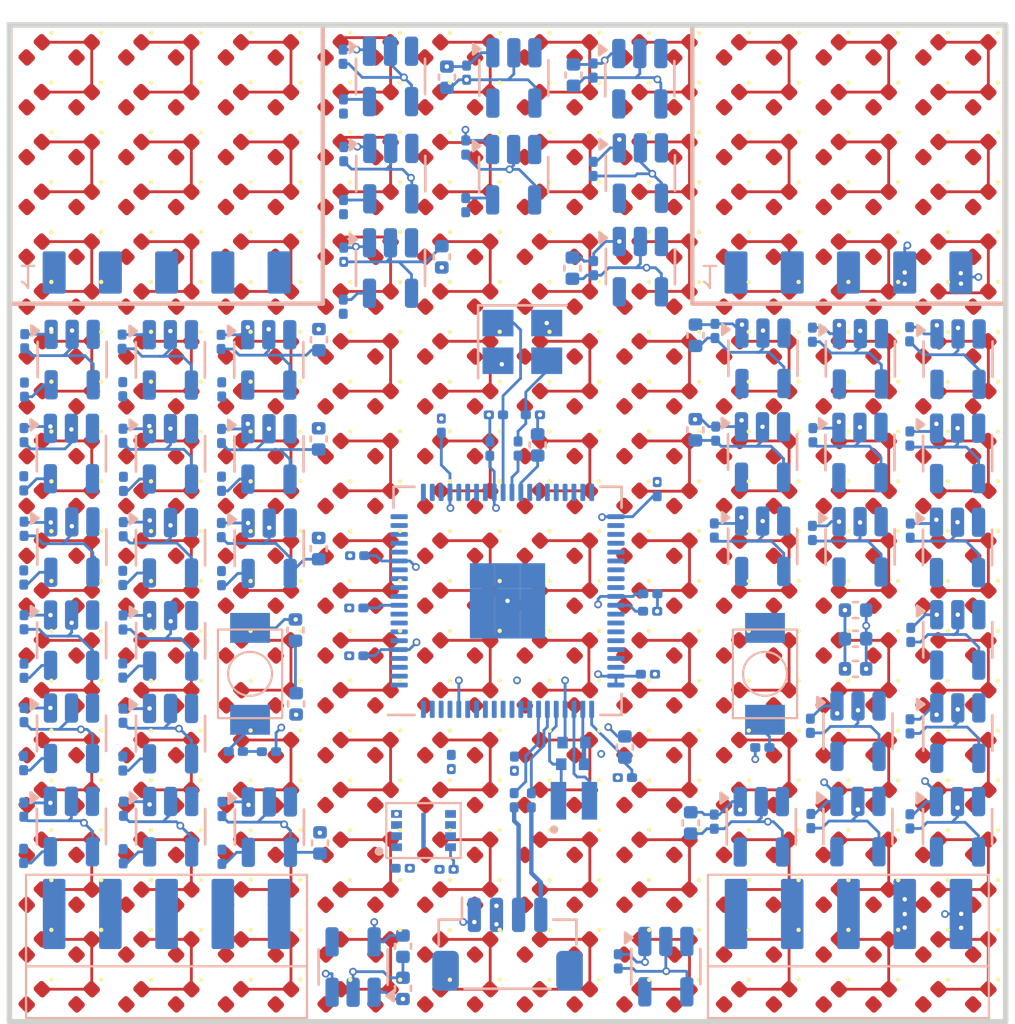
<source format=kicad_pcb>
(kicad_pcb (version 20241229) (generator "pcbnew") (generator_version "9.0")
  (layers (0 "F.Cu" mixed) (4 "In1.Cu" power) (6 "In2.Cu" power) (8 "In3.Cu" mixed) (10 "In4.Cu" mixed) (2 "B.Cu" mixed) (13 "F.Paste" user) (15 "B.Paste" user) (5 "F.SilkS" user "F.Silkscreen") (7 "B.SilkS" user "B.Silkscreen") (1 "F.Mask" user) (3 "B.Mask" user) (25 "Edge.Cuts" user))
  (net 0 "")
  (net 1 "GND")
  (net 2 "/panel_mcu/XIN")
  (net 3 "Net-(C2-Pad1)")
  (net 4 "+3V3")
  (net 5 "+1V1")
  (net 6 "/panel_mcu/VREG_AVDD")
  (net 7 "+5V")
  (net 8 "/drivers/ROW_00")
  (net 9 "Net-(D1-A)")
  (net 10 "/drivers/ROW_01")
  (net 11 "/drivers/ROW_02")
  (net 12 "/drivers/ROW_03")
  (net 13 "/drivers/ROW_04")
  (net 14 "Net-(D100-A)")
  (net 15 "/drivers/ROW_05")
  (net 16 "/drivers/ROW_06")
  (net 17 "/drivers/ROW_07")
  (net 18 "/drivers/ROW_08")
  (net 19 "/drivers/ROW_09")
  (net 20 "/drivers/ROW_10")
  (net 21 "/drivers/ROW_11")
  (net 22 "/drivers/ROW_12")
  (net 23 "/drivers/ROW_13")
  (net 24 "/drivers/ROW_14")
  (net 25 "/drivers/ROW_15")
  (net 26 "/drivers/ROW_16")
  (net 27 "/drivers/ROW_17")
  (net 28 "Net-(D181-A)")
  (net 29 "/drivers/ROW_18")
  (net 30 "/drivers/ROW_19")
  (net 31 "Net-(D21-A)")
  (net 32 "Net-(D41-A)")
  (net 33 "Net-(D61-A)")
  (net 34 "Net-(D101-A)")
  (net 35 "Net-(D121-A)")
  (net 36 "Net-(D141-A)")
  (net 37 "Net-(D161-A)")
  (net 38 "Net-(D201-A)")
  (net 39 "Net-(D221-A)")
  (net 40 "Net-(D241-A)")
  (net 41 "Net-(D261-A)")
  (net 42 "Net-(D281-A)")
  (net 43 "Net-(D301-A)")
  (net 44 "/panel_mcu/D-")
  (net 45 "/panel_mcu/D+")
  (net 46 "/panel_header/MOSI")
  (net 47 "/panel_header/MISO")
  (net 48 "/panel_header/SCK")
  (net 49 "/panel_header/CS2")
  (net 50 "/panel_header/CS0")
  (net 51 "/panel_header/CS4")
  (net 52 "/panel_header/CS1")
  (net 53 "/panel_header/EINT")
  (net 55 "/panel_mcu/VREG_LX")
  (net 56 "/panel_mcu/XIP_CS1n")
  (net 57 "Net-(R2-Pad1)")
  (net 58 "/panel_mcu/QSPI_SS")
  (net 59 "/panel_mcu/~{USB_BOOT}")
  (net 60 "/panel_mcu/XOUT")
  (net 61 "Net-(U2-USB_DP)")
  (net 62 "Net-(U2-USB_DM)")
  (net 63 "Net-(D321-A)")
  (net 64 "Net-(D341-A)")
  (net 65 "Net-(D361-A)")
  (net 66 "Net-(D381-A)")
  (net 67 "/drivers/COL_00")
  (net 68 "/drivers/COL_01")
  (net 69 "/drivers/COL_02")
  (net 70 "/drivers/COL_03")
  (net 71 "/drivers/COL_04")
  (net 72 "/drivers/COL_05")
  (net 73 "/drivers/COL_06")
  (net 74 "/drivers/COL_07")
  (net 75 "/drivers/COL_08")
  (net 76 "/drivers/COL_09")
  (net 77 "/drivers/COL_10")
  (net 78 "/drivers/COL_11")
  (net 79 "/drivers/COL_12")
  (net 80 "/drivers/COL_13")
  (net 81 "/panel_mcu/RUN")
  (net 82 "/panel_mcu/QSPI_SD2")
  (net 83 "/panel_mcu/QSPI_SD1")
  (net 84 "/panel_mcu/QSPI_SD3")
  (net 85 "/panel_mcu/QSPI_SCLK")
  (net 86 "/panel_mcu/QSPI_SD0")
  (net 87 "/drivers/COL_14")
  (net 88 "/drivers/COL_15")
  (net 89 "/drivers/COL_16")
  (net 90 "/drivers/COL_17")
  (net 91 "/drivers/COL_18")
  (net 92 "/drivers/COL_19")
  (net 94 "/drivers/ROW_MCU_09")
  (net 95 "/drivers/COL_MCU_12")
  (net 96 "/drivers/COL_MCU_17")
  (net 97 "/drivers/COL_MCU_11")
  (net 99 "/drivers/COL_MCU_02")
  (net 100 "/drivers/ROW_MCU_11")
  (net 102 "/drivers/COL_MCU_16")
  (net 103 "/drivers/COL_MCU_10")
  (net 104 "/drivers/ROW_MCU_07")
  (net 105 "/drivers/COL_MCU_14")
  (net 106 "/drivers/ROW_MCU_18")
  (net 107 "/drivers/ROW_MCU_10")
  (net 108 "/drivers/ROW_MCU_05")
  (net 109 "/drivers/COL_MCU_13")
  (net 110 "/drivers/COL_MCU_03")
  (net 111 "/drivers/ROW_MCU_06")
  (net 112 "/drivers/COL_MCU_07")
  (net 113 "/drivers/ROW_MCU_16")
  (net 114 "/drivers/ROW_MCU_02")
  (net 115 "/drivers/ROW_MCU_04")
  (net 116 "/drivers/ROW_MCU_08")
  (net 117 "/drivers/COL_MCU_15")
  (net 118 "/drivers/ROW_MCU_00")
  (net 119 "/drivers/COL_MCU_09")
  (net 120 "/drivers/COL_MCU_18")
  (net 121 "/drivers/COL_MCU_06")
  (net 122 "/drivers/COL_MCU_01")
  (net 124 "/drivers/COL_MCU_00")
  (net 125 "/drivers/ROW_MCU_14")
  (net 126 "/drivers/ROW_MCU_19")
  (net 127 "/drivers/ROW_MCU_12")
  (net 128 "/drivers/COL_MCU_05")
  (net 129 "/drivers/ROW_MCU_01")
  (net 130 "/drivers/COL_MCU_04")
  (net 132 "/drivers/ROW_MCU_03")
  (net 133 "/drivers/COL_MCU_08")
  (net 134 "/drivers/ROW_MCU_17")
  (net 135 "/drivers/ROW_MCU_15")
  (net 136 "/drivers/COL_MCU_19")
  (net 137 "/drivers/ROW_MCU_13")
  (footprint "panel_custom:LED_0402_1005Metric" (layer "F.Cu") (at 84.875 73.625 -135)
    (property "Reference" "D275" (hide yes))
    (property "Value" "LED" (hide yes))
  )
  (footprint "panel_custom:LED_0402_1005Metric" (layer "F.Cu") (at 55.625 62.375 -135)
    (property "Reference" "D58" (hide yes))
    (property "Value" "LED" (hide yes))
  )
  (footprint "panel_custom:LED_0402_1005Metric" (layer "F.Cu") (at 60.125 53.375 -135)
    (property "Reference" "D121" (hide yes))
    (property "Value" "LED" (hide yes))
  )
  (footprint "panel_custom:LED_0402_1005Metric" (layer "F.Cu") (at 71.375 89.375 -135)
    (property "Reference" "D229" (hide yes))
    (property "Value" "LED" (hide yes))
  )
  (footprint "panel_custom:LED_0402_1005Metric" (layer "F.Cu") (at 84.875 71.375 -135)
    (property "Reference" "D316" (hide yes))
    (property "Value" "LED" (hide yes))
  )
  (footprint "panel_custom:LED_0402_1005Metric" (layer "F.Cu") (at 75.875 80.375 -135)
    (property "Reference" "D234" (hide yes))
    (property "Value" "LED" (hide yes))
  )
  (footprint "panel_custom:LED_0402_1005Metric" (layer "F.Cu") (at 73.625 69.125 -135)
    (property "Reference" "D176" (hide yes))
    (property "Value" "LED" (hide yes))
  )
  (footprint "panel_custom:LED_0402_1005Metric" (layer "F.Cu") (at 55.625 51.125 -135)
    (property "Reference" "D20" (hide yes))
    (property "Value" "LED" (hide yes))
  )
  (footprint "panel_custom:LED_0402_1005Metric" (layer "F.Cu") (at 93.875 75.875 -135)
    (property "Reference" "D395" (hide yes))
    (property "Value" "LED" (hide yes))
  )
  (footprint "panel_custom:LED_0402_1005Metric" (layer "F.Cu") (at 66.875 89.375 -135)
    (property "Reference" "D152" (hide yes))
    (property "Value" "LED" (hide yes))
  )
  (footprint "panel_custom:LED_0402_1005Metric" (layer "F.Cu") (at 91.625 51.125 -135)
    (property "Reference" "D340" (hide yes))
    (property "Value" "LED" (hide yes))
  )
  (footprint "panel_custom:LED_0402_1005Metric" (layer "F.Cu") (at 87.125 55.625 -135)
    (property "Reference" "D322" (hide yes))
    (property "Value" "LED" (hide yes))
  )
  (footprint "panel_custom:LED_0402_1005Metric" (layer "F.Cu") (at 66.875 87.125 -135)
    (property "Reference" "D112" (hide yes))
    (property "Value" "LED" (hide yes))
  )
  (footprint "panel_custom:LED_0402_1005Metric" (layer "F.Cu") (at 73.625 82.625 -135)
    (property "Reference" "D173" (hide yes))
    (property "Value" "LED" (hide yes))
  )
  (footprint "panel_custom:LED_0402_1005Metric" (layer "F.Cu") (at 87.125 57.875 -135)
    (property "Reference" "D362" (hide yes))
    (property "Value" "LED" (hide yes))
  )
  (footprint "panel_custom:LED_0402_1005Metric" (layer "F.Cu") (at 91.625 73.625 -135)
    (property "Reference" "D335" (hide yes))
    (property "Value" "LED" (hide yes))
  )
  (footprint "panel_custom:LED_0402_1005Metric" (layer "F.Cu") (at 64.625 89.375 -135)
    (property "Reference" "D132" (hide yes))
    (property "Value" "LED" (hide yes))
  )
  (footprint "panel_custom:LED_0402_1005Metric" (layer "F.Cu") (at 91.625 82.625 -135)
    (property "Reference" "D333" (hide yes))
    (property "Value" "LED" (hide yes))
  )
  (footprint "panel_custom:LED_0402_1005Metric" (layer "F.Cu") (at 60.125 57.875 -135)
    (property "Reference" "D122" (hide yes))
    (property "Value" "LED" (hide yes))
  )
  (footprint "panel_custom:LED_0402_1005Metric" (layer "F.Cu") (at 71.375 51.125 -135)
    (property "Reference" "D181" (hide yes))
    (property "Value" "LED" (hide yes))
  )
  (footprint "panel_custom:LED_0402_1005Metric" (layer "F.Cu") (at 71.375 71.375 -135)
    (property "Reference" "D225" (hide yes))
    (property "Value" "LED" (hide yes))
  )
  (footprint "panel_custom:LED_0402_1005Metric" (layer "F.Cu") (at 53.375 82.625 -135)
    (property "Reference" "D28" (hide yes))
    (property "Value" "LED" (hide yes))
  )
  (footprint "panel_custom:LED_0402_1005Metric" (layer "F.Cu") (at 82.625 82.625 -135)
    (property "Reference" "D253" (hide yes))
    (property "Value" "LED" (hide yes))
  )
  (footprint "panel_custom:LED_0402_1005Metric" (layer "F.Cu") (at 82.625 75.875 -135)
    (property "Reference" "D295" (hide yes))
    (property "Value" "LED" (hide yes))
  )
  (footprint "panel_custom:LED_0402_1005Metric" (layer "F.Cu") (at 69.125 57.875 -135)
    (property "Reference" "D202" (hide yes))
    (property "Value" "LED" (hide yes))
  )
  (footprint "panel_custom:LED_0402_1005Metric" (layer "F.Cu") (at 69.125 62.375 -135)
    (property "Reference" "D203" (hide yes))
    (property "Value" "LED" (hide yes))
  )
  (footprint "panel_custom:LED_0402_1005Metric" (layer "F.Cu") (at 69.125 84.875 -135)
    (property "Reference" "D208" (hide yes))
    (property "Value" "LED" (hide yes))
  )
  (footprint "panel_custom:LED_0402_1005Metric" (layer "F.Cu") (at 80.375 80.375 -135)
    (property "Reference" "D307" (hide yes))
    (property "Value" "LED" (hide yes))
  )
  (footprint "panel_custom:LED_0402_1005Metric" (layer "F.Cu") (at 75.875 82.625 -135)
    (property "Reference" "D193" (hide yes))
    (property "Value" "LED" (hide yes))
  )
  (footprint "panel_custom:LED_0402_1005Metric" (layer "F.Cu") (at 82.625 78.125 -135)
    (property "Reference" "D254" (hide yes))
    (property "Value" "LED" (hide yes))
  )
  (footprint "panel_custom:LED_0402_1005Metric" (layer "F.Cu") (at 87.125 75.875 -135)
    (property "Reference" "D366" (hide yes))
    (property "Value" "LED" (hide yes))
  )
  (footprint "panel_custom:LED_0402_1005Metric" (layer "F.Cu") (at 75.875 73.625 -135)
    (property "Reference" "D195" (hide yes))
    (property "Value" "LED" (hide yes))
  )
  (footprint "panel_custom:LED_0402_1005Metric" (layer "F.Cu") (at 62.375 91.625 -135)
    (property "Reference" "D110" (hide yes))
    (property "Value" "LED" (hide yes))
  )
  (footprint "panel_custom:LED_0402_1005Metric" (layer "F.Cu") (at 64.625 80.375 -135)
    (property "Reference" "D134" (hide yes))
    (property "Value" "LED" (hide yes))
  )
  (footprint "panel_custom:LED_0402_1005Metric" (layer "F.Cu") (at 64.625 82.625 -135)
    (property "Reference" "D93" (hide yes))
    (property "Value" "LED" (hide yes))
  )
  (footprint "panel_custom:LED_0402_1005Metric" (layer "F.Cu") (at 55.625 53.375 -135)
    (property "Reference" "D60" (hide yes))
    (property "Value" "LED" (hide yes))
  )
  (footprint "panel_custom:LED_0402_1005Metric" (layer "F.Cu") (at 78.125 69.125 -135)
    (property "Reference" "D245" (hide yes))
    (property "Value" "LED" (hide yes))
  )
  (footprint "panel_custom:LED_0402_1005Metric" (layer "F.Cu") (at 87.125 51.125 -135)
    (property "Reference" "D321" (hide yes))
    (property "Value" "LED" (hide yes))
  )
  (footprint "panel_custom:LED_0402_1005Metric" (layer "F.Cu") (at 51.125 73.625 -135)
    (property "Reference" "D6" (hide yes))
    (property "Value" "LED" (hide yes))
  )
  (footprint "panel_custom:LED_0402_1005Metric" (layer "F.Cu") (at 57.875 64.625 -135)
    (property "Reference" "D37" (hide yes))
    (property "Value" "LED" (hide yes))
  )
  (footprint "panel_custom:LED_0402_1005Metric" (layer "F.Cu") (at 93.875 64.625 -135)
    (property "Reference" "D357" (hide yes))
    (property "Value" "LED" (hide yes))
  )
  (footprint "panel_custom:LED_0402_1005Metric" (layer "F.Cu") (at 64.625 84.875 -135)
    (property "Reference" "D133" (hide yes))
    (property "Value" "LED" (hide yes))
  )
  (footprint "panel_custom:LED_0402_1005Metric" (layer "F.Cu") (at 57.875 82.625 -135)
    (property "Reference" "D33" (hide yes))
    (property "Value" "LED" (hide yes))
  )
  (footprint "panel_custom:LED_0402_1005Metric" (layer "F.Cu") (at 91.625 60.125 -135)
    (property "Reference" "D338" (hide yes))
    (property "Value" "LED" (hide yes))
  )
  (footprint "panel_custom:LED_0402_1005Metric" (layer "F.Cu") (at 66.875 75.875 -135)
    (property "Reference" "D155" (hide yes))
    (property "Value" "LED" (hide yes))
  )
  (footprint "panel_custom:LED_0402_1005Metric" (layer "F.Cu") (at 71.375 55.625 -135)
    (property "Reference" "D182" (hide yes))
    (property "Value" "LED" (hide yes))
  )
  (footprint "panel_custom:LED_0402_1005Metric" (layer "F.Cu") (at 75.875 71.375 -135)
    (property "Reference" "D236" (hide yes))
    (property "Value" "LED" (hide yes))
  )
  (footprint "panel_custom:LED_0402_1005Metric" (layer "F.Cu") (at 75.875 75.875 -135)
    (property "Reference" "D235" (hide yes))
    (property "Value" "LED" (hide yes))
  )
  (footprint "panel_custom:LED_0402_1005Metric" (layer "F.Cu") (at 93.875 93.875 -135)
    (property "Reference" "D391" (hide yes))
    (property "Value" "LED" (hide yes))
  )
  (footprint "panel_custom:LED_0402_1005Metric" (layer "F.Cu") (at 60.125 84.875 -135)
    (property "Reference" "D128" (hide yes))
    (property "Value" "LED" (hide yes))
  )
  (footprint "panel_custom:LED_0402_1005Metric" (layer "F.Cu") (at 84.875 89.375 -135)
    (property "Reference" "D312" (hide yes))
    (property "Value" "LED" (hide yes))
  )
  (footprint "panel_custom:LED_0402_1005Metric" (layer "F.Cu") (at 60.125 69.125 -135)
    (property "Reference" "D85" (hide yes))
    (property "Value" "LED" (hide yes))
  )
  (footprint "panel_custom:LED_0402_1005Metric" (layer "F.Cu") (at 64.625 53.375 -135)
    (property "Reference" "D140" (hide yes))
    (property "Value" "LED" (hide yes))
  )
  (footprint "panel_custom:LED_0402_1005Metric" (layer "F.Cu") (at 71.375 69.125 -135)
    (property "Reference" "D185" (hide yes))
    (property "Value" "LED" (hide yes))
  )
  (footprint "panel_custom:LED_0402_1005Metric" (layer "F.Cu") (at 53.375 51.125 -135)
    (property "Reference" "D21" (hide yes))
    (property "Value" "LED" (hide yes))
  )
  (footprint "panel_custom:LED_0402_1005Metric" (layer "F.Cu") (at 55.625 57.875 -135)
    (property "Reference" "D59" (hide yes))
    (property "Value" "LED" (hide yes))
  )
  (footprint "panel_custom:LED_0402_1005Metric" (layer "F.Cu") (at 57.875 60.125 -135)
    (property "Reference" "D38" (hide yes))
    (property "Value" "LED" (hide yes))
  )
  (footprint "panel_custom:LED_0402_1005Metric" (layer "F.Cu") (at 71.375 84.875 -135)
    (property "Reference" "D228" (hide yes))
    (property "Value" "LED" (hide yes))
  )
  (footprint "panel_custom:LED_0402_1005Metric" (layer "F.Cu") (at 87.125 87.125 -135)
    (property "Reference" "D329" (hide yes))
    (property "Value" "LED" (hide yes))
  )
  (footprint "panel_custom:LED_0402_1005Metric" (layer "F.Cu") (at 64.625 55.625 -135)
    (property "Reference" "D99" (hide yes))
    (property "Value" "LED" (hide yes))
  )
  (footprint "panel_custom:LED_0402_1005Metric" (layer "F.Cu") (at 91.625 84.875 -135)
    (property "Reference" "D373" (hide yes))
    (property "Value" "LED" (hide yes))
  )
  (footprint "panel_custom:LED_0402_1005Metric" (layer "F.Cu") (at 91.625 75.875 -135)
    (property "Reference" "D375" (hide yes))
    (property "Value" "LED" (hide yes))
  )
  (footprint "panel_custom:LED_0402_1005Metric" (layer "F.Cu") (at 62.375 93.875 -135)
    (property "Reference" "D150" (hide yes))
    (property "Value" "LED" (hide yes))
  )
  (footprint "panel_custom:LED_0402_1005Metric" (layer "F.Cu") (at 75.875 53.375 -135)
    (property "Reference" "D240" (hide yes))
    (property "Value" "LED" (hide yes))
  )
  (footprint "panel_custom:LED_0402_1005Metric" (layer "F.Cu") (at 53.375 53.375 -135)
    (property "Reference" "D61" (hide yes))
    (property "Value" "LED" (hide yes))
  )
  (footprint "panel_custom:LED_0402_1005Metric" (layer "F.Cu") (at 93.875 53.375 -135)
    (property "Reference" "D400" (hide yes))
    (property "Value" "LED" (hide yes))
  )
  (footprint "panel_custom:LED_0402_1005Metric" (layer "F.Cu") (at 91.625 64.625 -135)
    (property "Reference" "D337" (hide yes))
    (property "Value" "LED" (hide yes))
  )
  (footprint "panel_custom:LED_0402_1005Metric" (layer "F.Cu") (at 82.625 57.875 -135)
    (property "Reference" "D299" (hide yes))
    (property "Value" "LED" (hide yes))
  )
  (footprint "panel_custom:LED_0402_1005Metric" (layer "F.Cu") (at 71.375 87.125 -135)
    (property "Reference" "D189" (hide yes))
    (property "Value" "LED" (hide yes))
  )
  (footprint "panel_custom:LED_0402_1005Metric" (layer "F.Cu") (at 53.375 71.375 -135)
    (property "Reference" "D65" (hide yes))
    (property "Value" "LED" (hide yes))
  )
  (footprint "panel_custom:LED_0402_1005Metric" (layer "F.Cu") (at 57.875 53.375 -135)
    (property "Reference" "D80" (hide yes))
    (property "Value" "LED" (hide yes))
  )
  (footprint "panel_custom:LED_0402_1005Metric" (layer "F.Cu") (at 89.375 53.375 -135)
    (property "Reference" "D381" (hide yes))
    (property "Value" "LED" (hide yes))
  )
  (footprint "panel_custom:LED_0402_1005Metric" (layer "F.Cu") (at 62.375 69.125 -135)
    (property "Reference" "D105" (hide yes))
    (property "Value" "LED" (hide yes))
  )
  (footprint "panel_custom:LED_0402_1005Metric" (layer "F.Cu") (at 53.375 57.875 -135)
    (property "Reference" "D62" (hide yes))
    (property "Value" "LED" (hide yes))
  )
  (footprint "panel_custom:LED_0402_1005Metric" (layer "F.Cu") (at 71.375 80.375 -135)
    (property "Reference" "D227" (hide yes))
    (property "Value" "LED" (hide yes))
  )
  (footprint "panel_custom:LED_0402_1005Metric" (layer "F.Cu") (at 71.375 93.875 -135)
    (property "Reference" "D230" (hide yes))
    (property "Value" "LED" (hide yes))
  )
  (footprint "panel_custom:LED_0402_1005Metric" (layer "F.Cu") (at 91.625 57.875 -135)
    (property "Reference" "D379" (hide yes))
    (property "Value" "LED" (hide yes))
  )
  (footprint "panel_custom:LED_0402_1005Metric" (layer "F.Cu") (at 93.875 69.125 -135)
    (property "Reference" "D356" (hide yes))
    (property "Value" "LED" (hide yes))
  )
  (footprint "panel_custom:LED_0402_1005Metric" (layer "F.Cu") (at 89.375 89.375 -135)
    (property "Reference" "D389" (hide yes))
    (property "Value" "LED" (hide yes))
  )
  (footprint "panel_custom:LED_0402_1005Metric" (layer "F.Cu") (at 69.125 60.125 -135)
    (property "Reference" "D163" (hide yes))
    (property "Value" "LED" (hide yes))
  )
  (footprint "panel_custom:LED_0402_1005Metric" (layer "F.Cu") (at 75.875 57.875 -135)
    (property "Reference" "D239" (hide yes))
    (property "Value" "LED" (hide yes))
  )
  (footprint "panel_custom:LED_0402_1005Metric" (layer "F.Cu") (at 62.375 62.375 -135)
    (property "Reference" "D143" (hide yes))
    (property "Value" "LED" (hide yes))
  )
  (footprint "panel_custom:LED_0402_1005Metric" (layer "F.Cu") (at 66.875 57.875 -135)
    (property "Reference" "D159" (hide yes))
    (property "Value" "LED" (hide yes))
  )
  (footprint "panel_custom:LED_0402_1005Metric" (layer "F.Cu") (at 53.375 60.125 -135)
    (property "Reference" "D23" (hide yes))
    (property "Value" "LED" (hide yes))
  )
  (footprint "panel_custom:LED_0402_1005Metric" (layer "F.Cu") (at 53.375 78.125 -135)
    (property "Reference" "D27" (hide yes))
    (property "Value" "LED" (hide yes))
  )
  (footprint "panel_custom:LED_0402_1005Metric" (layer "F.Cu") (at 89.375 62.375 -135)
    (property "Reference" "D383" (hide yes))
    (property "Value" "LED" (hide yes))
  )
  (footprint "panel_custom:LED_0402_1005Metric" (layer "F.Cu") (at 84.875 60.125 -135)
    (property "Reference" "D278" (hide yes))
    (property "Value" "LED" (hide yes))
  )
  (footprint "panel_custom:LED_0402_1005Metric" (layer "F.Cu") (at 91.625 78.125 -135)
    (property "Reference" "D334" (hide yes))
    (property "Value" "LED" (hide yes))
  )
  (footprint "panel_custom:LED_0402_1005Metric" (layer "F.Cu") (at 89.375 66.875 -135)
    (property "Reference" "D384" (hide yes))
    (property "Value" "LED" (hide yes))
  )
  (footprint "panel_custom:LED_0402_1005Metric" (layer "F.Cu") (at 84.875 69.125 -135)
    (property "Reference" "D276" (hide yes))
    (property "Value" "LED" (hide yes))
  )
  (footprint "panel_custom:LED_0402_1005Metric" (layer "F.Cu") (at 80.375 69.125 -135)
    (property "Reference" "D265" (hide yes))
    (property "Value" "LED" (hide yes))
  )
  (footprint "panel_custom:LED_0402_1005Metric" (layer "F.Cu") (at 93.875 87.125 -135)
    (property "Reference" "D352" (hide yes))
    (property "Value" "LED" (hide yes))
  )
  (footprint "panel_custom:LED_0402_1005Metric" (layer "F.Cu") (at 91.625 91.625 -135)
    (property "Reference" "D331" (hide yes))
    (property "Value" "LED" (hide yes))
  )
  (footprint "panel_custom:LED_0402_1005Metric" (layer "F.Cu") (at 82.625 53.375 -135)
    (property "Reference" "D300" (hide yes))
    (property "Value" "LED" (hide yes))
  )
  (footprint "panel_custom:LED_0402_1005Metric" (layer "F.Cu") (at 82.625 71.375 -135)
    (property "Reference" "D296" (hide yes))
    (property "Value" "LED" (hide yes))
  )
  (footprint "panel_custom:LED_0402_1005Metric" (layer "F.Cu") (at 53.375 75.875 -135)
    (property "Reference" "D66" (hide yes))
    (property "Value" "LED" (hide yes))
  )
  (footprint "panel_custom:LED_0402_1005Metric" (layer "F.Cu") (at 73.625 57.875 -135)
    (property "Reference" "D219" (hide yes))
    (property "Value" "LED" (hide yes))
  )
  (footprint "panel_custom:LED_0402_1005Metric" (layer "F.Cu") (at 82.625 64.625 -135)
    (property "Reference" "D257" (hide yes))
    (property "Value" "LED" (hide yes))
  )
  (footprint "panel_custom:LED_0402_1005Metric" (layer "F.Cu") (at 87.125 53.375 -135)
    (property "Reference" "D361" (hide yes))
    (property "Value" "LED" (hide yes))
  )
  (footprint "panel_custom:LED_0402_1005Metric" (layer "F.Cu") (at 93.875 80.375 -135)
    (property "Reference" "D394" (hide yes))
    (property "Value" "LED" (hide yes))
  )
  (footprint "panel_custom:LED_0402_1005Metric" (layer "F.Cu") (at 51.125 62.375 -135)
    (property "Reference" "D43" (hide yes))
    (property "Value" "LED" (hide yes))
  )
  (footprint "panel_custom:LED_0402_1005Metric" (layer "F.Cu") (at 71.375 78.125 -135)
    (property "Reference" "D187" (hide yes))
    (property "Value" "LED" (hide yes))
  )
  (footprint "panel_custom:LED_0402_1005Metric" (layer "F.Cu") (at 84.875 66.875 -135)
    (property "Reference" "D317" (hide yes))
    (property "Value" "LED" (hide yes))
  )
  (footprint "panel_custom:LED_0402_1005Metric" (layer "F.Cu") (at 69.125 75.875 -135)
    (property "Reference" "D206" (hide yes))
    (property "Value" "LED" (hide yes))
  )
  (footprint "panel_custom:LED_0402_1005Metric" (layer "F.Cu") (at 80.375 93.875 -135)
    (property "Reference" "D310" (hide yes))
    (property "Value" "LED" (hide yes))
  )
  (footprint "panel_custom:LED_0402_1005Metric" (layer "F.Cu") (at 57.875 89.375 -135)
    (property "Reference" "D72" (hide yes))
    (property "Value" "LED" (hide yes))
  )
  (footprint "panel_custom:LED_0402_1005Metric" (layer "F.Cu") (at 84.875 93.875 -135)
    (property "Reference" "D311" (hide yes))
    (property "Value" "LED" (hide yes))
  )
  (footprint "panel_custom:LED_0402_1005Metric" (layer "F.Cu") (at 89.375 84.875 -135)
    (property "Reference" "D388" (hide yes))
    (property "Value" "LED" (hide yes))
  )
  (footprint "panel_custom:LED_0402_1005Metric" (layer "F.Cu") (at 78.125 62.375 -135)
    (property "Reference" "D283" (hide yes))
    (property "Value" "LED" (hide yes))
  )
  (footprint "panel_custom:LED_0402_1005Metric" (layer "F.Cu") (at 51.125 75.875 -135)
    (property "Reference" "D46" (hide yes))
    (property "Value" "LED" (hide yes))
  )
  (footprint "panel_custom:LED_0402_1005Metric" (layer "F.Cu") (at 69.125 51.125 -135)
    (property "Reference" "D161" (hide yes))
    (property "Value" "LED" (hide yes))
  )
  (footprint "panel_custom:LED_0402_1005Metric" (layer "F.Cu") (at 51.125 60.125 -135)
    (property "Reference" "D3" (hide yes))
    (property "Value" "LED" (hide yes))
  )
  (footprint "panel_custom:LED_0402_1005Metric" (layer "F.Cu") (at 93.875 82.625 -135)
    (property "Reference" "D353" (hide yes))
    (property "Value" "LED" (hide yes))
  )
  (footprint "panel_custom:LED_0402_1005Metric" (layer "F.Cu") (at 71.375 82.625 -135)
    (property "Reference" "D188" (hide yes))
    (property "Value" "LED" (hide yes))
  )
  (footprint "panel_custom:LED_0402_1005Metric" (layer "F.Cu") (at 91.625 69.125 -135)
    (property "Reference" "D336" (hide yes))
    (property "Value" "LED" (hide yes))
  )
  (footprint "panel_custom:LED_0402_1005Metric" (layer "F.Cu") (at 57.875 73.625 -135)
    (property "Reference" "D35" (hide yes))
    (property "Value" "LED" (hide yes))
  )
  (footprint "panel_custom:LED_0402_1005Metric" (layer "F.Cu") (at 87.125 73.625 -135)
    (property "Reference" "D326" (hide yes))
    (property "Value" "LED" (hide yes))
  )
  (footprint "panel_custom:LED_0402_1005Metric" (layer "F.Cu") (at 60.125 71.375 -135)
    (property "Reference" "D125" (hide yes))
    (property "Value" "LED" (hide yes))
  )
  (footprint "panel_custom:LED_0402_1005Metric" (layer "F.Cu") (at 87.125 93.875 -135)
    (property "Reference" "D370" (hide yes))
    (property "Value" "LED" (hide yes))
  )
  (footprint "panel_custom:LED_0402_1005Metric" (layer "F.Cu") (at 51.125 57.875 -135)
    (property "Reference" "D42" (hide yes))
    (property "Value" "LED" (hide yes))
  )
  (footprint "panel_custom:LED_0402_1005Metric" (layer "F.Cu") (at 51.125 80.375 -135)
    (property "Reference" "D47" (hide yes))
    (property "Value" "LED" (hide yes))
  )
  (footprint "panel_custom:LED_0402_1005Metric" (layer "F.Cu") (at 84.875 51.125 -135)
    (property "Reference" "D280" (hide yes))
    (property "Value" "LED" (hide yes))
  )
  (footprint "panel_custom:LED_0402_1005Metric" (layer "F.Cu") (at 69.125 73.625 -135)
    (property "Reference" "D166" (hide yes))
    (property "Value" "LED" (hide yes))
  )
  (footprint "panel_custom:LED_0402_1005Metric" (layer "F.Cu") (at 89.375 75.875 -135)
    (property "Reference" "D386" (hide yes))
    (property "Value" "LED" (hide yes))
  )
  (footprint "panel_custom:LED_0402_1005Metric" (layer "F.Cu") (at 66.875 55.625 -135)
    (property "Reference" "D119" (hide yes))
    (property "Value" "LED" (hide yes))
  )
  (footprint "panel_custom:LED_0402_1005Metric" (layer "F.Cu") (at 55.625 93.875 -135)
    (property "Reference" "D51" (hide yes))
    (property "Value" "LED" (hide yes))
  )
  (footprint "panel_custom:LED_0402_1005Metric" (layer "F.Cu") (at 53.375 87.125 -135)
    (property "Reference" "D29" (hide yes))
    (property "Value" "LED" (hide yes))
  )
  (footprint "panel_custom:LED_0402_1005Metric" (layer "F.Cu") (at 57.875 84.875 -135)
    (property "Reference" "D73" (hide yes))
    (property "Value" "LED" (hide yes))
  )
  (footprint "panel_custom:LED_0402_1005Metric" (layer "F.Cu") (at 53.375 62.375 -135)
    (property "Reference" "D63" (hide yes))
    (property "Value" "LED" (hide yes))
  )
  (footprint "panel_custom:LED_0402_1005Metric" (layer "F.Cu") (at 84.875 82.625 -135)
    (property "Reference" "D273" (hide yes))
    (property "Value" "LED" (hide yes))
  )
  (footprint "panel_custom:LED_0402_1005Metric" (layer "F.Cu") (at 84.875 87.125 -135)
    (property "Reference" "D272" (hide yes))
    (property "Value" "LED" (hide yes))
  )
  (footprint "panel_custom:LED_0402_1005Metric" (layer "F.Cu") (at 78.125 84.875 -135)
    (property "Reference" "D288" (hide yes))
    (property "Value" "LED" (hide yes))
  )
  (footprint "panel_custom:LED_0402_1005Metric" (layer "F.Cu") (at 60.125 66.875 -135)
    (property "Reference" "D124" (hide yes))
    (property "Value" "LED" (hide yes))
  )
  (footprint "panel_custom:LED_0402_1005Metric" (layer "F.Cu") (at 57.875 71.375 -135)
    (property "Reference" "D76" (hide yes))
    (property "Value" "LED" (hide yes))
  )
  (footprint "panel_custom:LED_0402_1005Metric" (layer "F.Cu") (at 93.875 66.875 -135)
    (property "Reference" "D397" (hide yes))
    (property "Value" "LED" (hide yes))
  )
  (footprint "panel_custom:LED_0402_1005Metric" (layer "F.Cu") (at 55.625 60.125 -135)
    (property "Reference" "D18" (hide yes))
    (property "Value" "LED" (hide yes))
  )
  (footprint "panel_custom:LED_0402_1005Metric" (layer "F.Cu") (at 60.125 60.125 -135)
    (property "Reference" "D83" (hide yes))
    (property "Value" "LED" (hide yes))
  )
  (footprint "panel_custom:LED_0402_1005Metric" (layer "F.Cu") (at 51.125 71.375 -135)
    (property "Reference" "D45" (hide yes))
    (property "Value" "LED" (hide yes))
  )
  (footprint "panel_custom:LED_0402_1005Metric" (layer "F.Cu") (at 78.125 53.375 -135)
    (property "Reference" "D281" (hide yes))
    (property "Value" "LED" (hide yes))
  )
  (footprint "panel_custom:LED_0402_1005Metric" (layer "F.Cu") (at 55.625 66.875 -135)
    (property "Reference" "D57" (hide yes))
    (property "Value" "LED" (hide yes))
  )
  (footprint "panel_custom:LED_0402_1005Metric" (layer "F.Cu") (at 84.875 57.875 -135)
    (property "Reference" "D319" (hide yes))
    (property "Value" "LED" (hide yes))
  )
  (footprint "panel_custom:LED_0402_1005Metric" (layer "F.Cu") (at 82.625 55.625 -135)
    (property "Reference" "D259" (hide yes))
    (property "Value" "LED" (hide yes))
  )
  (footprint "panel_custom:LED_0402_1005Metric" (layer "F.Cu") (at 64.625 57.875 -135)
    (property "Reference" "D139" (hide yes))
    (property "Value" "LED" (hide yes))
  )
  (footprint "panel_custom:LED_0402_1005Metric" (layer "F.Cu") (at 62.375 53.375 -135)
    (property "Reference" "D141" (hide yes))
    (property "Value" "LED" (hide yes))
  )
  (footprint "panel_custom:LED_0402_1005Metric" (layer "F.Cu") (at 71.375 64.625 -135)
    (property "Reference" "D184" (hide yes))
    (property "Value" "LED" (hide yes))
  )
  (footprint "panel_custom:LED_0402_1005Metric" (layer "F.Cu") (at 93.875 71.375 -135)
    (property "Reference" "D396" (hide yes))
    (property "Value" "LED" (hide yes))
  )
  (footprint "panel_custom:LED_0402_1005Metric" (layer "F.Cu") (at 93.875 60.125 -135)
    (property "Reference" "D358" (hide yes))
    (property "Value" "LED" (hide yes))
  )
  (footprint "panel_custom:LED_0402_1005Metric" (layer "F.Cu") (at 69.125 55.625 -135)
    (property "Reference" "D162" (hide yes))
    (property "Value" "LED" (hide yes))
  )
  (footprint "panel_custom:LED_0402_1005Metric" (layer "F.Cu") (at 80.375 57.875 -135)
    (property "Reference" "D302" (hide yes))
    (property "Value" "LED" (hide yes))
  )
  (footprint "panel_custom:LED_0402_1005Metric" (layer "F.Cu") (at 62.375 55.625 -135)
    (property "Reference" "D102" (hide yes))
    (property "Value" "LED" (hide yes))
  )
  (footprint "panel_custom:LED_0402_1005Metric" (layer "F.Cu") (at 75.875 60.125 -135)
    (property "Reference" "D198" (hide yes))
    (property "Value" "LED" (hide yes))
  )
  (footprint "panel_custom:LED_0402_1005Metric" (layer "F.Cu") (at 93.875 62.375 -135)
    (property "Reference" "D398" (hide yes))
    (property "Value" "LED" (hide yes))
  )
  (footprint "panel_custom:LED_0402_1005Metric" (layer "F.Cu") (at 66.875 60.125 -135)
    (property "Reference" "D118" (hide yes))
    (property "Value" "LED" (hide yes))
  )
  (footprint "panel_custom:LED_0402_1005Metric" (layer "F.Cu") (at 78.125 93.875 -135)
    (property "Reference" "D290" (hide yes))
    (property "Value" "LED" (hide yes))
  )
  (footprint "panel_custom:LED_0402_1005Metric" (layer "F.Cu") (at 53.375 64.625 -135)
    (property "Reference" "D24" (hide yes))
    (property "Value" "LED" (hide yes))
  )
  (footprint "panel_custom:LED_0402_1005Metric" (layer "F.Cu") (at 55.625 87.125 -135)
    (property "Reference" "D12" (hide yes))
    (property "Value" "LED" (hide yes))
  )
  (footprint "panel_custom:LED_0402_1005Metric" (layer "F.Cu") (at 80.375 55.625 -135)
    (property "Reference" "D262" (hide yes))
    (property "Value" "LED" (hide yes))
  )
  (footprint "panel_custom:LED_0402_1005Metric" (layer "F.Cu") (at 82.625 60.125 -135)
    (property "Reference" "D258" (hide yes))
    (property "Value" "LED" (hide yes))
  )
  (footprint "panel_custom:LED_0402_1005Metric" (layer "F.Cu") (at 75.875 78.125 -135)
    (property "Reference" "D194" (hide yes))
    (property "Value" "LED" (hide yes))
  )
  (footprint "panel_custom:LED_0402_1005Metric" (layer "F.Cu") (at 82.625 89.375 -135)
    (property "Reference" "D292" (hide yes))
    (property "Value" "LED" (hide yes))
  )
  (footprint "panel_custom:LED_0402_1005Metric" (layer "F.Cu") (at 84.875 84.875 -135)
    (property "Reference" "D313" (hide yes))
    (property "Value" "LED" (hide yes))
  )
  (footprint "panel_custom:LED_0402_1005Metric" (layer "F.Cu") (at 87.125 80.375 -135)
    (property "Reference" "D367" (hide yes))
    (property "Value" "LED" (hide yes))
  )
  (footprint "panel_custom:LED_0402_1005Metric" (layer "F.Cu") (at 62.375 73.625 -135)
    (property "Reference" "D106" (hide yes))
    (property "Value" "LED" (hide yes))
  )
  (footprint "panel_custom:LED_0402_1005Metric" (layer "F.Cu") (at 60.125 87.125 -135)
    (property "Reference" "D89" (hide yes))
    (property "Value" "LED" (hide yes))
  )
  (footprint "panel_custom:LED_0402_1005Metric" (layer "F.Cu") (at 71.375 60.125 -135)
    (property "Reference" "D183" (hide yes))
    (property "Value" "LED" (hide yes))
  )
  (footprint "panel_custom:LED_0402_1005Metric" (layer "F.Cu") (at 51.125 91.625 -135)
    (property "Reference" "D10" (hide yes))
    (property "Value" "LED" (hide yes))
  )
  (footprint "panel_custom:LED_0402_1005Metric" (layer "F.Cu") (at 55.625 69.125 -135)
    (property "Reference" "D16" (hide yes))
    (property "Value" "LED" (hide yes))
  )
  (footprint "panel_custom:LED_0402_1005Metric" (layer "F.Cu") (at 64.625 60.125 -135)
    (property "Reference" "D98" (hide yes))
    (property "Value" "LED" (hide yes))
  )
  (footprint "panel_custom:LED_0402_1005Metric" (layer "F.Cu") (at 71.375 73.625 -135)
    (property "Reference" "D186" (hide yes))
    (property "Value" "LED" (hide yes))
  )
  (footprint "panel_custom:LED_0402_1005Metric" (layer "F.Cu") (at 64.625 75.875 -135)
    (property "Reference" "D135" (hide yes))
    (property "Value" "LED" (hide yes))
  )
  (footprint "panel_custom:LED_0402_1005Metric" (layer "F.Cu") (at 60.125 78.125 -135)
    (property "Reference" "D87" (hide yes))
    (property "Value" "LED" (hide yes))
  )
  (footprint "panel_custom:LED_0402_1005Metric" (layer "F.Cu") (at 57.875 55.625 -135)
    (property "Reference" "D39" (hide yes))
    (property "Value" "LED" (hide yes))
  )
  (footprint "panel_custom:LED_0402_1005Metric" (layer "F.Cu") (at 62.375 66.875 -135)
    (property "Reference" "D144" (hide yes))
    (property "Value" "LED" (hide yes))
  )
  (footprint "panel_custom:LED_0402_1005Metric" (layer "F.Cu") (at 60.125 62.375 -135)
    (property "Reference" "D123" (hide yes))
    (property "Value" "LED" (hide yes))
  )
  (footprint "panel_custom:LED_0402_1005Metric" (layer "F.Cu") (at 69.125 80.375 -135)
    (property "Reference" "D207" (hide yes))
    (property "Value" "LED" (hide yes))
  )
  (footprint "panel_custom:LED_0402_1005Metric" (layer "F.Cu") (at 75.875 87.125 -135)
    (property "Reference" "D192" (hide yes))
    (property "Value" "LED" (hide yes))
  )
  (footprint "panel_custom:LED_0402_1005Metric" (layer "F.Cu") (at 84.875 91.625 -135)
    (property "Reference" "D271" (hide yes))
    (property "Value" "LED" (hide yes))
  )
  (footprint "panel_custom:LED_0402_1005Metric" (layer "F.Cu") (at 78.125 60.125 -135)
    (property "Reference" "D243" (hide yes))
    (property "Value" "LED" (hide yes))
  )
  (footprint "panel_custom:LED_0402_1005Metric" (layer "F.Cu") (at 57.875 87.125 -135)
    (property "Reference" "D32" (hide yes))
    (property "Value" "LED" (hide yes))
  )
  (footprint "panel_custom:LED_0402_1005Metric" (layer "F.Cu") (at 78.125 51.125 -135)
    (property "Reference" "D241" (hide yes))
    (property "Value" "LED" (hide yes))
  )
  (footprint "panel_custom:LED_0402_1005Metric" (layer "F.Cu") (at 87.125 69.125 -135)
    (property "Reference" "D325" (hide yes))
    (property "Value" "LED" (hide yes))
  )
  (footprint "panel_custom:LED_0402_1005Metric" (layer "F.Cu") (at 66.875 82.625 -135)
    (property "Reference" "D113" (hide yes))
    (property "Value" "LED" (hide yes))
  )
  (footprint "panel_custom:LED_0402_1005Metric" (layer "F.Cu") (at 87.125 64.625 -135)
    (property "Reference" "D324" (hide yes))
    (property "Value" "LED" (hide yes))
  )
  (footprint "panel_custom:LED_0402_1005Metric" (layer "F.Cu") (at 55.625 64.625 -135)
    (property "Reference" "D17" (hide yes))
    (property "Value" "LED" (hide yes))
  )
  (footprint "panel_custom:LED_0402_1005Metric" (layer "F.Cu") (at 78.125 82.625 -135)
    (property "Reference" "D248" (hide yes))
    (property "Value" "LED" (hide yes))
  )
  (footprint "panel_custom:LED_0402_1005Metric" (layer "F.Cu") (at 73.625 71.375 -135)
    (property "Reference" "D216" (hide yes))
    (property "Value" "LED" (hide yes))
  )
  (footprint "panel_custom:LED_0402_1005Metric" (layer "F.Cu") (at 51.125 69.125 -135)
    (property "Reference" "D5" (hide yes))
    (property "Value" "LED" (hide yes))
  )
  (footprint "panel_custom:LED_0402_1005Metric" (layer "F.Cu") (at 71.375 57.875 -135)
    (property "Reference" "D222" (hide yes))
    (property "Value" "LED" (hide yes))
  )
  (footprint "panel_custom:LED_0402_1005Metric" (layer "F.Cu") (at 53.375 89.375 -135)
    (property "Reference" "D69" (hide yes))
    (property "Value" "LED" (hide yes))
  )
  (footprint "panel_custom:LED_0402_1005Metric" (layer "F.Cu") (at 73.625 55.625 -135)
    (property "Reference" "D179" (hide yes))
    (property "Value" "LED" (hide yes))
  )
  (footprint "panel_custom:LED_0402_1005Metric" (layer "F.Cu") (at 82.625 91.625 -135)
    (property "Reference" "D251" (hide yes))
    (property "Value" "LED" (hide yes))
  )
  (footprint "panel_custom:LED_0402_1005Metric" (layer "F.Cu") (at 71.375 66.875 -135)
    (property "Reference" "D224" (hide yes))
    (property "Value" "LED" (hide yes))
  )
  (footprint "panel_custom:LED_0402_1005Metric" (layer "F.Cu") (at 55.625 84.875 -135)
    (property "Reference" "D53" (hide yes))
    (property "Value" "LED" (hide yes))
  )
  (footprint "panel_custom:LED_0402_1005Metric" (layer "F.Cu") (at 87.125 71.375 -135)
    (property "Reference" "D365" (hide yes))
    (property "Value" "LED" (hide yes))
  )
  (footprint "panel_custom:LED_0402_1005Metric" (layer "F.Cu") (at 71.375 62.375 -135)
    (property "Reference" "D223" (hide yes))
    (property "Value" "LED" (hide yes))
  )
  (footprint "panel_custom:LED_0402_1005Metric" (layer "F.Cu") (at 51.125 78.125 -135)
    (property "Reference" "D7" (hide yes))
    (property "Value" "LED" (hide yes))
  )
  (footprint "panel_custom:LED_0402_1005Metric" (layer "F.Cu") (at 51.125 84.875 -135)
    (property "Reference" "D48" (hide yes))
    (property "Value" "LED" (hide yes))
  )
  (footprint "panel_custom:LED_0402_1005Metric" (layer "F.Cu") (at 55.625 71.375 -135)
    (property "Reference" "D56" (hide yes))
    (property "Value" "LED" (hide yes))
  )
  (footprint "panel_custom:LED_0402_1005Metric" (layer "F.Cu") (at 89.375 71.375 -135)
    (property "Reference" "D385" (hide yes))
    (property "Value" "LED" (hide yes))
  )
  (footprint "panel_custom:LED_0402_1005Metric" (layer "F.Cu") (at 71.375 91.625 -135)
    (property "Reference" "D190" (hide yes))
    (property "Value" "LED" (hide yes))
  )
  (footprint "panel_custom:LED_0402_1005Metric" (layer "F.Cu") (at 64.625 64.625 -135)
    (property "Reference" "D97" (hide yes))
    (property "Value" "LED" (hide yes))
  )
  (footprint "panel_custom:LED_0402_1005Metric" (layer "F.Cu") (at 53.375 84.875 -135)
    (property "Reference" "D68" (hide yes))
    (property "Value" "LED" (hide yes))
  )
  (footprint "panel_custom:LED_0402_1005Metric" (layer "F.Cu") (at 82.625 69.125 -135)
    (property "Reference" "D256" (hide yes))
    (property "Value" "LED" (hide yes))
  )
  (footprint "panel_custom:LED_0402_1005Metric" (layer "F.Cu") (at 80.375 51.125 -135)
    (property "Reference" "D261" (hide yes))
    (property "Value" "LED" (hide yes))
  )
  (footprint "panel_custom:LED_0402_1005Metric" (layer "F.Cu") (at 55.625 75.875 -135)
    (property "Reference" "D55" (hide yes))
    (property "Value" "LED" (hide yes))
  )
  (footprint "panel_custom:LED_0402_1005Metric" (layer "F.Cu") (at 73.625 75.875 -135)
    (property "Reference" "D215" (hide yes))
    (property "Value" "LED" (hide yes))
  )
  (footprint "panel_custom:LED_0402_1005Metric" (layer "F.Cu") (at 93.875 51.125 -135)
    (property "Reference" "D360" (hide yes))
    (property "Value" "LED" (hide yes))
  )
  (footprint "panel_custom:LED_0402_1005Metric" (layer "F.Cu") (at 78.125 75.875 -135)
    (property "Reference" "D286" (hide yes))
    (property "Value" "LED" (hide yes))
  )
  (footprint "panel_custom:LED_0402_1005Metric" (layer "F.Cu") (at 89.375 57.875 -135)
    (property "Reference" "D382" (hide yes))
    (property "Value" "LED" (hide yes))
  )
  (footprint "panel_custom:LED_0402_1005Metric" (layer "F.Cu") (at 57.875 80.375 -135)
    (property "Reference" "D74" (hide yes))
    (property "Value" "LED" (hide yes))
  )
  (footprint "panel_custom:LED_0402_1005Metric" (layer "F.Cu") (at 62.375 57.875 -135)
    (property "Reference" "D142" (hide yes))
    (property "Value" "LED" (hide yes))
  )
  (footprint "panel_custom:LED_0402_1005Metric" (layer "F.Cu") (at 62.375 80.375 -135)
    (property "Reference" "D147" (hide yes))
    (property "Value" "LED" (hide yes))
  )
  (footprint "panel_custom:LED_0402_1005Metric" (layer "F.Cu") (at 75.875 84.875 -135)
    (property "Reference" "D233" (hide yes))
    (property "Value" "LED" (hide yes))
  )
  (footprint "panel_custom:LED_0402_1005Metric" (layer "F.Cu") (at 78.125 71.375 -135)
    (property "Reference" "D285" (hide yes))
    (property "Value" "LED" (hide yes))
  )
  (footprint "panel_custom:LED_0402_1005Metric" (layer "F.Cu") (at 53.375 66.875 -135)
    (property "Reference" "D64" (hide yes))
    (property "Value" "LED" (hide yes))
  )
  (footprint "panel_custom:LED_0402_1005Metric" (layer "F.Cu") (at 51.125 51.125 -135)
    (property "Reference" "D1" (hide yes))
    (property "Value" "LED_T0" (hide yes))
  )
  (footprint "panel_custom:LED_0402_1005Metric" (layer "F.Cu") (at 64.625 71.375 -135)
    (property "Reference" "D136" (hide yes))
    (property "Value" "LED" (hide yes))
  )
  (footprint "panel_custom:LED_0402_1005Metric" (layer "F.Cu") (at 91.625 66.875 -135)
    (property "Reference" "D377" (hide yes))
    (property "Value" "LED" (hide yes))
  )
  (footprint "panel_custom:LED_0402_1005Metric" (layer "F.Cu") (at 82.625 73.625 -135)
    (property "Reference" "D255" (hide yes))
    (property "Value" "LED" (hide yes))
  )
  (footprint "panel_custom:LED_0402_1005Metric" (layer "F.Cu") (at 60.125 89.375 -135)
    (property "Reference" "D129" (hide yes))
    (property "Value" "LED" (hide yes))
  )
  (footprint "panel_custom:LED_0402_1005Metric" (layer "F.Cu") (at 73.625 93.875 -135)
    (property "Reference" "D211" (hide yes))
    (property "Value" "LED" (hide yes))
  )
  (footprint "panel_custom:LED_0402_1005Metric" (layer "F.Cu") (at 51.125 89.375 -135)
    (property "Reference" "D49" (hide yes))
    (property "Value" "LED" (hide yes))
  )
  (footprint "panel_custom:LED_0402_1005Metric" (layer "F.Cu") (at 66.875 91.625 -135)
    (property "Reference" "D111" (hide yes))
    (property "Value" "LED" (hide yes))
  )
  (footprint "panel_custom:LED_0402_1005Metric" (layer "F.Cu") (at 66.875 64.625 -135)
    (property "Reference" "D117" (hide yes))
    (property "Value" "LED" (hide yes))
  )
  (footprint "panel_custom:LED_0402_1005Metric" (layer "F.Cu") (at 66.875 84.875 -135)
    (property "Reference" "D153" (hide yes))
    (property "Value" "LED" (hide yes))
  )
  (footprint "panel_custom:LED_0402_1005Metric" (layer "F.Cu") (at 64.625 73.625 -135)
    (property "Reference" "D95" (hide yes))
    (property "Value" "LED" (hide yes))
  )
  (footprint "panel_custom:LED_0402_1005Metric" (layer "F.Cu") (at 60.125 93.875 -135)
    (property "Reference" "D130" (hide yes))
    (property "Value" "LED" (hide yes))
  )
  (footprint "panel_custom:LED_0402_1005Metric" (layer "F.Cu") (at 62.375 60.125 -135)
    (property "Reference" "D103" (hide yes))
    (property "Value" "LED" (hide yes))
  )
  (footprint "panel_custom:LED_0402_1005Metric" (layer "F.Cu") (at 78.125 55.625 -135)
    (property "Reference" "D242" (hide yes))
    (property "Value" "LED" (hide yes))
  )
  (footprint "panel_custom:LED_0402_1005Metric" (layer "F.Cu") (at 51.125 82.625 -135)
    (property "Reference" "D8" (hide yes))
    (property "Value" "LED" (hide yes))
  )
  (footprint "panel_custom:LED_0402_1005Metric" (layer "F.Cu") (at 78.125 57.875 -135)
    (property "Reference" "D282" (hide yes))
    (property "Value" "LED" (hide yes))
  )
  (footprint "panel_custom:LED_0402_1005Metric" (layer "F.Cu") (at 89.375 55.625 -135)
    (property "Reference" "D342" (hide yes))
    (property "Value" "LED" (hide yes))
  )
  (footprint "panel_custom:LED_0402_1005Metric" (layer "F.Cu") (at 93.875 73.625 -135)
    (property "Reference" "D355" (hide yes))
    (property "Value" "LED" (hide yes))
  )
  (footprint "panel_custom:LED_0402_1005Metric" (layer "F.Cu") (at 84.875 75.875 -135)
    (property "Reference" "D315" (hide yes))
    (property "Value" "LED" (hide yes))
  )
  (footprint "panel_custom:LED_0402_1005Metric" (layer "F.Cu") (at 62.375 71.375 -135)
    (property "Reference" "D145" (hide yes))
    (property "Value" "LED" (hide yes))
  )
  (footprint "panel_custom:LED_0402_1005Metric" (layer "F.Cu") (at 51.125 55.625 -135)
    (property "Reference" "D2" (hide yes))
    (property "Value" "LED" (hide yes))
  )
  (footprint "panel_custom:LED_0402_1005Metric" (layer "F.Cu") (at 73.625 89.375 -135)
    (property "Reference" "D212" (hide yes))
    (property "Value" "LED" (hide yes))
  )
  (footprint "panel_custom:LED_0402_1005Metric" (layer "F.Cu") (at 80.375 71.375 -135)
    (property "Reference" "D305" (hide yes))
    (property "Value" "LED" (hide yes))
  )
  (footprint "panel_custom:LED_0402_1005Metric" (layer "F.Cu") (at 60.125 55.625 -135)
    (property "Reference" "D82" (hide yes))
    (property "Value" "LED" (hide yes))
  )
  (footprint "panel_custom:LED_0402_1005Metric" (layer "F.Cu") (at 73.625 62.375 -135)
    (property "Reference" "D218" (hide yes))
    (property "Value" "LED" (hide yes))
  )
  (footprint "panel_custom:LED_0402_1005Metric" (layer "F.Cu") (at 69.125 69.125 -135)
    (property "Reference" "D165" (hide yes))
    (property "Value" "LED" (hide yes))
  )
  (footprint "panel_custom:LED_0402_1005Metric" (layer "F.Cu") (at 84.875 64.625 -135)
    (property "Reference" "D277" (hide yes))
    (property "Value" "LED" (hide yes))
  )
  (footprint "panel_custom:LED_0402_1005Metric" (layer "F.Cu") (at 75.875 64.625 -135)
    (property "Reference" "D197" (hide yes))
    (property "Value" "LED" (hide yes))
  )
  (footprint "panel_custom:LED_0402_1005Metric" (layer "F.Cu") (at 57.875 93.875 -135)
    (property "Reference" "D71" (hide yes))
    (property "Value" "LED" (hide yes))
  )
  (footprint "panel_custom:LED_0402_1005Metric" (layer "F.Cu") (at 62.375 78.125 -135)
    (property "Reference" "D107" (hide yes))
    (property "Value" "LED" (hide yes))
  )
  (footprint "panel_custom:LED_0402_1005Metric" (layer "F.Cu") (at 75.875 69.125 -135)
    (property "Reference" "D196" (hide yes))
    (property "Value" "LED" (hide yes))
  )
  (footprint "panel_custom:LED_0402_1005Metric" (layer "F.Cu") (at 60.125 82.625 -135)
    (property "Reference" "D88" (hide yes))
    (property "Value" "LED" (hide yes))
  )
  (footprint "panel_custom:LED_0402_1005Metric" (layer "F.Cu") (at 69.125 64.625 -135)
    (property "Reference" "D164" (hide yes))
    (property "Value" "LED" (hide yes))
  )
  (footprint "panel_custom:LED_0402_1005Metric" (layer "F.Cu") (at 60.125 51.125 -135)
    (property "Reference" "D81" (hide yes))
    (property "Value" "LED" (hide yes))
  )
  (footprint "panel_custom:LED_0402_1005Metric" (layer "F.Cu") (at 78.125 66.875 -135)
    (property "Reference" "D284" (hide yes))
    (property "Value" "LED" (hide yes))
  )
  (footprint "panel_custom:LED_0402_1005Metric" (layer "F.Cu") (at 69.125 93.875 -135)
    (property "Reference" "D210" (hide yes))
    (property "Value" "LED" (hide yes))
  )
  (footprint "panel_custom:LED_0402_1005Metric" (layer "F.Cu") (at 51.125 93.875 -135)
    (property "Reference" "D50" (hide yes))
    (property "Value" "LED" (hide yes))
  )
  (footprint "panel_custom:LED_0402_1005Metric" (layer "F.Cu") (at 75.875 91.625 -135)
    (property "Reference" "D191" (hide yes))
    (property "Value" "LED" (hide yes))
  )
  (footprint "panel_custom:LED_0402_1005Metric" (layer "F.Cu") (at 80.375 75.875 -135)
    (property "Reference" "D306" (hide yes))
    (property "Value" "LED" (hide yes))
  )
  (footprint "panel_custom:LED_0402_1005Metric" (layer "F.Cu") (at 89.375 91.625 -135)
    (property "Reference" "D350" (hide yes))
    (property "Value" "LED" (hide yes))
  )
  (footprint "panel_custom:LED_0402_1005Metric" (layer "F.Cu") (at 73.625 51.125 -135)
    (property "Reference" "D180" (hide yes))
    (property "Value" "LED" (hide yes))
  )
  (footprint "panel_custom:LED_0402_1005Metric" (layer "F.Cu") (at 66.875 73.625 -135)
    (property "Reference" "D115" (hide yes))
    (property "Value" "LED" (hide yes))
  )
  (footprint "panel_custom:LED_0402_1005Metric" (layer "F.Cu") (at 55.625 78.125 -135)
    (property "Reference" "D14" (hide yes))
    (property "Value" "LED" (hide yes))
  )
  (footprint "panel_custom:LED_0402_1005Metric" (layer "F.Cu") (at 87.125 84.875 -135)
    (property "Reference" "D368" (hide yes))
    (property "Value" "LED" (hide yes))
  )
  (footprint "panel_custom:LED_0402_1005Metric" (layer "F.Cu") (at 75.875 55.625 -135)
    (property "Reference" "D199" (hide yes))
    (property "Value" "LED" (hide yes))
  )
  (footprint "panel_custom:LED_0402_1005Metric" (layer "F.Cu") (at 57.875 57.875 -135)
    (property "Reference" "D79" (hide yes))
    (property "Value" "LED" (hide yes))
  )
  (footprint "panel_custom:LED_0402_1005Metric" (layer "F.Cu") (at 57.875 69.125 -135)
    (property "Reference" "D36" (hide yes))
    (property "Value" "LED" (hide yes))
  )
  (footprint "panel_custom:LED_0402_1005Metric" (layer "F.Cu") (at 84.875 55.625 -135)
    (property "Reference" "D279" (hide yes))
    (property "Value" "LED" (hide yes))
  )
  (footprint "panel_custom:LED_0402_1005Metric" (layer "F.Cu") (at 87.125 82.625 -135)
    (property "Reference" "D328" (hide yes))
    (property "Value" "LED" (hide yes))
  )
  (footprint "panel_custom:LED_0402_1005Metric" (layer "F.Cu") (at 71.375 53.375 -135)
    (property "Reference" "D221" (hide yes))
    (property "Value" "LED" (hide yes))
  )
  (footprint "panel_custom:LED_0402_1005Metric" (layer "F.Cu") (at 91.625 62.375 -135)
    (property "Reference" "D378" (hide yes))
    (property "Value" "LED" (hide yes))
  )
  (footprint "panel_custom:LED_0402_1005Metric" (layer "F.Cu") (at 87.125 91.625 -135)
    (property "Reference" "D330" (hide yes))
    (property "Value" "LED" (hide yes))
  )
  (footprint "panel_custom:LED_0402_1005Metric" (layer "F.Cu") (at 93.875 84.875 -135)
    (property "Reference" "D393" (hide yes))
    (property "Value" "LED" (hide yes))
  )
  (footprint "panel_custom:LED_0402_1005Metric" (layer "F.Cu") (at 91.625 89.375 -135)
    (property "Reference" "D372" (hide yes))
    (property "Value" "LED" (hide yes))
  )
  (footprint "panel_custom:LED_0402_1005Metric" (layer "F.Cu") (at 55.625 55.625 -135)
    (property "Reference" "D19" (hide yes))
    (property "Value" "LED" (hide yes))
  )
  (footprint "panel_custom:LED_0402_1005Metric" (layer "F.Cu") (at 62.375 89.375 -135)
    (property "Reference" "D149" (hide yes))
    (property "Value" "LED" (hide yes))
  )
  (footprint "panel_custom:LED_0402_1005Metric" (layer "F.Cu") (at 60.125 73.625 -135)
    (property "Reference" "D86" (hide yes))
    (property "Value" "LED" (hide yes))
  )
  (footprint "panel_custom:LED_0402_1005Metric" (layer "F.Cu") (at 80.375 53.375 -135)
    (property "Reference" "D301" (hide yes))
    (property "Value" "LED" (hide yes))
  )
  (footprint "panel_custom:LED_0402_1005Metric" (layer "F.Cu") (at 73.625 80.375 -135)
    (property "Reference" "D214" (hide yes))
    (property "Value" "LED" (hide yes))
  )
  (footprint "panel_custom:LED_0402_1005Metric" (layer "F.Cu") (at 64.625 66.875 -135)
    (property "Reference" "D137" (hide yes))
    (property "Value" "LED" (hide yes))
  )
  (footprint "panel_custom:LED_0402_1005Metric" (layer "F.Cu") (at 73.625 87.125 -135)
    (property "Reference" "D172" (hide yes))
    (property "Value" "LED" (hide yes))
  )
  (footprint "panel_custom:LED_0402_1005Metric" (layer "F.Cu") (at 57.875 75.875 -135)
    (property "Reference" "D75" (hide yes))
    (property "Value" "LED" (hide yes))
  )
  (footprint "panel_custom:LED_0402_1005Metric" (layer "F.Cu") (at 73.625 84.875 -135)
    (property "Reference" "D213" (hide yes))
    (property "Value" "LED" (hide yes))
  )
  (footprint "panel_custom:LED_0402_1005Metric" (layer "F.Cu") (at 66.875 51.125 -135)
    (property "Reference" "D120" (hide yes))
    (property "Value" "LED" (hide yes))
  )
  (footprint "panel_custom:LED_0402_1005Metric" (layer "F.Cu") (at 82.625 66.875 -135)
    (property "Reference" "D297" (hide yes))
    (property "Value" "LED" (hide yes))
  )
  (footprint "panel_custom:LED_0402_1005Metric" (layer "F.Cu") (at 87.125 62.375 -135)
    (property "Reference" "D363" (hide yes))
    (property "Value" "LED" (hide yes))
  )
  (footprint "panel_custom:LED_0402_1005Metric" (layer "F.Cu") (at 82.625 80.375 -135)
    (property "Reference" "D294" (hide yes))
    (property "Value" "LED" (hide yes))
  )
  (footprint "panel_custom:LED_0402_1005Metric" (layer "F.Cu") (at 64.625 93.875 -135)
    (property "Reference" "D131" (hide yes))
    (property "Value" "LED" (hide yes))
  )
  (footprint "panel_custom:LED_0402_1005Metric" (layer "F.Cu") (at 73.625 64.625 -135)
    (property "Reference" "D177" (hide yes))
    (property "Value" "LED" (hide yes))
  )
  (footprint "panel_custom:LED_0402_1005Metric" (layer "F.Cu") (at 64.625 91.625 -135)
    (property "Reference" "D91" (hide yes))
    (property "Value" "LED" (hide yes))
  )
  (footprint "panel_custom:LED_0402_1005Metric" (layer "F.Cu") (at 80.375 91.625 -135)
    (property "Reference" "D270" (hide yes))
    (property "Value" "LED" (hide yes))
  )
  (footprint "panel_custom:LED_0402_1005Metric" (layer "F.Cu") (at 82.625 62.375 -135)
    (property "Reference" "D298" (hide yes))
    (property "Value" "LED" (hide yes))
  )
  (footprint "panel_custom:LED_0402_1005Metric" (layer "F.Cu") (at 55.625 89.375 -135)
    (property "Reference" "D52" (hide yes))
    (property "Value" "LED" (hide yes))
  )
  (footprint "panel_custom:LED_0402_1005Metric" (layer "F.Cu") (at 91.625 93.875 -135)
    (property "Reference" "D371" (hide yes))
    (property "Value" "LED" (hide yes))
  )
  (footprint "panel_custom:LED_0402_1005Metric" (layer "F.Cu") (at 89.375 73.625 -135)
    (property "Reference" "D346" (hide yes))
    (property "Value" "LED" (hide yes))
  )
  (footprint "panel_custom:LED_0402_1005Metric" (layer "F.Cu") (at 69.125 53.375 -135)
    (property "Reference" "D201" (hide yes))
    (property "Value" "LED" (hide yes))
  )
  (footprint "panel_custom:LED_0402_1005Metric" (layer "F.Cu") (at 57.875 62.375 -135)
    (property "Reference" "D78" (hide yes))
    (property "Value" "LED" (hide yes))
  )
  (footprint "panel_custom:LED_0402_1005Metric" (layer "F.Cu") (at 78.125 80.375 -135)
    (property "Reference" "D287" (hide yes))
    (property "Value" "LED" (hide yes))
  )
  (footprint "panel_custom:LED_0402_1005Metric" (layer "F.Cu") (at 80.375 78.125 -135)
    (property "Reference" "D267" (hide yes))
    (property "Value" "LED" (hide yes))
  )
  (footprint "panel_custom:LED_0402_1005Metric" (layer "F.Cu") (at 53.375 93.875 -135)
    (property "Reference" "D70" (hide yes))
    (property "Value" "LED" (hide yes))
  )
  (footprint "panel_custom:LED_0402_1005Metric" (layer "F.Cu") (at 73.625 53.375 -135)
    (property "Reference" "D220" (hide yes))
    (property "Value" "LED" (hide yes))
  )
  (footprint "panel_custom:LED_0402_1005Metric" (layer "F.Cu") (at 73.625 73.625 -135)
    (property "Reference" "D175" (hide yes))
    (property "Value" "LED" (hide yes))
  )
  (footprint "panel_custom:LED_0402_1005Metric" (layer "F.Cu") (at 80.375 73.625 -135)
    (property "Reference" "D266" (hide yes))
    (property "Value" "LED" (hide yes))
  )
  (footprint "panel_custom:LED_0402_1005Metric" (layer "F.Cu") (at 93.875 78.125 -135)
    (property "Reference" "D354" (hide yes))
    (property "Value" "LED" (hide yes))
  )
  (footprint "panel_custom:LED_0402_1005Metric" (layer "F.Cu") (at 66.875 78.125 -135)
    (property "Reference" "D114" (hide yes))
    (property "Value" "LED" (hide yes))
  )
  (footprint "panel_custom:LED_0402_1005Metric" (layer "F.Cu") (at 73.625 78.125 -135)
    (property "Reference" "D174" (hide yes))
    (property "Value" "LED" (hide yes))
  )
  (footprint "panel_custom:LED_0402_1005Metric" (layer "F.Cu") (at 53.375 55.625 -135)
    (property "Reference" "D22" (hide yes))
    (property "Value" "LED" (hide yes))
  )
  (footprint "panel_custom:LED_0402_1005Metric" (layer "F.Cu") (at 87.125 78.125 -135)
    (property "Reference" "D327" (hide yes))
    (property "Value" "LED" (hide yes))
  )
  (footprint "panel_custom:LED_0402_1005Metric" (layer "F.Cu") (at 62.375 87.125 -135)
    (property "Reference" "D109" (hide yes))
    (property "Value" "LED" (hide yes))
  )
  (footprint "panel_custom:LED_0402_1005Metric" (layer "F.Cu") (at 51.125 66.875 -135)
    (property "Reference" "D44" (hide yes))
    (property "Value" "LED" (hide yes))
  )
  (footprint "panel_custom:LED_0402_1005Metric" (layer "F.Cu") (at 57.875 91.625 -135)
    (property "Reference" "D31" (hide yes))
    (property "Value" "LED" (hide yes))
  )
  (footprint "panel_custom:LED_0402_1005Metric" (layer "F.Cu") (at 66.875 80.375 -135)
    (property "Reference" "D154" (hide yes))
    (property "Value" "LED" (hide yes))
  )
  (footprint "panel_custom:LED_0402_1005Metric" (layer "F.Cu") (at 60.125 75.875 -135)
    (property "Reference" "D126" (hide yes))
    (property "Value" "LED" (hide yes))
  )
  (footprint "panel_custom:LED_0402_1005Metric" (layer "F.Cu") (at 60.125 64.625 -135)
    (property "Reference" "D84" (hide yes))
    (property "Value" "LED" (hide yes))
  )
  (footprint "panel_custom:LED_0402_1005Metric" (layer "F.Cu") (at 82.625 87.125 -135)
    (property "Reference" "D252" (hide yes))
    (property "Value" "LED" (hide yes))
  )
  (footprint "panel_custom:LED_0402_1005Metric" (layer "F.Cu") (at 82.625 84.875 -135)
    (property "Reference" "D293" (hide yes))
    (property "Value" "LED" (hide yes))
  )
  (footprint "panel_custom:LED_0402_1005Metric" (layer "F.Cu") (at 62.375 51.125 -135)
    (property "Reference" "D101" (hide yes))
    (property "Value" "LED" (hide yes))
  )
  (footprint "panel_custom:LED_0402_1005Metric" (layer "F.Cu") (at 71.375 75.875 -135)
    (property "Reference" "D226" (hide yes))
    (property "Value" "LED" (hide yes))
  )
  (footprint "panel_custom:LED_0402_1005Metric" (layer "F.Cu") (at 89.375 51.125 -135)
    (property "Reference" "D341" (hide yes))
    (property "Value" "LED" (hide yes))
  )
  (footprint "panel_custom:LED_0402_1005Metric" (layer "F.Cu") (at 69.125 78.125 -135)
    (property "Reference" "D167" (hide yes))
    (property "Value" "LED" (hide yes))
  )
  (footprint "panel_custom:LED_0402_1005Metric" (layer "F.Cu") (at 66.875 53.375 -135)
    (property "Reference" "D160" (hide yes))
    (property "Value" "LED" (hide yes))
  )
  (footprint "panel_custom:LED_0402_1005Metric" (layer "F.Cu") (at 64.625 78.125 -135)
    (property "Reference" "D94" (hide yes))
    (property "Value" "LED" (hide yes))
  )
  (footprint "panel_custom:LED_0402_1005Metric" (layer "F.Cu") (at 62.375 84.875 -135)
    (property "Reference" "D148" (hide yes))
    (property "Value" "LED" (hide yes))
  )
  (footprint "panel_custom:LED_0402_1005Metric" (layer "F.Cu") (at 75.875 62.375 -135)
    (property "Reference" "D238" (hide yes))
    (property "Value" "LED" (hide yes))
  )
  (footprint "panel_custom:LED_0402_1005Metric" (layer "F.Cu") (at 91.625 55.625 -135)
    (property "Reference" "D339" (hide yes))
    (property "Value" "LED" (hide yes))
  )
  (footprint "panel_custom:LED_0402_1005Metric" (layer "F.Cu") (at 75.875 66.875 -135)
    (property "Reference" "D237" (hide yes))
    (property "Value" "LED" (hide yes))
  )
  (footprint "panel_custom:LED_0402_1005Metric" (layer "F.Cu") (at 82.625 93.875 -135)
    (property "Reference" "D291" (hide yes))
    (property "Value" "LED" (hide yes))
  )
  (footprint "panel_custom:LED_0402_1005Metric" (layer "F.Cu") (at 84.875 53.375 -135)
    (property "Reference" "D320" (hide yes))
    (property "Value" "LED" (hide yes))
  )
  (footprint "panel_custom:LED_0402_1005Metric" (layer "F.Cu") (at 82.625 51.125 -135)
    (property "Reference" "D260" (hide yes))
    (property "Value" "LED" (hide yes))
  )
  (footprint "panel_custom:LED_0402_1005Metric" (layer "F.Cu") (at 93.875 89.375 -135)
    (property "Reference" "D392" (hide yes))
    (property "Value" "LED" (hide yes))
  )
  (footprint "panel_custom:LED_0402_1005Metric" (layer "F.Cu") (at 60.125 80.375 -135)
    (property "Reference" "D127" (hide yes))
    (property "Value" "LED" (hide yes))
  )
  (footprint "panel_custom:LED_0402_1005Metric" (layer "F.Cu") (at 75.875 51.125 -135)
    (property "Reference" "D200" (hide yes))
    (property "Value" "LED" (hide yes))
  )
  (footprint "panel_custom:LED_0402_1005Metric" (layer "F.Cu") (at 53.375 80.375 -135)
    (property "Reference" "D67" (hide yes))
    (property "Value" "LED" (hide yes))
  )
  (footprint "panel_custom:LED_0402_1005Metric" (layer "F.Cu") (at 89.375 80.375 -135)
    (property "Reference" "D387" (hide yes))
    (property "Value" "LED" (hide yes))
  )
  (footprint "panel_custom:LED_0402_1005Metric" (layer "F.Cu") (at 60.125 91.625 -135)
    (property "Reference" "D90" (hide yes))
    (property "Value" "LED" (hide yes))
  )
  (footprint "panel_custom:LED_0402_1005Metric" (layer "F.Cu") (at 78.125 64.625 -135)
    (property "Reference" "D244" (hide yes))
    (property "Value" "LED" (hide yes))
  )
  (footprint "panel_custom:LED_0402_1005Metric" (layer "F.Cu") (at 62.375 82.625 -135)
    (property "Reference" "D108" (hide yes))
    (property "Value" "LED" (hide yes))
  )
  (footprint "panel_custom:LED_0402_1005Metric" (layer "F.Cu") (at 62.375 75.875 -135)
    (property "Reference" "D146" (hide yes))
    (property "Value" "LED" (hide yes))
  )
  (footprint "panel_custom:LED_0402_1005Metric" (layer "F.Cu") (at 69.125 71.375 -135)
    (property "Reference" "D205" (hide yes))
    (property "Value" "LED" (hide yes))
  )
  (footprint "panel_custom:LED_0402_1005Metric" (layer "F.Cu") (at 51.125 53.375 -135)
    (property "Reference" "D41" (hide yes))
    (property "Value" "LED" (hide yes))
  )
  (footprint "panel_custom:LED_0402_1005Metric" (layer "F.Cu") (at 69.125 66.875 -135)
    (property "Reference" "D204" (hide yes))
    (property "Value" "LED" (hide yes))
  )
  (footprint "panel_custom:LED_0402_1005Metric" (layer "F.Cu") (at 84.875 78.125 -135)
    (property "Reference" "D274" (hide yes))
    (property "Value" "LED" (hide yes))
  )
  (footprint "panel_custom:LED_0402_1005Metric" (layer "F.Cu") (at 75.875 93.875 -135)
    (property "Reference" "D231" (hide yes))
    (property "Value" "LED" (hide yes))
  )
  (footprint "panel_custom:LED_0402_1005Metric" (layer "F.Cu") (at 93.875 55.625 -135)
    (property "Reference" "D359" (hide yes))
    (property "Value" "LED" (hide yes))
  )
  (footprint "panel_custom:LED_0402_1005Metric" (layer "F.Cu") (at 78.125 73.625 -135)
    (property "Reference" "D246" (hide yes))
    (property "Value" "LED" (hide yes))
  )
  (footprint "panel_custom:LED_0402_1005Metric" (layer "F.Cu") (at 89.375 87.125 -135)
    (property "Reference" "D349" (hide yes))
    (property "Value" "LED" (hide yes))
  )
  (footprint "panel_custom:LED_0402_1005Metric" (layer "F.Cu") (at 80.375 84.875 -135)
    (property "Reference" "D308" (hide yes))
    (property "Value" "LED" (hide yes))
  )
  (footprint "panel_custom:LED_0402_1005Metric" (layer "F.Cu") (at 66.875 93.875 -135)
    (property "Reference" "D151" (hide yes))
    (property "Value" "LED" (hide yes))
  )
  (footprint "panel_custom:LED_0402_1005Metric" (layer "F.Cu") (at 84.875 80.375 -135)
    (property "Reference" "D314" (hide yes))
    (property "Value" "LED" (hide yes))
  )
  (footprint "panel_custom:LED_0402_1005Metric" (layer "F.Cu") (at 89.375 69.125 -135)
    (property "Reference" "D345" (hide yes))
    (property "Value" "LED" (hide yes))
  )
  (footprint "panel_custom:LED_0402_1005Metric" (layer "F.Cu") (at 93.875 57.875 -135)
    (property "Reference" "D399" (hide yes))
    (property "Value" "LED" (hide yes))
  )
  (footprint "panel_custom:LED_0402_1005Metric" (layer "F.Cu") (at 89.375 82.625 -135)
    (property "Reference" "D348" (hide yes))
    (property "Value" "LED" (hide yes))
  )
  (footprint "panel_custom:LED_0402_1005Metric" (layer "F.Cu") (at 80.375 87.125 -135)
    (property "Reference" "D269" (hide yes))
    (property "Value" "LED" (hide yes))
  )
  (footprint "panel_custom:LED_0402_1005Metric" (layer "F.Cu") (at 80.375 60.125 -135)
    (property "Reference" "D263" (hide yes))
    (property "Value" "LED" (hide yes))
  )
  (footprint "panel_custom:LED_0402_1005Metric" (layer "F.Cu") (at 80.375 62.375 -135)
    (property "Reference" "D303" (hide yes))
    (property "Value" "LED" (hide yes))
  )
  (footprint "panel_custom:LED_0402_1005Metric" (layer "F.Cu") (at 55.625 73.625 -135)
    (property "Reference" "D15" (hide yes))
    (property "Value" "LED" (hide yes))
  )
  (footprint "panel_custom:LED_0402_1005Metric" (layer "F.Cu") (at 69.125 91.625 -135)
    (property "Reference" "D170" (hide yes))
    (property "Value" "LED" (hide yes))
  )
  (footprint "panel_custom:LED_0402_1005Metric" (layer "F.Cu") (at 66.875 71.375 -135)
    (property "Reference" "D156" (hide yes))
    (property "Value" "LED" (hide yes))
  )
  (footprint "panel_custom:LED_0402_1005Metric" (layer "F.Cu") (at 51.125 87.125 -135)
    (property "Reference" "D9" (hide yes))
    (property "Value" "LED" (hide yes))
  )
  (footprint "panel_custom:LED_0402_1005Metric" (layer "F.Cu") (at 53.375 69.125 -135)
    (property "Reference" "D25" (hide yes))
    (property "Value" "LED" (hide yes))
  )
  (footprint "panel_custom:LED_0402_1005Metric" (layer "F.Cu") (at 64.625 87.125 -135)
    (property "Reference" "D92" (hide yes))
    (property "Value" "LED" (hide yes))
  )
  (footprint "panel_custom:LED_0402_1005Metric" (layer "F.Cu") (at 93.875 91.625 -135)
    (property "Reference" "D351" (hide yes))
    (property "Value" "LED" (hide yes))
  )
  (footprint "panel_custom:LED_0402_1005Metric" (layer "F.Cu") (at 57.875 51.125 -135)
    (property "Reference" "D40" (hide yes))
    (property "Value" "LED" (hide yes))
  )
  (footprint "panel_custom:LED_0402_1005Metric" (layer "F.Cu") (at 89.375 60.125 -135)
    (property "Reference" "D343" (hide yes))
    (property "Value" "LED" (hide yes))
  )
  (footprint "panel_custom:LED_0402_1005Metric" (layer "F.Cu") (at 69.125 89.375 -135)
    (property "Reference" "D209" (hide yes))
    (property "Value" "LED" (hide yes))
  )
  (footprint "panel_custom:LED_0402_1005Metric" (layer "F.Cu") (at 80.375 64.625 -135)
    (property "Reference" "D264" (hide yes))
    (property "Value" "LED" (hide yes))
  )
  (footprint "panel_custom:LED_0402_1005Metric" (layer "F.Cu") (at 91.625 71.375 -135)
    (property "Reference" "D376" (hide yes))
    (property "Value" "LED" (hide yes))
  )
  (footprint "panel_custom:LED_0402_1005Metric" (layer "F.Cu") (at 78.125 78.125 -135)
    (property "Reference" "D247" (hide yes))
    (property "Value" "LED" (hide yes))
  )
  (footprint "panel_custom:LED_0402_1005Metric" (layer "F.Cu") (at 66.875 62.375 -135)
    (property "Reference" "D158" (hide yes))
    (property "Value" "LED" (hide yes))
  )
  (footprint "panel_custom:LED_0402_1005Metric" (layer "F.Cu") (at 73.625 60.125 -135)
    (property "Reference" "D178" (hide yes))
    (property "Value" "LED" (hide yes))
  )
  (footprint "panel_custom:LED_0402_1005Metric" (layer "F.Cu") (at 91.625 87.125 -135)
    (property "Reference" "D332" (hide yes))
    (property "Value" "LED" (hide yes))
  )
  (footprint "panel_custom:LED_0402_1005Metric" (layer "F.Cu") (at 53.375 73.625 -135)
    (property "Reference" "D26" (hide yes))
    (property "Value" "LED" (hide yes))
  )
  (footprint "panel_custom:LED_0402_1005Metric" (layer "F.Cu") (at 80.375 82.625 -135)
    (property "Reference" "D268" (hide yes))
    (property "Value" "LED" (hide yes))
  )
  (footprint "panel_custom:LED_0402_1005Metric" (layer "F.Cu") (at 64.625 69.125 -135)
    (property "Reference" "D96" (hide yes))
    (property "Value" "LED" (hide yes))
  )
  (footprint "panel_custom:LED_0402_1005Metric" (layer "F.Cu") (at 66.875 69.125 -135)
    (property "Reference" "D116" (hide yes))
    (property "Value" "LED" (hide yes))
  )
  (footprint "panel_custom:LED_0402_1005Metric" (layer "F.Cu") (at 91.625 80.375 -135)
    (property "Reference" "D374" (hide yes))
    (property "Value" "LED" (hide yes))
  )
  (footprint "panel_custom:LED_0402_1005Metric" (layer "F.Cu") (at 64.625 62.375 -135)
    (property "Reference" "D138" (hide yes))
    (property "Value" "LED" (hide yes))
  )
  (footprint "panel_custom:LED_0402_1005Metric" (layer "F.Cu") (at 51.125 64.625 -135)
    (property "Reference" "D4" (hide yes))
    (property "Value" "LED" (hide yes))
  )
  (footprint "panel_custom:LED_0402_1005Metric" (layer "F.Cu") (at 69.125 87.125 -135)
    (property "Reference" "D169" (hide yes))
    (property "Value" "LED" (hide yes))
  )
  (footprint "panel_custom:LED_0402_1005Metric" (layer "F.Cu") (at 64.625 51.125 -135)
    (property "Reference" "D100" (hide yes))
    (property "Value" "LED" (hide yes))
  )
  (footprint "panel_custom:LED_0402_1005Metric" (layer "F.Cu") (at 69.125 82.625 -135)
    (property "Reference" "D168" (hide yes))
    (property "Value" "LED" (hide yes))
  )
  (footprint "panel_custom:LED_0402_1005Metric" (layer "F.Cu") (at 73.625 91.625 -135)
    (property "Reference" "D171" (hide yes))
    (property "Value" "LED" (hide yes))
  )
  (footprint "panel_custom:LED_0402_1005Metric" (layer "F.Cu") (at 73.625 66.875 -135)
    (property "Reference" "D217" (hide yes))
    (property "Value" "LED" (hide yes))
  )
  (footprint "panel_custom:LED_0402_1005Metric" (layer "F.Cu") (at 78.125 89.375 -135)
    (property "Reference" "D289" (hide yes))
    (property "Value" "LED" (hide yes))
  )
  (footprint "panel_custom:LED_0402_1005Metric" (layer "F.Cu") (at 84.875 62.375 -135)
    (property "Reference" "D318" (hide yes))
    (property "Value" "LED" (hide yes))
  )
  (footprint "panel_custom:LED_0402_1005Metric" (layer "F.Cu") (at 78.125 91.625 -135)
    (property "Reference" "D250" (hide yes))
    (property "Value" "LED" (hide yes))
  )
  (footprint "panel_custom:LED_0402_1005Metric" (layer "F.Cu") (at 55.625 91.625 -135)
    (property "Reference" "D11" (hide yes))
    (property "Value" "LED" (hide yes))
  )
  (footprint "panel_custom:LED_0402_1005Metric" (layer "F.Cu") (at 87.125 89.375 -135)
    (property "Reference" "D369" (hide yes))
    (property "Value" "LED" (hide yes))
  )
  (footprint "panel_custom:LED_0402_1005Metric" (layer "F.Cu") (at 53.375 91.625 -135)
    (property "Reference" "D30" (hide yes))
    (property "Value" "LED" (hide yes))
  )
  (footprint "panel_custom:LED_0402_1005Metric" (layer "F.Cu") (at 89.375 78.125 -135)
    (property "Reference" "D347" (hide yes))
    (property "Value" "LED" (hide yes))
  )
  (footprint "panel_custom:LED_0402_1005Metric" (layer "F.Cu") (at 87.125 60.125 -135)
    (property "Reference" "D323" (hide yes))
    (property "Value" "LED" (hide yes))
  )
  (footprint "panel_custom:LED_0402_1005Metric" (layer "F.Cu") (at 66.875 66.875 -135)
    (property "Reference" "D157" (hide yes))
    (property "Value" "LED" (hide yes))
  )
  (footprint "panel_custom:LED_0402_1005Metric" (layer "F.Cu") (at 91.625 53.375 -135)
    (property "Reference" "D380" (hide yes))
    (property "Value" "LED" (hide yes))
  )
  (footprint "panel_custom:LED_0402_1005Metric" (layer "F.Cu") (at 80.375 89.375 -135)
    (property "Reference" "D309" (hide yes))
    (property "Value" "LED" (hide yes))
  )
  (footprint "panel_custom:LED_0402_1005Metric" (layer "F.Cu") (at 89.375 93.875 -135)
    (property "Reference" "D390" (hide yes))
    (property "Value" "LED" (hide yes))
  )
  (footprint "panel_custom:LED_0402_1005Metric" (layer "F.Cu") (at 87.125 66.875 -135)
    (property "Reference" "D364" (hide yes))
    (property "Value" "LED" (hide yes))
  )
  (footprint "panel_custom:LED_0402_1005Metric" (layer "F.Cu") (at 57.875 78.125 -135)
    (property "Reference" "D34" (hide yes))
    (property "Value" "LED" (hide yes))
  )
  (footprint "panel_custom:LED_0402_1005Metric" (layer "F.Cu") (at 55.625 80.375 -135)
    (property "Reference" "D54" (hide yes))
    (property "Value" "LED" (hide yes))
  )
  (footprint "panel_custom:LED_0402_1005Metric" (layer "F.Cu") (at 80.375 66.875 -135)
    (property "Reference" "D304" (hide yes))
    (property "Value" "LED" (hide yes))
  )
  (footprint "panel_custom:LED_0402_1005Metric" (layer "F.Cu") (at 78.125 87.125 -135)
    (property "Reference" "D249" (hide yes))
    (property "Value" "LED" (hide yes))
  )
  (footprint "panel_custom:LED_0402_1005Metric" (layer "F.Cu") (at 55.625 82.625 -135)
    (property "Reference" "D13" (hide yes))
    (property "Value" "LED" (hide yes))
  )
  (footprint "panel_custom:LED_0402_1005Metric" (layer "F.Cu") (at 75.875 89.375 -135)
    (property "Reference" "D232" (hide yes))
    (property "Value" "LED" (hide yes))
  )
  (footprint "panel_custom:LED_0402_1005Metric" (layer "F.Cu") (at 62.375 64.625 -135)
    (property "Reference" "D104" (hide yes))
    (property "Value" "LED" (hide yes))
  )
  (footprint "panel_custom:LED_0402_1005Metric" (layer "F.Cu") (at 57.875 66.875 -135)
    (property "Reference" "D77" (hide yes))
    (property "Value" "LED" (hide yes))
  )
  (footprint "panel_custom:LED_0402_1005Metric" (layer "F.Cu") (at 89.375 64.625 -135)
    (property "Reference" "D344" (hide yes))
    (property "Value" "LED" (hide yes))
  )
  (footprint "panel_custom:ConnRcpt_1x5_SMH-105-02-X-S" (layer "B.Cu") (at 57.1 53.9)
    (property "Reference" "J5" (hide yes))
    (property "Value" "Conn_01x05" (hide yes))
  )
  (footprint "Capacitor_SMD:C_0201_0603Metric" (layer "B.Cu") (at 76.37 52.06 -90)
    (property "Reference" "C40" (hide yes))
    (property "Value" "100nF" (hide yes))
  )
  (footprint "Capacitor_SMD:C_0402_1005Metric" (layer "B.Cu") (at 75.48 52.265 -90)
    (property "Reference" "C70" (hide yes))
    (property "Value" "10uF" (hide yes))
  )
  (footprint "Package_TO_SOT_SMD:SOT-23-5" (layer "B.Cu") (at 88.4175 69.305 -90)
    (property "Reference" "U29" (hide yes))
    (property "Value" "UCC27517" (hide yes))
  )
  (footprint "Package_TO_SOT_SMD:SOT-23-5" (layer "B.Cu") (at 52.82 73.5725 -90)
    (property "Reference" "U12" (hide yes))
    (property "Value" "UCC27517" (hide yes))
  )
  (footprint "Capacitor_SMD:C_0201_0603Metric" (layer "B.Cu") (at 55.15 85.385 -90)
    (property "Reference" "C20" (hide yes))
    (property "Value" "100nF" (hide yes))
  )
  (footprint "Resistor_SMD:R_0201_0603Metric" (layer "B.Cu") (at 72.975 69.125 90)
    (property "Reference" "R5" (hide yes))
    (property "Value" "1k" (hide yes))
  )
  (footprint "Capacitor_SMD:C_0402_1005Metric" (layer "B.Cu") (at 88.22 77.71)
    (property "Reference" "C61" (hide yes))
    (property "Value" "10uF" (hide yes))
  )
  (footprint "Package_TO_SOT_SMD:SOT-23-5" (layer "B.Cu") (at 57.2775 81.995 -90)
    (property "Reference" "U6" (hide yes))
    (property "Value" "UCC27517" (hide yes))
  )
  (footprint "Capacitor_SMD:C_0201_0603Metric" (layer "B.Cu") (at 78.84 79.31)
    (property "Reference" "C16" (hide yes))
    (property "Value" "100nF" (hide yes))
  )
  (footprint "Capacitor_SMD:C_0201_0603Metric" (layer "B.Cu") (at 59.57 72.805 -90)
    (property "Reference" "C26" (hide yes))
    (property "Value" "100nF" (hide yes))
  )
  (footprint "Capacitor_SMD:C_0201_0603Metric" (layer "B.Cu") (at 76.39 60.98 -90)
    (property "Reference" "C44" (hide yes))
    (property "Value" "100nF" (hide yes))
  )
  (footprint "Package_TO_SOT_SMD:SOT-23-5" (layer "B.Cu") (at 92.825 73.5875 -90)
    (property "Reference" "U36" (hide yes))
    (property "Value" "UCC27517" (hide yes))
  )
  (footprint "Resistor_SMD:R_0201_0603Metric" (layer "B.Cu") (at 60.225 82.8 180)
    (property "Reference" "R3" (hide yes))
    (property "Value" "1k" (hide yes))
  )
  (footprint "Package_TO_SOT_SMD:SOT-23-5" (layer "B.Cu") (at 57.2825 86.195 -90)
    (property "Reference" "U4" (hide yes))
    (property "Value" "UCC27517" (hide yes))
  )
  (footprint "Capacitor_SMD:C_0201_0603Metric" (layer "B.Cu") (at 86.2 85.94 -90)
    (property "Reference" "C56" (hide yes))
    (property "Value" "100nF" (hide yes))
  )
  (footprint "Resistor_SMD:R_0201_0603Metric" (layer "B.Cu") (at 77.8 83.98)
    (property "Reference" "R6" (hide yes))
    (property "Value" "33" (hide yes))
  )
  (footprint "Package_TO_SOT_SMD:SOT-23-5" (layer "B.Cu") (at 78.475 52.43 -90)
    (property "Reference" "U24" (hide yes))
    (property "Value" "UCC27517" (hide yes))
  )
  (footprint "Package_TO_SOT_SMD:SOT-23-5" (layer "B.Cu") (at 88.425 73.5625 -90)
    (property "Reference" "U32" (hide yes))
    (property "Value" "UCC27517" (hide yes))
  )
  (footprint "Package_TO_SOT_SMD:SOT-23-5" (layer "B.Cu") (at 84.025 73.5375 -90)
    (property "Reference" "U33" (hide yes))
    (property "Value" "UCC27517" (hide yes))
  )
  (footprint "panel_custom:JST_SH_BM04B-SRSS-TB_1x04-1MP_P1.00mm_Vertical" (layer "B.Cu") (at 72.5 91.5)
    (property "Reference" "J1" (hide yes))
    (property "Value" "Conn_01x04" (hide yes))
  )
  (footprint "panel_custom:ConnRcpt_1x5_SMH-105-02-X-S" (layer "B.Cu") (at 87.9 53.9)
    (property "Reference" "J4" (hide yes))
    (property "Value" "Conn_01x05" (hide yes))
  )
  (footprint "Capacitor_SMD:C_0201_0603Metric" (layer "B.Cu") (at 55.09 64.3 -90)
    (property "Reference" "C36" (hide yes))
    (property "Value" "100nF" (hide yes))
  )
  (footprint "Resistor_SMD:R_0201_0603Metric" (layer "B.Cu") (at 72.8 85 90)
    (property "Reference" "R7" (hide yes))
    (property "Value" "27" (hide yes))
  )
  (footprint "Capacitor_SMD:C_0402_1005Metric" (layer "B.Cu") (at 63.98 64.21 -90)
    (property "Reference" "C74" (hide yes))
    (property "Value" "10uF" (hide yes))
  )
  (footprint "panel_custom:flashmem_PSON50P300X200X60-9N" (layer "B.Cu") (at 68.705 86.37)
    (property "Reference" "U1" (hide yes))
    (property "Value" "APS6404L-3SQR" (hide yes))
  )
  (footprint "Package_TO_SOT_SMD:SOT-23-5" (layer "B.Cu") (at 84.0375 65.05 -90)
    (property "Reference" "U27" (hide yes))
    (property "Value" "UCC27517" (hide yes))
  )
  (footprint "Capacitor_SMD:C_0201_0603Metric" (layer "B.Cu") (at 65.1 55.835 -90)
    (property "Reference" "C33" (hide yes))
    (property "Value" "100nF" (hide yes))
  )
  (footprint "Capacitor_SMD:C_0201_0603Metric" (layer "B.Cu") (at 55.13 76.975 -90)
    (property "Reference" "C24" (hide yes))
    (property "Value" "100nF" (hide yes))
  )
  (footprint "Capacitor_SMD:C_0201_0603Metric" (layer "B.Cu") (at 55.13 68.55 -90)
    (property "Reference" "C30" (hide yes))
    (property "Value" "100nF" (hide yes))
  )
  (footprint "Capacitor_SMD:C_0402_1005Metric" (layer "B.Cu") (at 69.76 52.36 -90)
    (property "Reference" "C69" (hide yes))
    (property "Value" "10uF" (hide yes))
  )
  (footprint "Package_TO_SOT_SMD:SOT-23-5" (layer "B.Cu") (at 52.835 65.1075 -90)
    (property "Reference" "U16" (hide yes))
    (property "Value" "UCC27517" (hide yes))
  )
  (footprint "Capacitor_SMD:C_0201_0603Metric" (layer "B.Cu") (at 69.745 88.12 180)
    (property "Reference" "C3" (hide yes))
    (property "Value" "100nF" (hide yes))
  )
  (footprint "Resistor_SMD:R_0201_0603Metric" (layer "B.Cu") (at 55.12 79.145 90)
    (property "Reference" "R14" (hide yes))
    (property "Value" "270" (hide yes))
  )
  (footprint "Package_TO_SOT_SMD:SOT-23-5" (layer "B.Cu") (at 61.725 69.3675 -90)
    (property "Reference" "U13" (hide yes))
    (property "Value" "UCC27517" (hide yes))
  )
  (footprint "Resistor_SMD:R_0201_0603Metric" (layer "B.Cu") (at 59.58 70.715 90)
    (property "Reference" "R19" (hide yes))
    (property "Value" "270" (hide yes))
  )
  (footprint "Package_TO_SOT_SMD:SOT-23-5" (layer "B.Cu") (at 57.275 69.3625 -90)
    (property "Reference" "U14" (hide yes))
    (property "Value" "UCC27517" (hide yes))
  )
  (footprint "Capacitor_SMD:C_0201_0603Metric" (layer "B.Cu") (at 90.7125 77.5375 -90)
    (property "Reference" "C51" (hide yes))
    (property "Value" "100nF" (hide yes))
  )
  (footprint "Crystal:Crystal_SMD_3225-4Pin_3.2x2.5mm" (layer "B.Cu") (at 73.17 64.31)
    (property "Reference" "Y1" (hide yes))
    (property "Value" "ABM8-272-T3" (hide yes))
  )
  (footprint "Resistor_SMD:R_0201_0603Metric" (layer "B.Cu") (at 67.765 88.07 180)
    (property "Reference" "R1" (hide yes))
    (property "Value" "10k" (hide yes))
  )
  (footprint "Capacitor_SMD:C_0402_1005Metric" (layer "B.Cu") (at 67.775 91.59 -90)
    (property "Reference" "C68" (hide yes))
    (property "Value" "10uF" (hide yes))
  )
  (footprint "Resistor_SMD:R_0201_0603Metric" (layer "B.Cu") (at 50.64 87.515 90)
    (property "Reference" "R11" (hide yes))
    (property "Value" "270" (hide yes))
  )
  (footprint "Capacitor_SMD:C_0201_0603Metric" (layer "B.Cu") (at 90.66 63.965 -90)
    (property "Reference" "C47" (hide yes))
    (property "Value" "100nF" (hide yes))
  )
  (footprint "Capacitor_SMD:C_0402_1005Metric" (layer "B.Cu") (at 69.53 60.47 90)
    (property "Reference" "C60" (hide yes))
    (property "Value" "10uF" (hide yes))
  )
  (footprint "Resistor_SMD:R_0201_0603Metric" (layer "B.Cu") (at 84.01 82.62 180)
    (property "Reference" "R2" (hide yes))
    (property "Value" "1k" (hide yes))
  )
  (footprint "Capacitor_SMD:C_0201_0603Metric" (layer "B.Cu") (at 73.645 67.6)
    (property "Reference" "C2" (hide yes))
    (property "Value" "15pF" (hide yes))
  )
  (footprint "Capacitor_SMD:C_0201_0603Metric" (layer "B.Cu") (at 65.1 60.375 -90)
    (property "Reference" "C34" (hide yes))
    (property "Value" "100nF" (hide yes))
  )
  (footprint "Capacitor_SMD:C_0402_1005Metric" (layer "B.Cu") (at 75.43 60.98 -90)
    (property "Reference" "C73" (hide yes))
    (property "Value" "10uF" (hide yes))
  )
  (footprint "Capacitor_SMD:C_0201_0603Metric" (layer "B.Cu") (at 50.66 68.52 -90)
    (property "Reference" "C31" (hide yes))
    (property "Value" "100nF" (hide yes))
  )
  (footprint "Capacitor_SMD:C_0201_0603Metric" (layer "B.Cu") (at 50.66 72.745 -90)
    (property "Reference" "C28" (hide yes))
    (property "Value" "100nF" (hide yes))
  )
  (footprint "Resistor_SMD:R_0201_0603Metric" (layer "B.Cu") (at 55.12 66.445 90)
    (property "Reference" "R26" (hide yes))
    (property "Value" "270" (hide yes))
  )
  (footprint "Capacitor_SMD:C_0201_0603Metric" (layer "B.Cu") (at 78.94 76.47)
    (property "Reference" "C9" (hide yes))
    (property "Value" "100nF" (hide yes))
  )
  (footprint "panel_custom:PinHeader_1x5_M20-8890545R" (layer "B.Cu") (at 87.9 90.135)
    (property "Reference" "J2" (hide yes))
    (property "Value" "Conn_01x05" (hide yes))
  )
  (footprint "Capacitor_SMD:C_0402_1005Metric" (layer "B.Cu") (at 80.775 86.025 -90)
    (property "Reference" "C65" (hide yes))
    (property "Value" "10uF" (hide yes))
  )
  (footprint "Package_TO_SOT_SMD:SOT-23-5" (layer "B.Cu") (at 88.33 81.8825 -90)
    (property "Reference" "U38" (hide yes))
    (property "Value" "UCC27517" (hide yes))
  )
  (footprint "Package_TO_SOT_SMD:SOT-23-5" (layer "B.Cu") (at 65.525 92.5325 90)
    (property "Reference" "U43" (hide yes))
    (property "Value" "AP2112K-3.3" (hide yes))
  )
  (footprint "Capacitor_SMD:C_0201_0603Metric" (layer "B.Cu") (at 81.9025 68.4525 -90)
    (property "Reference" "C46" (hide yes))
    (property "Value" "100nF" (hide yes))
  )
  (footprint "Resistor_SMD:R_0201_0603Metric" (layer "B.Cu") (at 61.725 82.81 180)
    (property "Reference" "R4" (hide yes))
    (property "Value" "10k" (hide yes))
  )
  (footprint "Capacitor_SMD:C_0201_0603Metric" (layer "B.Cu") (at 70.65 52.155 -90)
    (property "Reference" "C39" (hide yes))
    (property "Value" "100nF" (hide yes))
  )
  (footprint "Resistor_SMD:R_0201_0603Metric" (layer "B.Cu") (at 50.66 79.155 90)
    (property "Reference" "R15" (hide yes))
    (property "Value" "270" (hide yes))
  )
  (footprint "Capacitor_SMD:C_0201_0603Metric" (layer "B.Cu") (at 76.37 56.5 -90)
    (property "Reference" "C41" (hide yes))
    (property "Value" "100nF" (hide yes))
  )
  (footprint "Capacitor_SMD:C_0201_0603Metric" (layer "B.Cu") (at 72.81 83.35 -90)
    (property "Reference" "C17" (hide yes))
    (property "Value" "100nF" (hide yes))
  )
  (footprint "panel_custom:PinHeader_1x5_M20-8890545R" (layer "B.Cu") (at 57.1 90.135)
    (property "Reference" "J3" (hide yes))
    (property "Value" "Conn_01x05" (hide yes))
  )
  (footprint "Resistor_SMD:R_0201_0603Metric" (layer "B.Cu") (at 59.600001 87.555 90)
    (property "Reference" "R9" (hide yes))
    (property "Value" "270" (hide yes))
  )
  (footprint "Capacitor_SMD:C_0402_1005Metric" (layer "B.Cu") (at 63.97 73.64 -90)
    (property "Reference" "C64" (hide yes))
    (property "Value" "10uF" (hide yes))
  )
  (footprint "panel_custom:TS-1088-AR02016" (layer "B.Cu") (at 60.87 79.295 -90)
    (property "Reference" "SW1" (hide yes))
    (property "Value" "SW_Push" (hide yes))
  )
  (footprint "RP2350_80QFN_minimal:C_0402_1005Metric_small_pads" (layer "B.Cu") (at 75.5 82.4)
    (property "Reference" "C4" (hide yes))
    (property "Value" "4.7uF" (hide yes))
  )
  (footprint "Capacitor_SMD:C_0402_1005Metric" (layer "B.Cu") (at 62.95 80.65 -90)
    (property "Reference" "C62" (hide yes))
    (property "Value" "10uF" (hide yes))
  )
  (footprint "Resistor_SMD:R_0201_0603Metric" (layer "B.Cu") (at 59.59 66.455 90)
    (property "Reference" "R25" (hide yes))
    (property "Value" "270" (hide yes))
  )
  (footprint "Capacitor_SMD:C_0201_0603Metric" (layer "B.Cu") (at 65.07 51.435 -90)
    (property "Reference" "C37" (hide yes))
    (property "Value" "100nF" (hide yes))
  )
  (footprint "Package_TO_SOT_SMD:SOT-23-5" (layer "B.Cu") (at 67.2125 60.975 -90)
    (property "Reference" "U18" (hide yes))
    (property "Value" "UCC27517" (hide yes))
  )
  (footprint "Resistor_SMD:R_0201_0603Metric" (layer "B.Cu") (at 73.575 85.005 90)
    (property "Reference" "R8" (hide yes))
    (property "Value" "27" (hide yes))
  )
  (footprint "Resistor_SMD:R_0201_0603Metric" (layer "B.Cu") (at 50.64 83.325 90)
    (property "Reference" "R13" (hide yes))
    (property "Value" "270" (hide yes))
  )
  (footprint "Resistor_SMD:R_0201_0603Metric" (layer "B.Cu") (at 70.61 58.135 -90)
    (property "Reference" "R28" (hide yes))
    (property "Value" "270" (hide yes))
  )
  (footprint "Resistor_SMD:R_0201_0603Metric" (layer "B.Cu") (at 55.125 83.34 90)
    (property "Reference" "R12" (hide yes))
    (property "Value" "270" (hide yes))
  )
  (footprint "Package_TO_SOT_SMD:SOT-23-5" (layer "B.Cu") (at 78.5 56.6875 -90)
    (property "Reference" "U25" (hide yes))
    (property "Value" "UCC27517" (hide yes))
  )
  (footprint "Capacitor_SMD:C_0201_0603Metric" (layer "B.Cu") (at 86.27 72.935 -90)
    (property "Reference" "C48" (hide yes))
    (property "Value" "100nF" (hide yes))
  )
  (footprint "Capacitor_SMD:C_0402_1005Metric" (layer "B.Cu") (at 88.22 79.07)
    (property "Reference" "C63" (hide yes))
    (property "Value" "10uF" (hide yes))
  )
  (footprint "Resistor_SMD:R_0201_0603Metric" (layer "B.Cu") (at 50.68 66.465 90)
    (property "Reference" "R22" (hide yes))
    (property "Value" "270" (hide yes))
  )
  (footprint "Package_TO_SOT_SMD:SOT-23-5" (layer "B.Cu") (at 61.715 65.1225 -90)
    (property "Reference" "U19" (hide yes))
    (property "Value" "UCC27517" (hide yes))
  )
  (footprint "Capacitor_SMD:C_0201_0603Metric" (layer "B.Cu") (at 86.2925 68.5225 -90)
    (property "Reference" "C45" (hide yes))
    (property "Value" "100nF" (hide yes))
  )
  (footprint "Package_TO_SOT_SMD:SOT-23-5" (layer "B.Cu") (at 52.8 69.35 -90)
    (property "Reference" "U15" (hide yes))
    (property "Value" "UCC27517" (hide yes))
  )
  (footprint "Capacitor_SMD:C_0201_0603Metric" (layer "B.Cu") (at 69.96 83.275 -90)
    (property "Reference" "C18" (hide yes))
    (property "Value" "100nF" (hide yes))
  )
  (footprint "Package_TO_SOT_SMD:SOT-23-5" (layer "B.Cu") (at 79.65 92.5125 -90)
    (property "Reference" "U42" (hide yes))
    (property "Value" "UCC27517" (hide yes))
  )
  (footprint "Resistor_SMD:R_0201_0603Metric" (layer "B.Cu") (at 50.65 74.945 90)
    (property "Reference" "R18" (hide yes))
    (property "Value" "270" (hide yes))
  )
  (footprint "Capacitor_SMD:C_0402_1005Metric" (layer "B.Cu") (at 62.92 77.32 90)
    (property "Reference" "C59" (hide yes))
    (property "Value" "10uF" (hide yes))
  )
  (footprint "Capacitor_SMD:C_0201_0603Metric" (layer "B.Cu") (at 65.67 78.48 180)
    (property "Reference" "C10" (hide yes))
    (property "Value" "100nF" (hide yes))
  )
  (footprint "Package_TO_SOT_SMD:SOT-23-5" (layer "B.Cu") (at 72.775 56.7625 -90)
    (property "Reference" "U22" (hide yes))
    (property "Value" "UCC27517" (hide yes))
  )
  (footprint "Package_TO_SOT_SMD:SOT-23-5" (layer "B.Cu") (at 92.85 65.0875 -90)
    (property "Reference" "U31" (hide yes))
    (property "Value" "UCC27517" (hide yes))
  )
  (footprint "Package_TO_SOT_SMD:SOT-23-5" (layer "B.Cu") (at 67.2125 52.325 -90)
    (property "Reference" "U21" (hide yes))
    (property "Value" "UCC27517" (hide yes))
  )
  (footprint "Package_TO_SOT_SMD:SOT-23-5" (layer "B.Cu") (at 88.4375 65.075 -90)
    (property "Reference" "U26" (hide yes))
    (property "Value" "UCC27517" (hide yes))
  )
  (footprint "RP2350_80QFN_minimal:RP2350-QFN-80-1EP_10x10_P0.4mm_EP3.4x3.4mm_ThermalVias" (layer "B.Cu") (at 72.5 76)
    (property "Reference" "U2" (hide yes))
    (property "Value" "RP2354B_80QFN" (hide yes))
  )
  (footprint "Capacitor_SMD:C_0201_0603Metric" (layer "B.Cu") (at 59.6 85.395 -90)
    (property "Reference" "C19" (hide yes))
    (property "Value" "100nF" (hide yes))
  )
  (footprint "Capacitor_SMD:C_0201_0603Metric" (layer "B.Cu") (at 86.27 63.985 -90)
    (property "Reference" "C42" (hide yes))
    (property "Value" "100nF" (hide yes))
  )
  (footprint "Package_TO_SOT_SMD:SOT-23-5" (layer "B.Cu") (at 72.785 52.3925 -90)
    (property "Reference" "U23" (hide yes))
    (property "Value" "UCC27517" (hide yes))
  )
  (footprint "Package_TO_SOT_SMD:SOT-23-5" (layer "B.Cu") (at 57.275 73.605 -90)
    (property "Reference" "U11" (hide yes))
    (property "Value" "UCC27517" (hide yes))
  )
  (footprint "Resistor_SMD:R_0201_0603Metric" (layer "B.Cu") (at 50.65 70.695 90)
    (property "Reference" "R21" (hide yes))
    (property "Value" "270" (hide yes))
  )
  (footprint "Package_TO_SOT_SMD:SOT-23-5" (layer "B.Cu") (at 67.225 56.7125 -90)
    (property "Reference" "U17" (hide yes))
    (property "Value" "UCC27517" (hide yes))
  )
  (footprint "Capacitor_SMD:C_0201_0603Metric" (layer "B.Cu") (at 71.7 69.13 90)
    (property "Reference" "C13" (hide yes))
    (property "Value" "100nF" (hide yes))
  )
  (footprint "Capacitor_SMD:C_0201_0603Metric" (layer "B.Cu") (at 50.65 85.425 -90)
    (property "Reference" "C21" (hide yes))
    (property "Value" "100nF" (hide yes))
  )
  (footprint "Resistor_SMD:R_0201_0603Metric" (layer "B.Cu") (at 55.15 70.72 90)
    (property "Reference" "R20" (hide yes))
    (property "Value" "270" (hide yes))
  )
  (footprint "Capacitor_SMD:C_0201_0603Metric" (layer "B.Cu") (at 59.56 64.31 -90)
    (property "Reference" "C35" (hide yes))
    (property "Value" "100nF" (hide yes))
  )
  (footprint "Capacitor_SMD:C_0201_0603Metric" (layer "B.Cu") (at 81.8375 85.9675 -90)
    (property "Reference" "C57" (hide yes))
    (property "Value" "100nF" (hide yes))
  )
  (footprint "Capacitor_SMD:C_0201_0603Metric" (layer "B.Cu") (at 90.69 72.83 -90)
    (property "Reference" "C52" (hide yes))
    (property "Value" "100nF" (hide yes))
  )
  (footprint "Capacitor_SMD:C_0402_1005Metric" (layer "B.Cu") (at 64.03 86.93 -90)
    (property "Reference" "C66" (hide yes))
    (property "Value" "10uF" (hide yes))
  )
  (footprint "Capacitor_SMD:C_0402_1005Metric" (layer "B.Cu") (at 80.9825 68.2775 -90)
    (property "Reference" "C71" (hide yes))
    (property "Value" "10uF" (hide yes))
  )
  (footprint "Capacitor_SMD:C_0201_0603Metric" (layer "B.Cu") (at 55.14 72.765 -90)
    (property "Reference" "C27" (hide yes))
    (property "Value" "100nF" (hide yes))
  )
  (footprint "Capacitor_SMD:C_0402_1005Metric" (layer "B.Cu") (at 73.86 68.96 90)
    (property "Reference" "C8" (hide yes))
    (property "Value" "4.7uF" (hide yes))
  )
  (footprint "Package_TO_SOT_SMD:SOT-23-5" (layer "B.Cu") (at 92.83 69.3425 -90)
    (property "Reference" "U34" (hide yes))
    (property "Value" "UCC27517" (hide yes))
  )
  (footprint "Package_TO_SOT_SMD:SOT-23-5" (layer "B.Cu") (at 78.5 60.9125 -90)
    (property "Reference" "U28" (hide yes))
    (property "Value" "UCC27517" (hide yes))
  )
  (footprint "Capacitor_SMD:C_0402_1005Metric" (layer "B.Cu") (at 80.99 64.01 -90)
    (property "Reference" "C72" (hide yes))
    (property "Value" "10uF" (hide yes))
  )
  (footprint "Capacitor_SMD:C_0201_0603Metric" (layer "B.Cu") (at 78.95 75.68)
    (property "Reference" "C15" (hide yes))
    (property "Value" "100nF" (hide yes))
  )
  (footprint "Package_TO_SOT_SMD:SOT-23-5" (layer "B.Cu") (at 88.325 86.19 -90)
    (property "Reference" "U40" (hide yes))
    (property "Value" "UCC27517" (hide yes))
  )
  (footprint "Capacitor_SMD:C_0201_0603Metric" (layer "B.Cu") (at 65.71 73.96 180)
    (property "Reference" "C11" (hide yes))
    (property "Value" "100nF" (hide yes))
  )
  (footprint "Package_TO_SOT_SMD:SOT-23-5" (layer "B.Cu") (at 52.81 77.7775 -90)
    (property "Reference" "U9" (hide yes))
    (property "Value" "UCC27517" (hide yes))
  )
  (footprint "Capacitor_SMD:C_0201_0603Metric" (layer "B.Cu") (at 50.66 76.965 -90)
    (property "Reference" "C25" (hide yes))
    (property "Value" "100nF" (hide yes))
  )
  (footprint "Package_TO_SOT_SMD:SOT-23-5" (layer "B.Cu") (at 92.825 86.2 -90)
    (property "Reference" "U39" (hide yes))
    (property "Value" "UCC27517" (hide yes))
  )
  (footprint "RP2350_80QFN_minimal:L_pol_2016" (layer "B.Cu") (at 75.5 85.025)
    (property "Reference" "L1" (hide yes))
    (property "Value" "3.3uH" (hide yes))
  )
  (footprint "Capacitor_SMD:C_0201_0603Metric" (layer "B.Cu") (at 55.13 81.185 -90)
    (property "Reference" "C22" (hide yes))
    (property "Value" "100nF" (hide yes))
  )
  (footprint "Capacitor_SMD:C_0201_0603Metric" (layer "B.Cu") (at 65.67 76.32 180)
    (property "Reference" "C6" (hide yes))
    (property "Value" "100nF" (hide yes))
  )
  (footprint "Package_TO_SOT_SMD:SOT-23-5" (layer "B.Cu") (at 61.7425 86.215 -90)
    (property "Reference" "U3" (hide yes))
    (property "Value" "UCC27517" (hide yes))
  )
  (footprint "Capacitor_SMD:C_0402_1005Metric" (layer "B.Cu") (at 63.97 68.69 -90)
    (property "Reference" "C75" (hide yes))
    (property "Value" "10uF" (hide yes))
  )
  (footprint "Capacitor_SMD:C_0201_0603Metric" (layer "B.Cu") (at 90.68 81.665 -90)
    (property "Reference" "C53" (hide yes))
    (property "Value" "100nF" (hide yes))
  )
  (footprint "Package_TO_SOT_SMD:SOT-23-5" (layer "B.Cu") (at 84.0175 69.28 -90)
    (property "Reference" "U30" (hide yes))
    (property "Value" "UCC27517" (hide yes))
  )
  (footprint "Package_TO_SOT_SMD:SOT-23-5" (layer "B.Cu") (at 83.9625 86.2 -90)
    (property "Reference" "U41" (hide yes))
    (property "Value" "UCC27517" (hide yes))
  )
  (footprint "Resistor_SMD:R_0201_0603Metric" (layer "B.Cu") (at 55.12 74.965 90)
    (property "Reference" "R17" (hide yes))
    (property "Value" "270" (hide yes))
  )
  (footprint "RP2350_80QFN_minimal:C_0402_1005Metric_small_pads" (layer "B.Cu") (at 75.44 83.375)
    (property "Reference" "C5" (hide yes))
    (property "Value" "4.7uF" (hide yes))
  )
  (footprint "Package_TO_SOT_SMD:SOT-23-5" (layer "B.Cu") (at 52.8 86.1875 -90)
    (property "Reference" "U5" (hide yes))
    (property "Value" "UCC27517" (hide yes))
  )
  (footprint "Capacitor_SMD:C_0201_0603Metric" (layer "B.Cu") (at 90.6725 68.6725 -90)
    (property "Reference" "C50" (hide yes))
    (property "Value" "100nF" (hide yes))
  )
  (footprint "Resistor_SMD:R_0201_0603Metric" (layer "B.Cu") (at 65.09 58.225 -90)
    (property "Reference" "R23" (hide yes))
    (property "Value" "270" (hide yes))
  )
  (footprint "Package_TO_SOT_SMD:SOT-23-5" (layer "B.Cu") (at 57.2825 77.805 -90)
    (property "Reference" "U8" (hide yes))
    (property "Value" "UCC27517" (hide yes))
  )
  (footprint "Capacitor_SMD:C_0402_1005Metric" (layer "B.Cu") (at 67.775 93.495 90)
    (property "Reference" "C67" (hide yes))
    (property "Value" "10uF" (hide yes))
  )
  (footprint "Capacitor_SMD:C_0201_0603Metric" (layer "B.Cu") (at 81.87 63.815 -90)
    (property "Reference" "C43" (hide yes))
    (property "Value" "100nF" (hide yes))
  )
  (footprint "panel_custom:TS-1088-AR02016" (layer "B.Cu") (at 84.13 79.295 90)
    (property "Reference" "SW2" (hide yes))
    (property "Value" "SW_Push" (hide yes))
  )
  (footprint "Resistor_SMD:R_0201_0603Metric" (layer "B.Cu") (at 65.0875 53.6825 -90)
    (property "Reference" "R27" (hide yes))
    (property "Value" "270" (hide yes))
  )
  (footprint "Capacitor_SMD:C_0201_0603Metric" (layer "B.Cu") (at 70.61 55.535 -90)
    (property "Reference" "C38" (hide yes))
    (property "Value" "100nF" (hide yes))
  )
  (footprint "Capacitor_SMD:C_0201_0603Metric" (layer "B.Cu") (at 81.84 72.825 -90)
    (property "Reference" "C49" (hide yes))
    (property "Value" "100nF" (hide yes))
  )
  (footprint "Capacitor_SMD:C_0201_0603Metric" (layer "B.Cu") (at 50.66 81.155 -90)
    (property "Reference" "C23" (hide yes))
    (property "Value" "100nF" (hide yes))
  )
  (footprint "Package_TO_SOT_SMD:SOT-23-5" (layer "B.Cu") (at 92.8375 77.7625 -90)
    (property "Reference" "U35" (hide yes))
    (property "Value" "UCC27517" (hide yes))
  )
  (footprint "Capacitor_SMD:C_0201_0603Metric" (layer "B.Cu") (at 59.58 68.56 -90)
    (property "Reference" "C29" (hide yes))
    (property "Value" "100nF" (hide yes))
  )
  (footprint "Capacitor_SMD:C_0201_0603Metric" (layer "B.Cu") (at 90.675 85.955 -90)
    (property "Reference" "C55" (hide yes))
    (property "Value" "100nF" (hide yes))
  )
  (footprint "Resistor_SMD:R_0201_0603Metric" (layer "B.Cu") (at 59.58 74.975 90)
    (property "Reference" "R16" (hide yes))
    (property "Value" "270" (hide yes))
  )
  (footprint "Capacitor_SMD:C_0402_1005Metric" (layer "B.Cu") (at 77.8 82.6 90)
    (property "Reference" "C7" (hide yes))
    (property "Value" "4.7uF" (hide yes))
  )
  (footprint "Resistor_SMD:R_0201_0603Metric" (layer "B.Cu") (at 65.08 62.72 -90)
    (property "Reference" "R24" (hide yes))
    (property "Value" "270" (hide yes))
  )
  (footprint "Capacitor_SMD:C_0201_0603Metric" (layer "B.Cu") (at 50.69 64.28 -90)
    (property "Reference" "C32" (hide yes))
    (property "Value" "100nF" (hide yes))
  )
  (footprint "Capacitor_SMD:C_0201_0603Metric" (layer "B.Cu") (at 69.51 68.09 90)
    (property "Reference" "C12" (hide yes))
    (property "Value" "100nF" (hide yes))
  )
  (footprint "Capacitor_SMD:C_0402_1005Metric" (layer "B.Cu") (at 88.22 76.42)
    (property "Reference" "C76" (hide yes))
    (property "Value" "10uF" (hide yes))
  )
  (footprint "Package_TO_SOT_SMD:SOT-23-5" (layer "B.Cu") (at 92.8375 81.97 -90)
    (property "Reference" "U37" (hide yes))
    (property "Value" "UCC27517" (hide yes))
  )
  (footprint "Capacitor_SMD:C_0201_0603Metric" (layer "B.Cu") (at 79.26 70.955 90)
    (property "Reference" "C14" (hide yes))
    (property "Value" "100nF" (hide yes))
  )
  (footprint "Capacitor_SMD:C_0201_0603Metric" (layer "B.Cu") (at 86.18 81.64 -90)
    (property "Reference" "C54" (hide yes))
    (property "Value" "100nF" (hide yes))
  )
  (footprint "Package_TO_SOT_SMD:SOT-23-5" (layer "B.Cu") (at 57.27 65.1225 -90)
    (property "Reference" "U20" (hide yes))
    (property "Value" "UCC27517" (hide yes))
  )
  (footprint "Capacitor_SMD:C_0201_0603Metric" (layer "B.Cu") (at 77.5 92.275 -90)
    (property "Reference" "C58" (hide yes))
    (property "Value" "100nF" (hide yes))
  )
  (footprint "Resistor_SMD:R_0201_0603Metric" (layer "B.Cu") (at 55.14 87.53 90)
    (property "Reference" "R10" (hide yes))
    (property "Value" "270" (hide yes))
  )
  (footprint "Package_TO_SOT_SMD:SOT-23-5" (layer "B.Cu") (at 52.805 81.9775 -90)
    (property "Reference" "U7" (hide yes))
    (property "Value" "UCC27517" (hide yes))
  )
  (footprint "Capacitor_SMD:C_0201_0603Metric" (layer "B.Cu") (at 71.975 67.6 180)
    (property "Reference" "C1" (hide yes))
    (property "Value" "15pF" (hide yes))
  )
  (footprint "Package_TO_SOT_SMD:SOT-23-5" (layer "B.Cu") (at 61.735 73.625 -90)
    (property "Reference" "U10" (hide yes))
    (property "Value" "UCC27517" (hide yes))
  )
  (gr_line (start 75.95 82.675) (end 75.95 83.325) (stroke (width 0.2)) (layer "B.Cu") (net 1))
  (gr_rect (start 50 50) (end 95 95) (stroke (width 0.25)) (fill no) (layer "Edge.Cuts"))
  (via (at 61.725 68.23) (size 0.35) (drill 0.2) (layers "F.Cu" "B.Cu") (net 1))
  (via (at 52.81 76.99) (size 0.35) (drill 0.2) (layers "F.Cu" "B.Cu") (net 1))
  (via (at 77.05 81.7) (size 0.35) (drill 0.2) (layers "F.Cu" "B.Cu") (net 1))
  (via (at 61.71 63.74) (size 0.35) (drill 0.2) (layers "F.Cu" "B.Cu") (net 1))
  (via (at 92.825 72.45) (size 0.35) (drill 0.2) (layers "F.Cu" "B.Cu") (net 1))
  (via (at 68.14 56.9) (size 0.35) (drill 0.2) (layers "F.Cu" "B.Cu") (net 1))
  (via (at 62.41 86.09) (size 0.35) (drill 0.2) (layers "F.Cu" "B.Cu") (net 1))
  (via (at 79.16 79.31) (size 0.35) (drill 0.2) (layers "F.Cu" "B.Cu") (net 1))
  (via (at 62.95 81.14) (size 0.35) (drill 0.2) (layers "F.Cu" "B.Cu") (net 1))
  (via (at 52.82 72.63) (size 0.35) (drill 0.2) (layers "F.Cu" "B.Cu") (net 1))
  (via (at 84.26 85.97) (size 0.35) (drill 0.2) (layers "F.Cu" "B.Cu") (net 1))
  (via (at 69.51 67.77) (size 0.35) (drill 0.2) (layers "F.Cu" "B.Cu") (net 1))
  (via (at 74.27 63.46) (size 0.35) (drill 0.2) (layers "F.Cu" "B.Cu") (net 1))
  (via (at 61.735 72.7) (size 0.35) (drill 0.2) (layers "F.Cu" "B.Cu") (net 1))
  (via (at 88.7 79.07) (size 0.35) (drill 0.2) (layers "F.Cu" "B.Cu") (net 1))
  (via (at 90.44 61.69) (size 0.35) (drill 0.2) (layers "F.Cu" "B.Cu") (net 1))
  (via (at 53.37 86.02) (size 0.35) (drill 0.2) (layers "F.Cu" "B.Cu") (net 1))
  (via (at 70.5 90.5) (size 0.35) (drill 0.2) (layers "F.Cu" "B.Cu") (net 1))
  (via (at 76.73 82.91) (size 0.35) (drill 0.2) (layers "F.Cu" "B.Cu") (net 1))
  (via (at 72.24 65.32) (size 0.35) (drill 0.2) (layers "F.Cu" "B.Cu") (net 1))
  (via (at 72.81 83.67) (size 0.35) (drill 0.2) (layers "F.Cu" "B.Cu") (net 1))
  (via (at 70.65 52.475) (size 0.35) (drill 0.2) (layers "F.Cu" "B.Cu") (net 1))
  (via (at 72.59 56.52) (size 0.35) (drill 0.2) (layers "F.Cu" "B.Cu") (net 1))
  (via (at 71 90.5) (size 0.35) (drill 0.2) (layers "F.Cu" "B.Cu") (net 1))
  (via (at 88.325 85.42) (size 0.35) (drill 0.2) (layers "F.Cu" "B.Cu") (net 1))
  (via (at 92.85 63.68) (size 0.35) (drill 0.2) (layers "F.Cu" "B.Cu") (net 1))
  (via (at 90.56 59.95) (size 0.35) (drill 0.2) (layers "F.Cu" "B.Cu") (net 1))
  (via (at 90.44 90.75) (size 0.35) (drill 0.2) (layers "F.Cu" "B.Cu") (net 1))
  (via (at 84.0175 68.1425) (size 0.35) (drill 0.2) (layers "F.Cu" "B.Cu") (net 1))
  (via (at 84.04 63.8) (size 0.35) (drill 0.2) (layers "F.Cu" "B.Cu") (net 1))
  (via (at 79.04 56.72) (size 0.35) (drill 0.2) (layers "F.Cu" "B.Cu") (net 1))
  (via (at 90.44 90.14) (size 0.35) (drill 0.2) (layers "F.Cu" "B.Cu") (net 1))
  (via (at 57.66 81.77) (size 0.35) (drill 0.2) (layers "F.Cu" "B.Cu") (net 1))
  (via (at 88.33 80.94) (size 0.35) (drill 0.2) (layers "F.Cu" "B.Cu") (net 1))
  (via (at 67.82 52.37) (size 0.35) (drill 0.2) (layers "F.Cu" "B.Cu") (net 1))
  (via (at 88.43 63.81) (size 0.35) (drill 0.2) (layers "F.Cu" "B.Cu") (net 1))
  (via (at 57.27 63.82) (size 0.35) (drill 0.2) (layers "F.Cu" "B.Cu") (net 1))
  (via (at 78.78 60.96) (size 0.35) (drill 0.2) (layers "F.Cu" "B.Cu") (net 1))
  (via (at 52.8 68.26) (size 0.35) (drill 0.2) (layers "F.Cu" "B.Cu") (net 1))
  (via (at 69.96 83.595) (size 0.35) (drill 0.2) (layers "F.Cu" "B.Cu") (net 1))
  (via (at 65.1 60.695) (size 0.35) (drill 0.2) (layers "F.Cu" "B.Cu") (net 1))
  (via (at 62.93 76.84) (size 0.35) (drill 0.2) (layers "F.Cu" "B.Cu") (net 1))
  (via (at 57.2825 76.92) (size 0.35) (drill 0.2) (layers "F.Cu" "B.Cu") (net 1))
  (via (at 79.27 52.46) (size 0.35) (drill 0.2) (layers "F.Cu" "B.Cu") (net 1))
  (via (at 79.67 92.72) (size 0.35) (drill 0.2) (layers "F.Cu" "B.Cu") (net 1))
  (via (at 79.26 70.635) (size 0.35) (drill 0.2) (layers "F.Cu" "B.Cu") (net 1))
  (via (at 57.275 68.225) (size 0.35) (drill 0.2) (layers "F.Cu" "B.Cu") (net 1))
  (via (at 65.35 78.48) (size 0.35) (drill 0.2) (layers "F.Cu" "B.Cu") (net 1))
  (via (at 67.485 85.62) (size 0.35) (drill 0.2) (layers "F.Cu" "B.Cu") (net 1))
  (via (at 53.23 81.8) (size 0.35) (drill 0.2) (layers "F.Cu" "B.Cu") (net 1))
  (via (at 88.4175 68.1675) (size 0.35) (drill 0.2) (layers "F.Cu" "B.Cu") (net 1))
  (via (at 65.35 76.32) (size 0.35) (drill 0.2) (layers "F.Cu" "B.Cu") (net 1))
  (via (at 92.83 68.205) (size 0.35) (drill 0.2) (layers "F.Cu" "B.Cu") (net 1))
  (via (at 83.69 83.15) (size 0.35) (drill 0.2) (layers "F.Cu" "B.Cu") (net 1))
  (via (at 90.44 61.177) (size 0.35) (drill 0.2) (layers "F.Cu" "B.Cu") (net 1))
  (via (at 92.825 85.34) (size 0.35) (drill 0.2) (layers "F.Cu" "B.Cu") (net 1))
  (via (at 79.26 76.47) (size 0.35) (drill 0.2) (layers "F.Cu" "B.Cu") (net 1))
  (via (at 65.52 92.74) (size 0.35) (drill 0.2) (layers "F.Cu" "B.Cu") (net 1))
  (via (at 88.7 77.12) (size 0.35) (drill 0.2) (layers "F.Cu" "B.Cu") (net 1))
  (via (at 73.965 67.6) (size 0.35) (drill 0.2) (layers "F.Cu" "B.Cu") (net 1))
  (via (at 71.655 67.6) (size 0.35) (drill 0.2) (layers "F.Cu" "B.Cu") (net 1))
  (via (at 72.5 76) (size 0.35) (drill 0.2) (layers "F.Cu" "B.Cu") (net 1))
  (via (at 92.8375 80.9) (size 0.35) (drill 0.2) (layers "F.Cu" "B.Cu") (net 1))
  (via (at 69.425 88.12) (size 0.35) (drill 0.2) (layers "F.Cu" "B.Cu") (net 1))
  (via (at 57.72 86.15) (size 0.35) (drill 0.2) (layers "F.Cu" "B.Cu") (net 1))
  (via (at 52.83 63.8) (size 0.35) (drill 0.2) (layers "F.Cu" "B.Cu") (net 1))
  (via (at 88.425 72.46) (size 0.35) (drill 0.2) (layers "F.Cu" "B.Cu") (net 1))
  (via (at 57.275 72.59) (size 0.35) (drill 0.2) (layers "F.Cu" "B.Cu") (net 1))
  (via (at 92.8375 76.625) (size 0.35) (drill 0.2) (layers "F.Cu" "B.Cu") (net 1))
  (via (at 65.39 73.96) (size 0.35) (drill 0.2) (layers "F.Cu" "B.Cu") (net 1))
  (via (at 90.44 89.47) (size 0.35) (drill 0.2) (layers "F.Cu" "B.Cu") (net 1))
  (via (at 84.025 72.4) (size 0.35) (drill 0.2) (layers "F.Cu" "B.Cu") (net 1))
  (segment (start 52.4 64.93) (end 52.46 64.93) (width 0.127) (layer "B.Cu") (net 1))
  (segment (start 88.78 73.3) (end 89.375 73.895) (width 0.127) (layer "B.Cu") (net 1))
  (segment (start 61.43 73.41) (end 61.52 73.41) (width 0.127) (layer "B.Cu") (net 1))
  (segment (start 52.8 85.8) (end 52.8 85.05) (width 0.127) (layer "B.Cu") (net 1))
  (segment (start 84.025 73.075) (end 84.025 72.4) (width 0.127) (layer "B.Cu") (net 1))
  (segment (start 69.76 52.84) (end 69.94 52.84) (width 0.127) (layer "B.Cu") (net 1))
  (segment (start 67.595 60.695) (end 68.825 60.695) (width 0.127) (layer "B.Cu") (net 1))
  (segment (start 57.06 77.7) (end 57.74 77.7) (width 0.127) (layer "B.Cu") (net 1))
  (segment (start 78.2945 92.7245) (end 78.165 92.595) (width 0.127) (layer "B.Cu") (net 1))
  (segment (start 72.59 56.52) (end 72.775 56.335) (width 0.127) (layer "B.Cu") (net 1))
  (segment (start 92.57 86) (end 93.17 86) (width 0.127) (layer "B.Cu") (net 1))
  (segment (start 81.535 64.135) (end 81.87 64.135) (width 0.127) (layer "B.Cu") (net 1))
  (segment (start 70.61 55.855) (end 70.61 55.91) (width 0.127) (layer "B.Cu") (net 1))
  (segment (start 79.425 52.615) (end 79.425 53.5675) (width 0.127) (layer "B.Cu") (net 1))
  (segment (start 57.04 73.39) (end 57.275 73.155) (width 0.127) (layer "B.Cu") (net 1))
  (segment (start 93.8 66.225) (end 93.8 65.57) (width 0.127) (layer "B.Cu") (net 1))
  (segment (start 93.227 69.057) (end 93.78 69.61) (width 0.127) (layer "B.Cu") (net 1))
  (segment (start 57.66 81.77) (end 57.69 81.77) (width 0.127) (layer "B.Cu") (net 1))
  (segment (start 83.78 85.97) (end 84.26 85.97) (width 0.127) (layer "B.Cu") (net 1))
  (segment (start 67.165 93.015) (end 67.775 93.015) (width 0.127) (layer "B.Cu") (net 1))
  (segment (start 65.52 92.74) (end 66.89 92.74) (width 0.127) (layer "B.Cu") (net 1))
  (segment (start 83.78 85.97) (end 83.9625 85.7875) (width 0.127) (layer "B.Cu") (net 1))
  (segment (start 84.43 73.31) (end 84.975 73.855) (width 0.127) (layer "B.Cu") (net 1))
  (segment (start 52.835 63.97) (end 52.835 63.805) (width 0.127) (layer "B.Cu") (net 1))
  (segment (start 84.9125 86.3725) (end 84.9125 87.3375) (width 0.127) (layer "B.Cu") (net 1))
  (segment (start 58.2325 78.1925) (end 58.2325 78.9425) (width 0.127) (layer "B.Cu") (net 1))
  (segment (start 79.04 56.72) (end 78.5 56.18) (width 0.127) (layer "B.Cu") (net 1))
  (segment (start 75.48 52.745) (end 75.615 52.745) (width 0.127) (layer "B.Cu") (net 1))
  (segment (start 89.28 83.02) (end 89.28 82.04) (width 0.127) (layer "B.Cu") (net 1))
  (segment (start 57.06 77.7) (end 57.2825 77.4775) (width 0.127) (layer "B.Cu") (net 1))
  (segment (start 75.43 61.46) (end 75.92 61.46) (width 0.127) (layer "B.Cu") (net 1))
  (segment (start 62.22 64.91) (end 62.665 65.355) (width 0.127) (layer "B.Cu") (net 1))
  (segment (start 88.325 85.655) (end 88.325 85.42) (width 0.127) (layer "B.Cu") (net 1))
  (segment (start 50.985 81.8) (end 52.25 81.8) (width 0.127) (layer "B.Cu") (net 1))
  (segment (start 80.775 86.505) (end 81.285 86.505) (width 0.127) (layer "B.Cu") (net 1))
  (segment (start 68.1625 61.2625) (end 68.1625 62.1125) (width 0.127) (layer "B.Cu") (net 1))
  (segment (start 57.07 69.16) (end 57.275 68.955) (width 0.127) (layer "B.Cu") (net 1))
  (segment (start 79.27 75.7) (end 79.27 76.46) (width 0.127) (layer "B.Cu") (net 1))
  (segment (start 57.54 85.97) (end 57.72 86.15) (width 0.127) (layer "B.Cu") (net 1))
  (segment (start 55.445 73.39) (end 56.97 73.39) (width 0.127) (layer "B.Cu") (net 1))
  (segment (start 88.1905 69.0195) (end 88.8495 69.0195) (width 0.127) (layer "B.Cu") (net 1))
  (segment (start 79.45 61.23) (end 79.45 62.05) (width 0.127) (layer "B.Cu") (net 1))
  (segment (start 86.2 86.26) (end 86.7 86.26) (width 0.127) (layer "B.Cu") (net 1))
  (segment (start 59.56 64.63) (end 60.1 64.63) (width 0.127) (layer "B.Cu") (net 1))
  (segment (start 76.73 61.3) (end 77.07 60.96) (width 0.127) (layer "B.Cu") (net 1))
  (segment (start 65.1 60.695) (end 67.025 60.695) (width 0.127) (layer "B.Cu") (net 1))
  (segment (start 83.79 73.31) (end 84.025 73.075) (width 0.127) (layer "B.Cu") (net 1))
  (segment (start 52.46 64.93) (end 52.835 64.555) (width 0.127) (layer "B.Cu") (net 1))
  (segment (start 90.44 89.47) (end 90.44 89.35) (width 0.127) (layer "B.Cu") (net 1))
  (segment (start 52.82 72.435) (end 52.82 72.63) (width 0.127) (layer "B.Cu") (net 1))
  (segment (start 57.07 69.16) (end 57.88 69.16) (width 0.127) (layer "B.Cu") (net 1))
  (segment (start 81.18 64.49) (end 81.535 64.135) (width 0.127) (layer "B.Cu") (net 1))
  (segment (start 78.32 60.96) (end 78.5 60.78) (width 0.127) (layer "B.Cu") (net 1))
  (segment (start 88.8495 69.0195) (end 89.3675 69.5375) (width 0.127) (layer "B.Cu") (net 1))
  (segment (start 51.51 73.42) (end 52.4 73.42) (width 0.127) (layer "B.Cu") (net 1))
  (segment (start 78.36 56.72) (end 79.04 56.72) (width 0.127) (layer "B.Cu") (net 1))
  (segment (start 61.5 64.91) (end 62.22 64.91) (width 0.127) (layer "B.Cu") (net 1))
  (segment (start 73.725 57.225) (end 73.725 57.9) (width 0.127) (layer "B.Cu") (net 1))
  (segment (start 79.27 52.46) (end 79.425 52.615) (width 0.127) (layer "B.Cu") (net 1))
  (segment (start 92.8375 77.3825) (end 92.8375 76.625) (width 0.127) (layer "B.Cu") (net 1))
  (segment (start 53.75 86.4) (end 53.75 87.325) (width 0.127) (layer "B.Cu") (net 1))
  (segment (start 91.125 81.985) (end 91.41 81.7) (width 0.127) (layer "B.Cu") (net 1))
  (segment (start 84.51 85.97) (end 84.9125 86.3725) (width 0.127) (layer "B.Cu") (net 1))
  (segment (start 92.62 77.52) (end 92.7 77.52) (width 0.127) (layer "B.Cu") (net 1))
  (segment (start 60.38 64.91) (end 61.5 64.91) (width 0.127) (layer "B.Cu") (net 1))
  (segment (start 90.6725 68.9925) (end 90.737 69.057) (width 0.127) (layer "B.Cu") (net 1))
  (segment (start 88.75 85.94) (end 89.275 86.465) (width 0.127) (layer "B.Cu") (net 1))
  (segment (start 90.44 90.135) (end 90.44 90.14) (width 0.127) (layer "B.Cu") (net 1))
  (segment (start 53.37 86.02) (end 53.75 86.4) (width 0.127) (layer "B.Cu") (net 1))
  (segment (start 70.61 55.91) (end 71.22 56.52) (width 0.127) (layer "B.Cu") (net 1))
  (segment (start 63.63 64.69) (end 63.41 64.91) (width 0.127) (layer "B.Cu") (net 1))
  (segment (start 53.77 73.82) (end 53.77 74.71) (width 0.127) (layer "B.Cu") (net 1))
  (segment (start 58.22 66.26) (end 58.22 65.36) (width 0.127) (layer "B.Cu") (net 1))
  (segment (start 50.66 77.285) (end 51.345 77.285) (width 0.127) (layer "B.Cu") (net 1))
  (segment (start 92.825 85.745) (end 92.825 85.0625) (width 0.127) (layer "B.Cu") (net 1))
  (segment (start 55.15 85.705) (end 55.415 85.97) (width 0.127) (layer "B.Cu") (net 1))
  (segment (start 88.04 85.94) (end 88.75 85.94) (width 0.127) (layer "B.Cu") (net 1))
  (segment (start 52.805 81.245) (end 52.805 80.84) (width 0.127) (layer "B.Cu") (net 1))
  (segment (start 91.265 64.89) (end 92.58 64.89) (width 0.127) (layer "B.Cu") (net 1))
  (segment (start 52.51 69.14) (end 52.8 68.85) (width 0.127) (layer "B.Cu") (net 1))
  (segment (start 90.44 90.135) (end 90.44 89.47) (width 0.127) (layer "B.Cu") (net 1))
  (segment (start 68.14 56.9) (end 68.175 56.935) (width 0.127) (layer "B.Cu") (net 1))
  (segment (start 87.09 81.67) (end 88.17 81.67) (width 0.127) (layer "B.Cu") (net 1))
  (segment (start 69.94 52.84) (end 70.305 52.475) (width 0.127) (layer "B.Cu") (net 1))
  (segment (start 76.39 61.3) (end 76.73 61.3) (width 0.127) (layer "B.Cu") (net 1))
  (segment (start 88.1905 69.0195) (end 88.4175 68.7925) (width 0.127) (layer "B.Cu") (net 1))
  (segment (start 52.9 72.88) (end 52.9 72.475) (width 0.127) (layer "B.Cu") (net 1))
  (segment (start 93.78 69.61) (end 93.78 70.48) (width 0.127) (layer "B.Cu") (net 1))
  (segment (start 59.58 68.88) (end 59.88 69.18) (width 0.127) (layer "B.Cu") (net 1))
  (segment (start 60.1 64.63) (end 60.38 64.91) (width 0.127) (layer "B.Cu") (net 1))
  (segment (start 88.7 79.07) (end 88.7 77.71) (width 0.127) (layer "B.Cu") (net 1))
  (segment (start 75.615 52.745) (end 75.98 52.38) (width 0.127) (layer "B.Cu") (net 1))
  (segment (start 84.0175 68.7625) (end 83.76 69.02) (width 0.127) (layer "B.Cu") (net 1))
  (segment (start 92.57 86) (end 92.825 85.745) (width 0.127) (layer "B.Cu") (net 1))
  (segment (start 52.81 77.43) (end 52.81 76.99) (width 0.127) (layer "B.Cu") (net 1))
  (segment (start 75.9 82.285) (end 76.015 82.4) (width 0.127) (layer "B.Cu") (net 1))
  (segment (start 50.69 64.6) (end 51.02 64.93) (width 0.127) (layer "B.Cu") (net 1))
  (segment (start 88.85 64.81) (end 89.3875 65.3475) (width 0.127) (layer "B.Cu") (net 1))
  (segment (start 84.0175 68.1425) (end 84.0175 68.15) (width 0.127) (layer "B.Cu") (net 1))
  (segment (start 88.425 72.46) (end 88.425 73.175) (width 0.127) (layer "B.Cu") (net 1))
  (segment (start 90.66 64.285) (end 91.265 64.89) (width 0.127) (layer "B.Cu") (net 1))
  (segment (start 79.67 92.72) (end 80.57 92.72) (width 0.127) (layer "B.Cu") (net 1))
  (segment (start 91.49 77.52) (end 92.62 77.52) (width 0.127) (layer "B.Cu") (net 1))
  (segment (start 52.81 76.64) (end 52.81 76.99) (width 0.127) (layer "B.Cu") (net 1))
  (segment (start 88.3 73.3) (end 86.315 73.3) (width 0.127) (layer "B.Cu") (net 1))
  (segment (start 68.175 56.935) (end 68.175 57.85) (width 0.127) (layer "B.Cu") (net 1))
  (segment (start 90.44 90.135) (end 90.44 90.75) (width 0.127) (layer "B.Cu") (net 1))
  (segment (start 91.41 81.7) (end 92.53 81.7) (width 0.127) (layer "B.Cu") (net 1))
  (segment (start 62.95 81.13) (end 62.95 81.14) (width 0.127) (layer "B.Cu") (net 1))
  (segment (start 72.07 65.16) (end 72.08 65.16) (width 0.127) (layer "B.Cu") (net 1))
  (segment (start 73.425 52.475) (end 73.735 52.785) (width 0.127) (layer "B.Cu") (net 1))
  (segment (start 79.67 92.72) (end 79.52 92.72) (width 0.127) (layer "B.Cu") (net 1))
  (segment (start 57.275 73.155) (end 57.275 72.59) (width 0.127) (layer "B.Cu") (net 1))
  (segment (start 79.5155 92.7245) (end 78.2945 92.7245) (width 0.127) (layer "B.Cu") (net 1))
  (segment (start 88.04 85.94) (end 88.325 85.655) (width 0.127) (layer "B.Cu") (net 1))
  (segment (start 70.305 52.475) (end 70.65 52.475) (width 0.127) (layer "B.Cu") (net 1))
  (segment (start 68.1625 53.4625) (end 68.1625 52.7125) (width 0.127) (layer "B.Cu") (net 1))
  (segment (start 79.19 52.38) (end 79.27 52.46) (width 0.127) (layer "B.Cu") (net 1))
  (segment (start 73.735 52.785) (end 73.735 53.53) (width 0.127) (layer "B.Cu") (net 1))
  (segment (start 90.675 86.275) (end 91.175 86.275) (width 0.127) (layer "B.Cu") (net 1))
  (segment (start 92.83 68.92) (end 92.83 68.205) (width 0.127) (layer "B.Cu") (net 1))
  (segment (start 81.8375 86.2875) (end 82.2925 86.2875) (width 0.127) (layer "B.Cu") (net 1))
  (segment (start 61.13 69.18) (end 62.24 69.18) (width 0.127) (layer "B.Cu") (net 1))
  (segment (start 60.87 77.22) (end 62.04 77.22) (width 0.127) (layer "B.Cu") (net 1))
  (segment (start 53.37 73.42) (end 53.77 73.82) (width 0.127) (layer "B.Cu") (net 1))
  (segment (start 75.9 80.8965) (end 75.9 82.285) (width 0.127) (layer "B.Cu") (net 1))
  (segment (start 75.98 52.38) (end 76.37 52.38) (width 0.127) (layer "B.Cu") (net 1))
  (segment (start 62.24 69.18) (end 62.25 69.17) (width 0.127) (layer "B.Cu") (net 1))
  (segment (start 83.69 82.62) (end 83.69 83.15) (width 0.127) (layer "B.Cu") (net 1))
  (segment (start 52.82 73) (end 52.82 72.63) (width 0.127) (layer "B.Cu") (net 1))
  (segment (start 72.525 52.475) (end 73.425 52.475) (width 0.127) (layer "B.Cu") (net 1))
  (segment (start 52.4 64.93) (end 53.41 64.93) (width 0.127) (layer "B.Cu") (net 1))
  (segment (start 66.89 92.74) (end 67.165 93.015) (width 0.127) (layer "B.Cu") (net 1))
  (segment (start 53.785 65.305) (end 53.785 66.245) (width 0.127) (layer "B.Cu") (net 1))
  (segment (start 72.785 52.215) (end 72.785 51.255) (width 0.127) (layer "B.Cu") (net 1))
  (segment (start 91.175 86.275) (end 91.45 86) (width 0.127) (layer "B.Cu") (net 1))
  (segment (start 57.57 73.39) (end 58.225 74.045) (width 0.127) (layer "B.Cu") (net 1))
  (segment (start 92.65 64.89) (end 92.85 64.69) (width 0.127) (layer "B.Cu") (net 1))
  (segment (start 93.7875 78.0975) (end 93.7875 78.9) (width 0.127) (layer "B.Cu") (net 1))
  (segment (start 56.97 73.39) (end 57.04 73.39) (width 0.127) (layer "B.Cu") (net 1))
  (segment (start 67.02 56.52) (end 67.76 56.52) (width 0.127) (layer "B.Cu") (net 1))
  (segment (start 88.4375 64.5525) (end 88.4375 63.9375) (width 0.127) (layer "B.Cu") (net 1))
  (segment (start 93.775 73.875) (end 93.775 74.725) (width 0.127) (layer "B.Cu") (net 1))
  (segment (start 93.775 86.605) (end 93.775 87.3375) (width 0.127) (layer "B.Cu") (net 1))
  (segment (start 88.325 85.0525) (end 88.325 85.42) (width 0.127) (layer "B.Cu") (net 1))
  (segment (start 61.725 68.23) (end 61.725 68.29) (width 0.127) (layer "B.Cu") (net 1))
  (segment (start 81.87 64.135) (end 82.515 64.78) (width 0.127) (layer "B.Cu") (net 1))
  (segment (start 86.8 81.96) (end 87.09 81.67) (width 0.127) (layer "B.Cu") (net 1))
  (segment (start 79.65 91.375) (end 79.65 92.7) (width 0.127) (layer "B.Cu") (net 1))
  (segment (start 92.63 81.7) (end 92.8375 81.4925) (width 0.127) (layer "B.Cu") (net 1))
  (segment (start 86.27 64.305) (end 86.605 64.305) (width 0.127) (layer "B.Cu") (net 1))
  (segment (start 81.5025 86.2875) (end 81.8375 86.2875) (width 0.127) (layer "B.Cu") (net 1))
  (segment (start 57.27 64.64) (end 56.95 64.96) (width 0.127) (layer "B.Cu") (net 1))
  (segment (start 57.2825 85.6275) (end 57.2825 85.0575) (width 0.127) (layer "B.Cu") (net 1))
  (segment (start 88.1 64.81) (end 88.85 64.81) (width 0.127) (layer "B.Cu") (net 1))
  (segment (start 79.18 60.96) (end 79.45 61.23) (width 0.127) (layer "B.Cu") (net 1))
  (segment (start 52.8 68.2125) (end 52.8 68.26) (width 0.127) (layer "B.Cu") (net 1))
  (segment (start 88.17 81.67) (end 88.33 81.51) (width 0.127) (layer "B.Cu") (net 1))
  (segment (start 79.45 57.825) (end 79.45 57.13) (width 0.127) (layer "B.Cu") (net 1))
  (segment (start 76.37 56.82) (end 78.26 56.82) (width 0.127) (layer "B.Cu") (net 1))
  (segment (start 61.22 85.99) (end 61.7425 85.4675) (width 0.127) (layer "B.Cu") (net 1))
  (segment (start 65.94 52.37) (end 67.82 52.37) (width 0.127) (layer "B.Cu") (net 1))
  (segment (start 78.165 92.595) (end 77.5 92.595) (width 0.127) (layer "B.Cu") (net 1))
  (segment (start 62.675 69.615) (end 62.675 70.505) (width 0.127) (layer "B.Cu") (net 1))
  (segment (start 78.3 52.38) (end 79.19 52.38) (width 0.127) (layer "B.Cu") (net 1))
  (segment (start 82.2925 86.2875) (end 82.61 85.97) (width 0.127) (layer "B.Cu") (net 1))
  (segment (start 62.6925 87.3525) (end 63.9725 87.3525) (width 0.127) (layer "B.Cu") (net 1))
  (segment (start 92.478 73.302) (end 93.202 73.302) (width 0.127) (layer "B.Cu") (net 1))
  (segment (start 57.69 81.77) (end 58.2275 82.3075) (width 0.127) (layer "B.Cu") (net 1))
  (segment (start 55.13 77.295) (end 55.475 77.295) (width 0.127) (layer "B.Cu") (net 1))
  (segment (start 52.55 77.59) (end 53.11 77.59) (width 0.127) (layer "B.Cu") (net 1))
  (segment (start 88.4175 68.7925) (end 88.4175 68.1675) (width 0.127) (layer "B.Cu") (net 1))
  (segment (start 88.7 76.42) (end 88.7 77.12) (width 0.127) (layer "B.Cu") (net 1))
  (segment (start 88.4375 63.8175) (end 88.43 63.81) (width 0.127) (layer "B.Cu") (net 1))
  (segment (start 67.025 60.695) (end 67.2125 60.5075) (width 0.127) (layer "B.Cu") (net 1))
  (segment (start 55.375 81.75) (end 56.99 81.75) (width 0.127) (layer "B.Cu") (net 1))
  (segment (start 73.02 56.52) (end 73.725 57.225) (width 0.127) (layer "B.Cu") (net 1))
  (segment (start 89.275 86.465) (end 89.275 87.3275) (width 0.127) (layer "B.Cu") (net 1))
  (segment (start 50.65 85.745) (end 50.835 85.93) (width 0.127) (layer "B.Cu") (net 1))
  (segment (start 83.87 64.78) (end 84.0375 64.6125) (width 0.127) (layer "B.Cu") (net 1))
  (segment (start 71 90.175) (end 71 90.5) (width 0.127) (layer "B.Cu") (net 1))
  (segment (start 77.47 82.12) (end 77.05 81.7) (width 0.127) (layer "B.Cu") (net 1))
  (segment (start 91.45 86) (end 92.57 86) (width 0.127) (layer "B.Cu") (net 1))
  (segment (start 75.92 61.46) (end 76.08 61.3) (width 0.127) (layer "B.Cu") (net 1))
  (segment (start 88.1 64.81) (end 88.18 64.81) (width 0.127) (layer "B.Cu") (net 1))
  (segment (start 77.8 82.12) (end 77.47 82.12) (width 0.127) (layer "B.Cu") (net 1))
  (segment (start 57.27 63.985) (end 57.27 64.64) (width 0.127) (layer "B.Cu") (net 1))
  (segment (start 62.42 76.84) (end 62.92 76.84) (width 0.127) (layer "B.Cu") (net 1))
  (segment (start 50.66 73.065) (end 51.155 73.065) (width 0.127) (layer "B.Cu") (net 1))
  (segment (start 57.2775 81.4625) (end 57.2775 80.8575) (width 0.127) (layer "B.Cu") (net 1))
  (segment (start 62.6925 86.3725) (end 62.6925 87.3525) (width 0.127) (layer "B.Cu") (net 1))
  (segment (start 55.99 64.96) (end 55.65 64.62) (width 0.127) (layer "B.Cu") (net 1))
  (segment (start 65.455 56.51) (end 67.01 56.51) (width 0.127) (layer "B.Cu") (net 1))
  (segment (start 78.5 60.78) (end 78.5 59.775) (width 0.127) (layer "B.Cu") (net 1))
  (segment (start 83.76 69.02) (end 84.4 69.02) (width 0.127) (layer "B.Cu") (net 1))
  (segment (start 78.26 56.82) (end 78.36 56.72) (width 0.127) (layer "B.Cu") (net 1))
  (segment (start 78.475 52.205) (end 78.475 51.2925) (width 0.127) (layer "B.Cu") (net 1))
  (segment (start 52.65 77.59) (end 52.81 77.43) (width 0.127) (layer "B.Cu") (net 1))
  (segment (start 83.79 73.31) (end 84.43 73.31) (width 0.127) (layer "B.Cu") (net 1))
  (segment (start 59.855 73.41) (end 61.43 73.41) (width 0.127) (layer "B.Cu") (net 1))
  (segment (start 53.37 86.02) (end 53.28 85.93) (width 0.127) (layer "B.Cu") (net 1))
  (segment (start 51.02 64.93) (end 52.4 64.93) (width 0.127) (layer "B.Cu") (net 1))
  (segment (start 53.76 78.24) (end 53.76 78.915) (width 0.127) (layer "B.Cu") (net 1))
  (segment (start 62.31 85.99) (end 62.41 86.09) (width 0.127) (layer "B.Cu") (net 1))
  (segment (start 83.75 64.78) (end 83.87 64.78) (width 0.127) (layer "B.Cu") (net 1))
  (segment (start 82.61 85.97) (end 83.78 85.97) (width 0.127) (layer "B.Cu") (net 1))
  (segment (start 90.842 73.302) (end 92.478 73.302) (width 0.127) (layer "B.Cu") (net 1))
  (segment (start 86.4695 69.0195) (end 88.1905 69.0195) (width 0.127) (layer "B.Cu") (net 1))
  (segment (start 71.22 56.52) (end 72.59 56.52) (width 0.127) (layer "B.Cu") (net 1))
  (segment (start 51.345 77.285) (end 51.65 77.59) (width 0.127) (layer "B.Cu") (net 1))
  (segment (start 92.693 69.057) (end 92.83 68.92) (width 0.127) (layer "B.Cu") (net 1))
  (segment (start 58.2275 82.3075) (end 58.2275 83.1325) (width 0.127) (layer "B.Cu") (net 1))
  (segment (start 51.65 77.59) (end 52.55 77.59) (width 0.127) (layer "B.Cu") (net 1))
  (segment (start 55.415 85.97) (end 56.94 85.97) (width 0.127) (layer "B.Cu") (net 1))
  (segment (start 53.755 82.045) (end 53.755 83.115) (width 0.127) (layer "B.Cu") (net 1))
  (segment (start 84.9675 69.5875) (end 84.9675 70.4175) (width 0.127) (layer "B.Cu") (net 1))
  (segment (start 57.27 63.985) (end 57.27 63.82) (width 0.127) (layer "B.Cu") (net 1))
  (segment (start 61.735 73.195) (end 61.735 72.7) (width 0.127) (layer "B.Cu") (net 1))
  (segment (start 84.0375 63.9125) (end 84.0375 63.8025) (width 0.127) (layer "B.Cu") (net 1))
  (segment (start 73.86 68.48) (end 73.86 67.705) (width 0.127) (layer "B.Cu") (net 1))
  (segment (start 53.11 77.59) (end 53.76 78.24) (width 0.127) (layer "B.Cu") (net 1))
  (segment (start 55.42 69.16) (end 57.07 69.16) (width 0.127) (layer "B.Cu") (net 1))
  (segment (start 78.3 52.38) (end 78.475 52.205) (width 0.127) (layer "B.Cu") (net 1))
  (segment (start 88.4375 63.9375) (end 88.4375 63.8175) (width 0.127) (layer "B.Cu") (net 1))
  (segment (start 73.86 67.705) (end 73.965 67.6) (width 0.127) (layer "B.Cu") (net 1))
  (segment (start 53.41 64.93) (end 53.785 65.305) (width 0.127) (layer "B.Cu") (net 1))
  (segment (start 89.28 82.04) (end 88.91 81.67) (width 0.127) (layer "B.Cu") (net 1))
  (segment (start 79.27 76.46) (end 79.26 76.47) (width 0.127) (layer "B.Cu") (net 1))
  (segment (start 57.82 64.96) (end 56.79 64.96) (width 0.127) (layer "B.Cu") (net 1))
  (segment (start 50.96 69.14) (end 52.51 69.14) (width 0.127) (layer "B.Cu") (net 1))
  (segment (start 78.32 60.96) (end 78.78 60.96) (width 0.127) (layer "B.Cu") (net 1))
  (segment (start 61.7425 85.4675) (end 61.7425 85.0775) (width 0.127) (layer "B.Cu") (net 1))
  (segment (start 62.04 73.41) (end 61.43 73.41) (width 0.127) (layer "B.Cu") (net 1))
  (segment (start 93.7875 82.2175) (end 93.7875 83.1075) (width 0.127) (layer "B.Cu") (net 1))
  (segment (start 67.025 60.695) (end 67.595 60.695) (width 0.127) (layer "B.Cu") (net 1))
  (segment (start 81.84 73.145) (end 82.005 73.31) (width 0.127) (layer "B.Cu") (net 1))
  (segment (start 56.95 64.96) (end 56.79 64.96) (width 0.127) (layer "B.Cu") (net 1))
  (segment (start 84.32 64.78) (end 84.9875 65.4475) (width 0.127) (layer "B.Cu") (net 1))
  (segment (start 92.85 64.69) (end 92.85 63.95) (width 0.127) (layer "B.Cu") (net 1))
  (segment (start 93.8 65.57) (end 93.12 64.89) (width 0.127) (layer "B.Cu") (net 1))
  (segment (start 76.08 61.3) (end 76.39 61.3) (width 0.127) (layer "B.Cu") (net 1))
  (segment (start 88.33 81.51) (end 88.33 80.94) (width 0.127) (layer "B.Cu") (net 1))
  (segment (start 62.92 76.84) (end 62.93 76.84) (width 0.127) (layer "B.Cu") (net 1))
  (segment (start 55.14 73.085) (end 55.445 73.39) (width 0.127) (layer "B.Cu") (net 1))
  (segment (start 52.835 63.805) (end 52.83 63.8) (width 0.127) (layer "B.Cu") (net 1))
  (segment (start 86.7 86.26) (end 87.02 85.94) (width 0.127) (layer "B.Cu") (net 1))
  (segment (start 81.285 86.505) (end 81.5025 86.2875) (width 0.127) (layer "B.Cu") (net 1))
  (segment (start 90.69 73.15) (end 90.842 73.302) (width 0.127) (layer "B.Cu") (net 1))
  (segment (start 52.4 73.42) (end 53.37 73.42) (width 0.127) (layer "B.Cu") (net 1))
  (segment (start 84.0375 64.6125) (end 84.0375 63.9125) (width 0.127) (layer "B.Cu") (net 1))
  (segment (start 50.66 81.475) (end 50.985 81.8) (width 0.127) (layer "B.Cu") (net 1))
  (segment (start 53.85 74.03) (end 53.85 74.75) (width 0.127) (layer "B.Cu") (net 1))
  (segment (start 61.13 69.18) (end 61.725 68.585) (width 0.127) (layer "B.Cu") (net 1))
  (segment (start 82.005 73.31) (end 83.79 73.31) (width 0.127) (layer "B.Cu") (net 1))
  (segment (start 88.91 81.67) (end 88.17 81.67) (width 0.127) (layer "B.Cu") (net 1))
  (segment (start 92.825 85.0625) (end 92.825 85.34) (width 0.127) (layer "B.Cu") (net 1))
  (segment (start 87.11 64.81) (end 88.1 64.81) (width 0.127) (layer "B.Cu") (net 1))
  (segment (start 70.65 52.475) (end 72.525 52.475) (width 0.127) (layer "B.Cu") (net 1))
  (segment (start 88.425 72.425) (end 88.425 72.46) (width 0.127) (layer "B.Cu") (net 1))
  (segment (start 58.22 65.36) (end 57.82 64.96) (width 0.127) (layer "B.Cu") (net 1))
  (segment (start 52.55 77.59) (end 52.65 77.59) (width 0.127) (layer "B.Cu") (net 1))
  (segment (start 86.605 64.305) (end 87.11 64.81) (width 0.127) (layer "B.Cu") (net 1))
  (segment (start 65.07 51.755) (end 65.325 51.755) (width 0.127) (layer "B.Cu") (net 1))
  (segment (start 67.2125 60.5075) (end 67.2125 59.8375) (width 0.127) (layer "B.Cu") (net 1))
  (segment (start 83.9625 85.7875) (end 83.9625 85.0625) (width 0.127) (layer "B.Cu") (net 1))
  (segment (start 56.94 85.97) (end 57.2825 85.6275) (width 0.127) (layer "B.Cu") (net 1))
  (segment (start 92.62 77.52) (end 93.21 77.52) (width 0.127) (layer "B.Cu") (net 1))
  (segment (start 59.57 73.125) (end 59.855 73.41) (width 0.127) (layer "B.Cu") (net 1))
  (segment (start 78.78 60.96) (end 79.18 60.96) (width 0.127) (layer "B.Cu") (net 1))
  (segment (start 93.27 81.7) (end 93.7875 82.2175) (width 0.127) (layer "B.Cu") (net 1))
  (segment (start 61.52 73.41) (end 61.735 73.195) (width 0.127) (layer "B.Cu") (net 1))
  (segment (start 50.835 85.93) (end 52.67 85.93) (width 0.127) (layer "B.Cu") (net 1))
  (segment (start 90.44 60.07) (end 90.56 59.95) (width 0.127) (layer "B.Cu") (net 1))
  (segment (start 90.737 69.057) (end 92.693 69.057) (width 0.127) (layer "B.Cu") (net 1))
  (segment (start 92.693 69.057) (end 93.227 69.057) (width 0.127) (layer "B.Cu") (net 1))
  (segment (start 61.97 85.99) (end 62.31 85.99) (width 0.127) (layer "B.Cu") (net 1))
  (segment (start 55.65 64.62) (end 55.09 64.62) (width 0.127) (layer "B.Cu") (net 1))
  (segment (start 71.7 67.645) (end 71.655 67.6) (width 0.127) (layer "B.Cu") (net 1))
  (segment (start 68.1625 52.7125) (end 67.82 52.37) (width 0.127) (layer "B.Cu") (net 1))
  (segment (start 92.85 63.95) (end 92.85 63.68) (width 0.127) (layer "B.Cu") (net 1))
  (segment (start 92.825 72.955) (end 92.825 72.45) (width 0.127) (layer "B.Cu") (net 1))
  (segment (start 58.2325 86.6625) (end 58.2325 87.3325) (width 0.127) (layer "B.Cu") (net 1))
  (segment (start 50.66 68.84) (end 50.96 69.14) (width 0.127) (layer "B.Cu") (net 1))
  (segment (start 62.41 86.09) (end 62.6925 86.3725) (width 0.127) (layer "B.Cu") (net 1))
  (segment (start 52.8 68.85) (end 52.8 68.26) (width 0.127) (layer "B.Cu") (net 1))
  (segment (start 61.715 63.745) (end 61.71 63.74) (width 0.127) (layer "B.Cu") (net 1))
  (segment (start 84.0375 63.8025) (end 84.04 63.8) (width 0.127) (layer "B.Cu") (net 1))
  (segment (start 57.88 69.16) (end 58.225 69.505) (width 0.127) (layer "B.Cu") (net 1))
  (segment (start 63.41 64.91) (end 62.22 64.91) (width 0.127) (layer "B.Cu") (net 1))
  (segment (start 88.18 64.81) (end 88.4375 64.5525) (width 0.127) (layer "B.Cu") (net 1))
  (segment (start 65.525 93.67) (end 65.525 92.745) (width 0.127) (layer "B.Cu") (net 1))
  (segment (start 57.2825 76.6675) (end 57.2825 76.92) (width 0.127) (layer "B.Cu") (net 1))
  (segment (start 82.515 64.78) (end 83.75 64.78) (width 0.127) (layer "B.Cu") (net 1))
  (segment (start 71 90.5) (end 70.5 90.5) (width 0.127) (layer "B.Cu") (net 1))
  (segment (start 84.975 73.855) (end 84.975 74.675) (width 0.127) (layer "B.Cu") (net 1))
  (segment (start 55.475 77.295) (end 55.88 77.7) (width 0.127) (layer "B.Cu") (net 1))
  (segment (start 80.99 64.49) (end 81.18 64.49) (width 0.127) (layer "B.Cu") (net 1))
  (segment (start 57.275 72.4675) (end 57.275 72.59) (width 0.127) (layer "B.Cu") (net 1))
  (segment (start 67.76 56.52) (end 68.14 56.9) (width 0.127) (layer "B.Cu") (net 1))
  (segment (start 56.97 73.39) (end 57.57 73.39) (width 0.127) (layer "B.Cu") (net 1))
  (segment (start 53.51 81.8) (end 53.755 82.045) (width 0.127) (layer "B.Cu") (net 1))
  (segment (start 61.715 63.985) (end 61.715 63.745) (width 0.127) (layer "B.Cu") (net 1))
  (segment (start 67.225 56.315) (end 67.225 55.575) (width 0.127) (layer "B.Cu") (net 1))
  (segment (start 79.52 92.72) (end 79.5155 92.7245) (width 0.127) (layer "B.Cu") (net 1))
  (segment (start 72.525 52.475) (end 72.785 52.215) (width 0.127) (layer "B.Cu") (net 1))
  (segment (start 52.4 73.42) (end 52.82 73) (width 0.127) (layer "B.Cu") (net 1))
  (segment (start 52.835 64.555) (end 52.835 63.97) (width 0.127) (layer "B.Cu") (net 1))
  (segment (start 92.478 73.302) (end 92.825 72.955) (width 0.127) (layer "B.Cu") (net 1))
  (segment (start 67.01 56.51) (end 67.02 56.52) (width 0.127) (layer "B.Cu") (net 1))
  (segment (start 62.685 74.055) (end 62.04 73.41) (width 0.127) (layer "B.Cu") (net 1))
  (segment (start 67.775 93.015) (end 67.775 92.07) (width 0.127) (layer "B.Cu") (net 1))
  (segment (start 90.7125 77.8575) (end 91.1525 77.8575) (width 0.127) (layer "B.Cu") (net 1))
  (segment (start 71.7 68.81) (end 71.7 67.645) (width 0.127) (layer "B.Cu") (net 1))
  (segment (start 80.57 92.72) (end 80.6 92.75) (width 0.127) (layer "B.Cu") (net 1))
  (segment (start 76.37 52.38) (end 78.3 52.38) (width 0.127) (layer "B.Cu") (net 1))
  (segment (start 89.3875 65.3475) (end 89.3875 66.2125) (width 0.127) (layer "B.Cu") (net 1))
  (segment (start 59.6 85.715) (end 59.875 85.99) (width 0.127) (layer "B.Cu") (net 1))
  (segment (start 81.8875 68.7575) (end 81.9025 68.7725) (width 0.127) (layer "B.Cu") (net 1))
  (segment (start 93.21 77.52) (end 93.7875 78.0975) (width 0.127) (layer "B.Cu") (net 1))
  (segment (start 61.5 64.91) (end 61.715 64.695) (width 0.127) (layer "B.Cu") (net 1))
  (segment (start 57.72 86.15) (end 58.2325 86.6625) (width 0.127) (layer "B.Cu") (net 1))
  (segment (start 63.3275 74.12) (end 63.97 74.12) (width 0.127) (layer "B.Cu") (net 1))
  (segment (start 62.685 74.7625) (end 62.685 74.055) (width 0.127) (layer "B.Cu") (net 1))
  (segment (start 88.3 73.3) (end 88.78 73.3) (width 0.127) (layer "B.Cu") (net 1))
  (segment (start 56.99 81.75) (end 57.64 81.75) (width 0.127) (layer "B.Cu") (net 1))
  (segment (start 57.74 77.7) (end 58.2325 78.1925) (width 0.127) (layer "B.Cu") (net 1))
  (segment (start 82.15 69.02) (end 81.9025 68.7725) (width 0.127) (layer "B.Cu") (net 1))
  (segment (start 56.79 64.96) (end 55.99 64.96) (width 0.127) (layer "B.Cu") (net 1))
  (segment (start 88.7 77.71) (end 88.7 77.12) (width 0.127) (layer "B.Cu") (net 1))
  (segment (start 63.9725 87.3525) (end 64.03 87.41) (width 0.127) (layer "B.Cu") (net 1))
  (segment (start 80.9825 68.7575) (end 81.8875 68.7575) (width 0.127) (layer "B.Cu") (net 1))
  (segment (start 86.18 81.96) (end 86.8 81.96) (width 0.127) (layer "B.Cu") (net 1))
  (segment (start 61.725 68.585) (end 61.725 68.23) (width 0.127) (layer "B.Cu") (net 1))
  (segment (start 84.9875 65.4475) (end 84.9875 66.1875) (width 0.127) (layer "B.Cu") (net 1))
  (segment (start 62.25 69.17) (end 63.97 69.17) (width 0.127) (layer "B.Cu") (net 1))
  (segment (start 87.02 85.94) (end 88.04 85.94) (width 0.127) (layer "B.Cu") (net 1))
  (segment (start 62.24 69.18) (end 62.675 69.615) (width 0.127) (layer "B.Cu") (net 1))
  (segment (start 53.23 81.8) (end 53.51 81.8) (width 0.127) (layer "B.Cu") (net 1))
  (segment (start 59.875 85.99) (end 61.22 85.99) (width 0.127) (layer "B.Cu") (net 1))
  (segment (start 68.825 60.695) (end 69.53 59.99) (width 0.127) (layer "B.Cu") (net 1))
  (segment (start 72.775 56.335) (end 72.775 55.625) (width 0.127) (layer "B.Cu") (net 1))
  (segment (start 65.1 56.155) (end 65.455 56.51) (width 0.127) (layer "B.Cu") (net 1))
  (segment (start 65.325 51.755) (end 65.94 52.37) (width 0.127) (layer "B.Cu") (net 1))
  (segment (start 55.13 81.505) (end 55.375 81.75) (width 0.127) (layer "B.Cu") (net 1))
  (segment (start 52.67 85.93) (end 52.8 85.8) (width 0.127) (layer "B.Cu") (net 1))
  (segment (start 59.88 69.18) (end 61.13 69.18) (width 0.127) (layer "B.Cu") (net 1))
  (segment (start 62.04 77.22) (end 62.42 76.84) (width 0.127) (layer "B.Cu") (net 1))
  (segment (start 67.82 52.37) (end 67.2125 51.7625) (width 0.127) (layer "B.Cu") (net 1))
  (segment (start 92.8375 81.4925) (end 92.8375 80.8325) (width 0.127) (layer "B.Cu") (net 1))
  (segment (start 86.315 73.3) (end 86.27 73.255) (width 0.127) (layer "B.Cu") (net 1))
  (segment (start 84.26 85.97) (end 84.51 85.97) (width 0.127) (layer "B.Cu") (net 1))
  (segment (start 89.375 73.895) (end 89.375 74.7) (width 0.127) (layer "B.Cu") (net 1))
  (segment (start 90.68 81.985) (end 91.125 81.985) (width 0.127) (layer "B.Cu") (net 1))
  (segment (start 67.2125 51.7625) (end 67.2125 51.1875) (width 0.127) (layer "B.Cu") (net 1))
  (segment (start 80.6 92.75) (end 80.6 93.65) (width 0.127) (layer "B.Cu") (net 1))
  (segment (start 93.12 64.89) (end 92.58 64.89) (width 0.127) (layer "B.Cu") (net 1))
  (segment (start 72.59 56.52) (end 73.02 56.52) (width 0.127) (layer "B.Cu") (net 1))
  (segment (start 62.665 65.355) (end 62.665 66.26) (width 0.127) (layer "B.Cu") (net 1))
  (segment (start 79.27 75.68) (end 79.27 75.7) (width 0.127) (layer "B.Cu") (net 1))
  (segment (start 58.225 69.505) (end 58.225 70.5) (width 0.127) (layer "B.Cu") (net 1))
  (segment (start 84.4 69.02) (end 84.9675 69.5875) (width 0.127) (layer "B.Cu") (net 1))
  (segment (start 84.0175 68.1425) (end 84.0175 68.7625) (width 0.127) (layer "B.Cu") (net 1))
  (segment (start 63.98 64.69) (end 63.63 64.69) (width 0.127) (layer "B.Cu") (net 1))
  (segment (start 56.99 81.75) (end 57.2775 81.4625) (width 0.127) (layer "B.Cu") (net 1))
  (segment (start 92.53 81.7) (end 92.63 81.7) (width 0.127) (layer "B.Cu") (net 1))
  (segment (start 61.715 64.695) (end 61.715 63.985) (width 0.127) (layer "B.Cu") (net 1))
  (segment (start 93.202 73.302) (end 93.775 73.875) (width 0.127) (layer "B.Cu") (net 1))
  (segment (start 65.525 92.745) (end 65.52 92.74) (width 0.127) (layer "B.Cu") (net 1))
  (segment (start 77.07 60.96) (end 78.32 60.96) (width 0.127) (layer "B.Cu") (net 1))
  (segment (start 91.1525 77.8575) (end 91.49 77.52) (width 0.127) (layer "B.Cu") (net 1))
  (segment (start 67.02 56.52) (end 67.225 56.315) (width 0.127) (layer "B.Cu") (net 1))
  (segment (start 92.7 77.52) (end 92.8375 77.3825) (width 0.127) (layer "B.Cu") (net 1))
  (segment (start 56.94 85.97) (end 57.54 85.97) (width 0.127) (layer "B.Cu") (net 1))
  (segment (start 61.735 72.4875) (end 61.735 72.7) (width 0.127) (layer "B.Cu") (net 1))
  (segment (start 57.64 81.75) (end 57.66 81.77) (width 0.127) (layer "B.Cu") (net 1))
  (segment (start 55.13 68.87) (end 55.42 69.16) (width 0.127) (layer "B.Cu") (net 1))
  (segment (start 67.595 60.695) (end 68.1625 61.2625) (width 0.127) (layer "B.Cu") (net 1))
  (segment (start 92.58 64.89) (end 92.65 64.89) (width 0.127) (layer "B.Cu") (net 1))
  (segment (start 88.425 73.175) (end 88.3 73.3) (width 0.127) (layer "B.Cu") (net 1))
  (segment (start 78.5 56.18) (end 78.5 55.55) (width 0.127) (layer "B.Cu") (net 1))
  (segment (start 79.45 57.13) (end 79.04 56.72) (width 0.127) (layer "B.Cu") (net 1))
  (segment (start 53.28 85.93) (end 52.67 85.93) (width 0.127) (layer "B.Cu") (net 1))
  (segment (start 83.76 69.02) (end 82.15 69.02) (width 0.127) (layer "B.Cu") (net 1))
  (segment (start 72.08 65.16) (end 72.24 65.32) (width 0.127) (layer "B.Cu") (net 1))
  (segment (start 61.97 85.99) (end 61.22 85.99) (width 0.127) (layer "B.Cu") (net 1))
  (segment (start 62.685 74.7625) (end 63.3275 74.12) (width 0.127) (layer "B.Cu") (net 1))
  (segment (start 57.2825 77.4775) (end 57.2825 76.92) (width 0.127) (layer "B.Cu") (net 1))
  (segment (start 58.225 74.045) (end 58.225 74.7425) (width 0.127) (layer "B.Cu") (net 1))
  (segment (start 90.44 61.177) (end 90.44 60.07) (width 0.127) (layer "B.Cu") (net 1))
  (segment (start 51.155 73.065) (end 51.51 73.42) (width 0.127) (layer "B.Cu") (net 1))
  (segment (start 90.44 61.69) (end 90.44 61.177) (width 0.127) (layer "B.Cu") (net 1))
  (segment (start 89.3675 69.5375) (end 89.3675 70.4425) (width 0.127) (layer "B.Cu") (net 1))
  (segment (start 83.75 64.78) (end 84.32 64.78) (width 0.127) (layer "B.Cu") (net 1))
  (segment (start 93.17 86) (end 93.775 86.605) (width 0.127) (layer "B.Cu") (net 1))
  (segment (start 86.2925 68.8425) (end 86.4695 69.0195) (width 0.127) (layer "B.Cu") (net 1))
  (segment (start 55.88 77.7) (end 57.06 77.7) (width 0.127) (layer "B.Cu") (net 1))
  (segment (start 92.53 81.7) (end 93.27 81.7) (width 0.127) (layer "B.Cu") (net 1))
  (segment (start 88.33 80.745) (end 88.33 80.94) (width 0.127) (layer "B.Cu") (net 1))
  (segment (start 52.25 81.8) (end 53.23 81.8) (width 0.127) (layer "B.Cu") (net 1))
  (segment (start 79.65 92.7) (end 79.67 92.72) (width 0.127) (layer "B.Cu") (net 1))
  (segment (start 52.25 81.8) (end 52.805 81.245) (width 0.127) (layer "B.Cu") (net 1))
  (segment (start 92.8375 80.8325) (end 92.8375 80.9) (width 0.127) (layer "B.Cu") (net 1))
  (segment (start 57.275 68.955) (end 57.275 68.225) (width 0.127) (layer "B.Cu") (net 1))
  (segment (start 90.44 90.75) (end 90.44 90.89) (width 0.127) (layer "B.Cu") (net 1))
  (segment (start 72.3 67.505) (end 72.295 67.5) (width 0.127) (layer "B.Cu") (net 2))
  (segment (start 72.295 67.6) (end 72.295 66.745) (width 0.127) (layer "B.Cu") (net 2))
  (segment (start 72.3 67.605) (end 72.295 67.6) (width 0.127) (layer "B.Cu") (net 2))
  (segment (start 73.09 63.77) (end 72.78 63.46) (width 0.127) (layer "B.Cu") (net 2))
  (segment (start 72.78 63.46) (end 72.07 63.46) (width 0.127) (layer "B.Cu") (net 2))
  (segment (start 72.3 71.1035) (end 72.3 67.605) (width 0.127) (layer "B.Cu") (net 2))
  (segment (start 72.295 66.745) (end 73.09 65.95) (width 0.127) (layer "B.Cu") (net 2))
  (segment (start 73.09 65.95) (end 73.09 63.77) (width 0.127) (layer "B.Cu") (net 2))
  (segment (start 72.975 68.805) (end 72.975 68.35) (width 0.127) (layer "B.Cu") (net 3))
  (segment (start 73.325 66.575) (end 74.27 65.63) (width 0.127) (layer "B.Cu") (net 3))
  (segment (start 74.27 65.63) (end 74.27 65.16) (width 0.127) (layer "B.Cu") (net 3))
  (segment (start 73.325 67.6) (end 73.325 66.575) (width 0.127) (layer "B.Cu") (net 3))
  (segment (start 72.975 68.35) (end 73.325 68) (width 0.127) (layer "B.Cu") (net 3))
  (segment (start 73.325 68) (end 73.325 67.6) (width 0.127) (layer "B.Cu") (net 3))
  (via (at 77.48 83.98) (size 0.35) (drill 0.2) (layers "F.Cu" "B.Cu") (net 4))
  (via (at 76.77 72.22) (size 0.35) (drill 0.2) (layers "F.Cu" "B.Cu") (net 4))
  (via (at 70.065 88.12) (size 0.35) (drill 0.2) (layers "F.Cu" "B.Cu") (net 4))
  (via (at 72.93 79.59) (size 0.35) (drill 0.2) (layers "F.Cu" "B.Cu") (net 4))
  (via (at 68.39 77.87) (size 0.35) (drill 0.2) (layers "F.Cu" "B.Cu") (net 4))
  (via (at 71.98 71.81) (size 0.35) (drill 0.2) (layers "F.Cu" "B.Cu") (net 4))
  (via (at 68.36 74.47) (size 0.35) (drill 0.2) (layers "F.Cu" "B.Cu") (net 4))
  (via (at 62.28 81.72) (size 0.35) (drill 0.2) (layers "F.Cu" "B.Cu") (net 4))
  (via (at 70.3 79.59) (size 0.35) (drill 0.2) (layers "F.Cu" "B.Cu") (net 4))
  (via (at 76.59 76.16) (size 0.35) (drill 0.2) (layers "F.Cu" "B.Cu") (net 4))
  (via (at 68.085 88.07) (size 0.35) (drill 0.2) (layers "F.Cu" "B.Cu") (net 4))
  (via (at 76.59 79.31) (size 0.35) (drill 0.2) (layers "F.Cu" "B.Cu") (net 4))
  (via (at 75.1 79.59) (size 0.35) (drill 0.2) (layers "F.Cu" "B.Cu") (net 4))
  (via (at 66.48 90.5) (size 0.35) (drill 0.2) (layers "F.Cu" "B.Cu") (net 4))
  (via (at 69.92 71.81) (size 0.35) (drill 0.2) (layers "F.Cu" "B.Cu") (net 4))
  (segment (start 67.6035 78.2) (end 68.06 78.2) (width 0.127) (layer "B.Cu") (net 4))
  (segment (start 68.09 74.2) (end 68.36 74.47) (width 0.127) (layer "B.Cu") (net 4))
  (segment (start 69.51 68.41) (end 69.51 69.87) (width 0.127) (layer "B.Cu") (net 4))
  (segment (start 78.17 75.8) (end 78.29 75.68) (width 0.127) (layer "B.Cu") (net 4))
  (segment (start 66.48 90.5) (end 66.48 90.99) (width 0.127) (layer "B.Cu") (net 4))
  (segment (start 66.03 73.96) (end 66.57 73.96) (width 0.127) (layer "B.Cu") (net 4))
  (segment (start 62.045 81.955) (end 62.28 81.72) (width 0.127) (layer "B.Cu") (net 4))
  (segment (start 71.7 69.96) (end 71.7 69.45) (width 0.127) (layer "B.Cu") (net 4))
  (segment (start 66.475 91.395) (end 66.905 91.395) (width 0.127) (layer "B.Cu") (net 4))
  (segment (start 77.3965 75.8) (end 78.17 75.8) (width 0.127) (layer "B.Cu") (net 4))
  (segment (start 77.3965 72.2) (end 76.79 72.2) (width 0.127) (layer "B.Cu") (net 4))
  (segment (start 69.9 71.1035) (end 69.9 71.79) (width 0.127) (layer "B.Cu") (net 4))
  (segment (start 66.51 78.48) (end 66.79 78.2) (width 0.127) (layer "B.Cu") (net 4))
  (segment (start 77.3965 79.4) (end 78.43 79.4) (width 0.127) (layer "B.Cu") (net 4))
  (segment (start 65.99 78.48) (end 66.51 78.48) (width 0.127) (layer "B.Cu") (net 4))
  (segment (start 71.9 71.73) (end 71.98 71.81) (width 0.127) (layer "B.Cu") (net 4))
  (segment (start 78.43 79.4) (end 78.52 79.31) (width 0.127) (layer "B.Cu") (net 4))
  (segment (start 71.9 71.1035) (end 71.9 71.73) (width 0.127) (layer "B.Cu") (net 4))
  (segment (start 69.51 69.87) (end 69.9 70.26) (width 0.127) (layer "B.Cu") (net 4))
  (segment (start 75.1 79.59) (end 75.1 80.8965) (width 0.127) (layer "B.Cu") (net 4))
  (segment (start 66.81 74.2) (end 67.6035 74.2) (width 0.127) (layer "B.Cu") (net 4))
  (segment (start 75.1 80.8965) (end 75.1 82.285) (width 0.127) (layer "B.Cu") (net 4))
  (segment (start 66.48 90.99) (end 66.475 90.995) (width 0.127) (layer "B.Cu") (net 4))
  (segment (start 73.1 80.8965) (end 73.5 80.8965) (width 0.127) (layer "B.Cu") (net 4))
  (segment (start 66.475 90.995) (end 66.475 91.395) (width 0.127) (layer "B.Cu") (net 4))
  (segment (start 76.79 72.2) (end 76.77 72.22) (width 0.127) (layer "B.Cu") (net 4))
  (segment (start 66.905 91.395) (end 67.19 91.11) (width 0.127) (layer "B.Cu") (net 4))
  (segment (start 78.29 75.68) (end 78.63 75.68) (width 0.127) (layer "B.Cu") (net 4))
  (segment (start 76.7 75.8) (end 76.59 75.91) (width 0.127) (layer "B.Cu") (net 4))
  (segment (start 67.6035 74.2) (end 68.09 74.2) (width 0.127) (layer "B.Cu") (net 4))
  (segment (start 76.59 75.91) (end 76.59 76.16) (width 0.127) (layer "B.Cu") (net 4))
  (segment (start 69.925 87.575) (end 70.065 87.715) (width 0.127) (layer "B.Cu") (net 4))
  (segment (start 66.79 78.2) (end 67.6035 78.2) (width 0.127) (layer "B.Cu") (net 4))
  (segment (start 70.3 80.8965) (end 70.3 79.59) (width 0.127) (layer "B.Cu") (net 4))
  (segment (start 77.3965 72.2) (end 78.15 72.2) (width 0.127) (layer "B.Cu") (net 4))
  (segment (start 62.045 82.81) (end 62.045 81.955) (width 0.127) (layer "B.Cu") (net 4))
  (segment (start 69.925 87.12) (end 69.925 87.575) (width 0.127) (layer "B.Cu") (net 4))
  (segment (start 78.15 72.2) (end 79.075 71.275) (width 0.127) (layer "B.Cu") (net 4))
  (segment (start 68.06 78.2) (end 68.39 77.87) (width 0.127) (layer "B.Cu") (net 4))
  (segment (start 69.9 70.26) (end 69.9 71.1035) (width 0.127) (layer "B.Cu") (net 4))
  (segment (start 69.925 88.05) (end 69.905 88.07) (width 0.127) (layer "B.Cu") (net 4))
  (segment (start 76.68 79.4) (end 76.59 79.31) (width 0.127) (layer "B.Cu") (net 4))
  (segment (start 71.9 70.16) (end 71.7 69.96) (width 0.127) (layer "B.Cu") (net 4))
  (segment (start 69.9 71.79) (end 69.92 71.81) (width 0.127) (layer "B.Cu") (net 4))
  (segment (start 77.3965 79.4) (end 77.3965 79.8) (width 0.127) (layer "B.Cu") (net 4))
  (segment (start 70.065 87.715) (end 70.065 88.12) (width 0.127) (layer "B.Cu") (net 4))
  (segment (start 67.19 91.11) (end 67.775 91.11) (width 0.127) (layer "B.Cu") (net 4))
  (segment (start 66.57 73.96) (end 66.81 74.2) (width 0.127) (layer "B.Cu") (net 4))
  (segment (start 71.9 71.1035) (end 71.9 70.16) (width 0.127) (layer "B.Cu") (net 4))
  (segment (start 75.1 82.285) (end 74.985 82.4) (width 0.127) (layer "B.Cu") (net 4))
  (segment (start 77.3965 75.8) (end 76.7 75.8) (width 0.127) (layer "B.Cu") (net 4))
  (segment (start 77.3965 79.4) (end 76.68 79.4) (width 0.127) (layer "B.Cu") (net 4))
  (segment (start 79.075 71.275) (end 79.26 71.275) (width 0.127) (layer "B.Cu") (net 4))
  (segment (start 72.93 79.59) (end 72.93 79.65) (width 0.127) (layer "B.Cu") (net 4))
  (segment (start 74.7 80.8965) (end 74.7 81.65) (width 0.127) (layer "B.Cu") (net 5))
  (segment (start 65.99 76.32) (end 66.65 76.32) (width 0.127) (layer "B.Cu") (net 5))
  (segment (start 74.4 81.95) (end 74.4 83.225) (width 0.127) (layer "B.Cu") (net 5))
  (segment (start 74.55 83.375) (end 74.925 83.375) (width 0.127) (layer "B.Cu") (net 5))
  (segment (start 73.1 71.1035) (end 73.1 70.68) (width 0.127) (layer "B.Cu") (net 5))
  (segment (start 78.01 76.2) (end 78.28 76.47) (width 0.127) (layer "B.Cu") (net 5))
  (segment (start 74.925 83.375) (end 74.925 84.9) (width 0.127) (layer "B.Cu") (net 5))
  (segment (start 66.77 76.2) (end 67.6035 76.2) (width 0.127) (layer "B.Cu") (net 5))
  (segment (start 74.925 84.9) (end 74.8 85.025) (width 0.127) (layer "B.Cu") (net 5))
  (segment (start 74.4 83.225) (end 74.55 83.375) (width 0.127) (layer "B.Cu") (net 5))
  (segment (start 73.86 69.92) (end 73.86 69.44) (width 0.127) (layer "B.Cu") (net 5))
  (segment (start 77.3965 76.2) (end 78.01 76.2) (width 0.127) (layer "B.Cu") (net 5))
  (segment (start 73.1 70.68) (end 73.86 69.92) (width 0.127) (layer "B.Cu") (net 5))
  (segment (start 74.7 81.65) (end 74.4 81.95) (width 0.127) (layer "B.Cu") (net 5))
  (segment (start 66.65 76.32) (end 66.77 76.2) (width 0.127) (layer "B.Cu") (net 5))
  (segment (start 78.28 76.47) (end 78.62 76.47) (width 0.127) (layer "B.Cu") (net 5))
  (segment (start 77.8 83.08) (end 77.8 83.32) (width 0.127) (layer "B.Cu") (net 6))
  (segment (start 76.78 82.07) (end 76.3 81.59) (width 0.127) (layer "B.Cu") (net 6))
  (segment (start 77.8 83.32) (end 78.12 83.64) (width 0.127) (layer "B.Cu") (net 6))
  (segment (start 76.3 81.59) (end 76.3 80.8965) (width 0.127) (layer "B.Cu") (net 6))
  (segment (start 76.79 82.07) (end 76.78 82.07) (width 0.127) (layer "B.Cu") (net 6))
  (segment (start 77.8 83.08) (end 76.79 82.07) (width 0.127) (layer "B.Cu") (net 6))
  (segment (start 78.12 83.64) (end 78.12 83.98) (width 0.127) (layer "B.Cu") (net 6))
  (via (at 92.26 90.14) (size 0.35) (drill 0.2) (layers "F.Cu" "B.Cu") (net 7))
  (via (at 67.775 93.975) (size 0.35) (drill 0.2) (layers "F.Cu" "B.Cu") (net 7))
  (via (at 77.55 55.17) (size 0.35) (drill 0.2) (layers "F.Cu" "B.Cu") (net 7))
  (via (at 51.85 85.12) (size 0.35) (drill 0.2) (layers "F.Cu" "B.Cu") (net 7))
  (via (at 87.39 81.08) (size 0.35) (drill 0.2) (layers "F.Cu" "B.Cu") (net 7))
  (via (at 83.01 85.43) (size 0.35) (drill 0.2) (layers "F.Cu" "B.Cu") (net 7))
  (via (at 63.97 63.74) (size 0.35) (drill 0.2) (layers "F.Cu" "B.Cu") (net 7))
  (via (at 91.87 72.34) (size 0.35) (drill 0.2) (layers "F.Cu" "B.Cu") (net 7))
  (via (at 64.02 86.47) (size 0.35) (drill 0.2) (layers "F.Cu" "B.Cu") (net 7))
  (via (at 91.8875 76.625) (size 0.35) (drill 0.2) (layers "F.Cu" "B.Cu") (net 7))
  (via (at 51.87 72.46) (size 0.35) (drill 0.2) (layers "F.Cu" "B.Cu") (net 7))
  (via (at 87.48 63.55) (size 0.35) (drill 0.2) (layers "F.Cu" "B.Cu") (net 7))
  (via (at 63.99 73.14) (size 0.35) (drill 0.2) (layers "F.Cu" "B.Cu") (net 7))
  (via (at 70.6 54.73) (size 0.35) (drill 0.2) (layers "F.Cu" "B.Cu") (net 7))
  (via (at 86.8 84.19) (size 0.35) (drill 0.2) (layers "F.Cu" "B.Cu") (net 7))
  (via (at 63.97 68.21) (size 0.35) (drill 0.2) (layers "F.Cu" "B.Cu") (net 7))
  (via (at 87.475 72.425) (size 0.35) (drill 0.2) (layers "F.Cu" "B.Cu") (net 7))
  (via (at 92.97 61.21) (size 0.35) (drill 0.2) (layers "F.Cu" "B.Cu") (net 7))
  (via (at 56.34 72.37) (size 0.35) (drill 0.2) (layers "F.Cu" "B.Cu") (net 7))
  (via (at 51.85 68.13) (size 0.35) (drill 0.2) (layers "F.Cu" "B.Cu") (net 7))
  (via (at 76.89 51.6) (size 0.35) (drill 0.2) (layers "F.Cu" "B.Cu") (net 7))
  (via (at 65.68 51.12) (size 0.35) (drill 0.2) (layers "F.Cu" "B.Cu") (net 7))
  (via (at 56.33 85.19) (size 0.35) (drill 0.2) (layers "F.Cu" "B.Cu") (net 7))
  (via (at 56.32 68.11) (size 0.35) (drill 0.2) (layers "F.Cu" "B.Cu") (net 7))
  (via (at 51.855 76.645) (size 0.35) (drill 0.2) (layers "F.Cu" "B.Cu") (net 7))
  (via (at 64.29 92.83) (size 0.35) (drill 0.2) (layers "F.Cu" "B.Cu") (net 7))
  (via (at 60.77 68.01) (size 0.35) (drill 0.2) (layers "F.Cu" "B.Cu") (net 7))
  (via (at 69.76 51.88) (size 0.35) (drill 0.2) (layers "F.Cu" "B.Cu") (net 7))
  (via (at 60.77 63.65) (size 0.35) (drill 0.2) (layers "F.Cu" "B.Cu") (net 7))
  (via (at 65.65 60.01) (size 0.35) (drill 0.2) (layers "F.Cu" "B.Cu") (net 7))
  (via (at 72 90.6) (size 0.35) (drill 0.2) (layers "F.Cu" "B.Cu") (net 7))
  (via (at 56.32 76.655) (size 0.35) (drill 0.2) (layers "F.Cu" "B.Cu") (net 7))
  (via (at 87.74 76.42) (size 0.35) (drill 0.2) (layers "F.Cu" "B.Cu") (net 7))
  (via (at 77.55 59.775) (size 0.35) (drill 0.2) (layers "F.Cu" "B.Cu") (net 7))
  (via (at 91.36 84.14) (size 0.35) (drill 0.2) (layers "F.Cu" "B.Cu") (net 7))
  (via (at 60.8 85.21) (size 0.35) (drill 0.2) (layers "F.Cu" "B.Cu") (net 7))
  (via (at 87.74 79.07) (size 0.35) (drill 0.2) (layers "F.Cu" "B.Cu") (net 7))
  (via (at 83.07 72.23) (size 0.35) (drill 0.2) (layers "F.Cu" "B.Cu") (net 7))
  (via (at 87.47 67.92) (size 0.35) (drill 0.2) (layers "F.Cu" "B.Cu") (net 7))
  (via (at 83.07 67.85) (size 0.35) (drill 0.2) (layers "F.Cu" "B.Cu") (net 7))
  (via (at 72 89.77) (size 0.35) (drill 0.2) (layers "F.Cu" "B.Cu") (net 7))
  (via (at 92.98 61.68) (size 0.35) (drill 0.2) (layers "F.Cu" "B.Cu") (net 7))
  (via (at 91.88 81.14) (size 0.35) (drill 0.2) (layers "F.Cu" "B.Cu") (net 7))
  (via (at 83.09 63.53) (size 0.35) (drill 0.2) (layers "F.Cu" "B.Cu") (net 7))
  (via (at 91.87 68.01) (size 0.35) (drill 0.2) (layers "F.Cu" "B.Cu") (net 7))
  (via (at 56.3275 80.8575) (size 0.35) (drill 0.2) (layers "F.Cu" "B.Cu") (net 7))
  (via (at 51.89 63.73) (size 0.35) (drill 0.2) (layers "F.Cu" "B.Cu") (net 7))
  (via (at 80.97 67.81) (size 0.35) (drill 0.2) (layers "F.Cu" "B.Cu") (net 7))
  (via (at 51.85 80.835) (size 0.35) (drill 0.2) (layers "F.Cu" "B.Cu") (net 7))
  (via (at 69.53 60.95) (size 0.35) (drill 0.2) (layers "F.Cu" "B.Cu") (net 7))
  (via (at 92.99 90.76) (size 0.35) (drill 0.2) (layers "F.Cu" "B.Cu") (net 7))
  (via (at 92.99 90.13) (size 0.35) (drill 0.2) (layers "F.Cu" "B.Cu") (net 7))
  (via (at 60.7825 72.485) (size 0.35) (drill 0.2) (layers "F.Cu" "B.Cu") (net 7))
  (via (at 78.71 92.31) (size 0.35) (drill 0.2) (layers "F.Cu" "B.Cu") (net 7))
  (via (at 65.72 55.5) (size 0.35) (drill 0.2) (layers "F.Cu" "B.Cu") (net 7))
  (via (at 91.89 63.56) (size 0.35) (drill 0.2) (layers "F.Cu" "B.Cu") (net 7))
  (via (at 93.77 61.38) (size 0.35) (drill 0.2) (layers "F.Cu" "B.Cu") (net 7))
  (segment (start 87.38 81.07) (end 87.39 81.08) (width 0.127) (layer "B.Cu") (net 7))
  (segment (start 90.845 85.635) (end 91.4175 85.0625) (width 0.127) (layer "B.Cu") (net 7))
  (segment (start 56.325 68.115) (end 56.32 68.11) (width 0.127) (layer "B.Cu") (net 7))
  (segment (start 50.66 76.645) (end 51.855 76.645) (width 0.127) (layer "B.Cu") (net 7))
  (segment (start 59.6 85.075) (end 60.79 85.075) (width 0.127) (layer "B.Cu") (net 7))
  (segment (start 81.84 72.505) (end 82.97 72.505) (width 0.127) (layer "B.Cu") (net 7))
  (segment (start 91.88 68.205) (end 91.88 68.02) (width 0.127) (layer "B.Cu") (net 7))
  (segment (start 77.1975 51.2925) (end 77.525 51.2925) (width 0.127) (layer "B.Cu") (net 7))
  (segment (start 87.07 63.94) (end 87.0725 63.9375) (width 0.127) (layer "B.Cu") (net 7))
  (segment (start 66.99 93.67) (end 67.295 93.975) (width 0.127) (layer "B.Cu") (net 7))
  (segment (start 75.96 60.67) (end 75.97 60.66) (width 0.127) (layer "B.Cu") (net 7))
  (segment (start 51.87 72.46) (end 50.695 72.46) (width 0.127) (layer "B.Cu") (net 7))
  (segment (start 65.705 55.515) (end 65.72 55.5) (width 0.127) (layer "B.Cu") (net 7))
  (segment (start 86.2925 68.2025) (end 87.4325 68.2025) (width 0.127) (layer "B.Cu") (net 7))
  (segment (start 82.0725 85.6475) (end 82.6575 85.0625) (width 0.127) (layer "B.Cu") (net 7))
  (segment (start 83.075 72.4) (end 83.075 72.235) (width 0.127) (layer "B.Cu") (net 7))
  (segment (start 65.1 60.055) (end 65.605 60.055) (width 0.127) (layer "B.Cu") (net 7))
  (segment (start 87.4675 67.9225) (end 87.47 67.92) (width 0.127) (layer "B.Cu") (net 7))
  (segment (start 51.85 85.05) (end 51.85 85.12) (width 0.127) (layer "B.Cu") (net 7))
  (segment (start 86.2 85.62) (end 86.38 85.62) (width 0.127) (layer "B.Cu") (net 7))
  (segment (start 81.285 85.545) (end 81.3875 85.6475) (width 0.127) (layer "B.Cu") (net 7))
  (segment (start 63.97 73.16) (end 63.99 73.14) (width 0.127) (layer "B.Cu") (net 7))
  (segment (start 77.985 91.955) (end 78.34 92.31) (width 0.127) (layer "B.Cu") (net 7))
  (segment (start 56.3025 72.445) (end 56.325 72.4675) (width 0.127) (layer "B.Cu") (net 7))
  (segment (start 51.855 80.84) (end 51.85 80.835) (width 0.127) (layer "B.Cu") (net 7))
  (segment (start 91.88 68.02) (end 91.87 68.01) (width 0.127) (layer "B.Cu") (net 7))
  (segment (start 65.68 51.12) (end 66.195 51.12) (width 0.127) (layer "B.Cu") (net 7))
  (segment (start 62.92 77.8) (end 62.92 80.14) (width 0.127) (layer "B.Cu") (net 7))
  (segment (start 93.14 61.38) (end 92.97 61.21) (width 0.127) (layer "B.Cu") (net 7))
  (segment (start 51.85 85.12) (end 50.665 85.12) (width 0.127) (layer "B.Cu") (net 7))
  (segment (start 82.97 72.505) (end 83.075 72.4) (width 0.127) (layer "B.Cu") (net 7))
  (segment (start 59.58 68.24) (end 60.765 68.24) (width 0.127) (layer "B.Cu") (net 7))
  (segment (start 76.325 51.785) (end 76.37 51.74) (width 0.127) (layer "B.Cu") (net 7))
  (segment (start 70.605 51.88) (end 70.65 51.835) (width 0.127) (layer "B.Cu") (net 7))
  (segment (start 80.775 85.545) (end 81.285 85.545) (width 0.127) (layer "B.Cu") (net 7))
  (segment (start 87.74 76.42) (end 87.74 77.71) (width 0.127) (layer "B.Cu") (net 7))
  (segment (start 60.7925 85.2025) (end 60.8 85.21) (width 0.127) (layer "B.Cu") (net 7))
  (segment (start 55.14 72.445) (end 56.3025 72.445) (width 0.127) (layer "B.Cu") (net 7))
  (segment (start 69.76 51.88) (end 70.605 51.88) (width 0.127) (layer "B.Cu") (net 7))
  (segment (start 64.03 86.45) (end 64.03 86.46) (width 0.127) (layer "B.Cu") (net 7))
  (segment (start 81.87 63.495) (end 82.67 63.495) (width 0.127) (layer "B.Cu") (net 7))
  (segment (start 90.7125 77.2175) (end 90.7725 77.2175) (width 0.127) (layer "B.Cu") (net 7))
  (segment (start 55.13 68.23) (end 56.32 68.23) (width 0.127) (layer "B.Cu") (net 7))
  (segment (start 75.97 60.66) (end 76.39 60.66) (width 0.127) (layer "B.Cu") (net 7))
  (segment (start 75.48 51.785) (end 76.325 51.785) (width 0.127) (layer "B.Cu") (net 7))
  (segment (start 55.09 63.98) (end 56.315 63.98) (width 0.127) (layer "B.Cu") (net 7))
  (segment (start 91.875 72.45) (end 91.875 72.345) (width 0.127) (layer "B.Cu") (net 7))
  (segment (start 83.0675 68.1425) (end 83.0675 67.8525) (width 0.127) (layer "B.Cu") (net 7))
  (segment (start 82.6575 85.0625) (end 83.0125 85.0625) (width 0.127) (layer "B.Cu") (net 7))
  (segment (start 56.325 68.225) (end 56.325 68.115) (width 0.127) (layer "B.Cu") (net 7))
  (segment (start 67.295 93.975) (end 67.775 93.975) (width 0.127) (layer "B.Cu") (net 7))
  (segment (start 70.61 55.215) (end 70.61 54.74) (width 0.127) (layer "B.Cu") (net 7))
  (segment (start 83.075 72.235) (end 83.07 72.23) (width 0.127) (layer "B.Cu") (net 7))
  (segment (start 92.985 90.135) (end 92.99 90.13) (width 0.127) (layer "B.Cu") (net 7))
  (segment (start 87.38 80.745) (end 87.38 81.07) (width 0.127) (layer "B.Cu") (net 7))
  (segment (start 72 90.175) (end 72 90.6) (width 0.127) (layer "B.Cu") (net 7))
  (segment (start 65.07 51.115) (end 65.675 51.115) (width 0.127) (layer "B.Cu") (net 7))
  (segment (start 80.99 63.53) (end 81.835 63.53) (width 0.127) (layer "B.Cu") (net 7))
  (segment (start 92.98 61.177) (end 92.98 61.68) (width 0.127) (layer "B.Cu") (net 7))
  (segment (start 66.475 93.67) (end 66.99 93.67) (width 0.127) (layer "B.Cu") (net 7))
  (segment (start 86.795 63.665) (end 87.07 63.94) (width 0.127) (layer "B.Cu") (net 7))
  (segment (start 50.665 85.12) (end 50.65 85.105) (width 0.127) (layer "B.Cu") (net 7))
  (segment (start 83.0125 85.0625) (end 83.0125 85.4275) (width 0.127) (layer "B.Cu") (net 7))
  (segment (start 51.85 68.2125) (end 51.85 68.13) (width 0.127) (layer "B.Cu") (net 7))
  (segment (start 65.72 55.5) (end 66.2 55.5) (width 0.127) (layer "B.Cu") (net 7))
  (segment (start 81.3875 85.6475) (end 81.8375 85.6475) (width 0.127) (layer "B.Cu") (net 7))
  (segment (start 87.4325 68.2025) (end 87.4675 68.1675) (width 0.127) (layer "B.Cu") (net 7))
  (segment (start 64.29 92.83) (end 64.56 92.83) (width 0.127) (layer "B.Cu") (net 7))
  (segment (start 75.43 60.5) (end 75.79 60.5) (width 0.127) (layer "B.Cu") (net 7))
  (segment (start 56.325 85.065) (end 56.3325 85.0575) (width 0.127) (layer "B.Cu") (net 7))
  (segment (start 90.66 63.645) (end 91.015 63.645) (width 0.127) (layer "B.Cu") (net 7))
  (segment (start 77.14 55.55) (end 77.55 55.55) (width 0.127) (layer "B.Cu") (net 7))
  (segment (start 51.86 76.64) (end 51.855 76.645) (width 0.127) (layer "B.Cu") (net 7))
  (segment (start 51.85 68.13) (end 50.73 68.13) (width 0.127) (layer "B.Cu") (net 7))
  (segment (start 60.765 63.655) (end 60.77 63.65) (width 0.127) (layer "B.Cu") (net 7))
  (segment (start 90.6725 68.3525) (end 91.7325 68.3525) (width 0.127) (layer "B.Cu") (net 7))
  (segment (start 87.125 72.425) (end 87.475 72.425) (width 0.127) (layer "B.Cu") (net 7))
  (segment (start 81.27 67.81) (end 81.5925 68.1325) (width 0.127) (layer "B.Cu") (net 7))
  (segment (start 76.75 51.74) (end 76.89 51.6) (width 0.127) (layer "B.Cu") (net 7))
  (segment (start 60.765 68.24) (end 60.775 68.23) (width 0.127) (layer "B.Cu") (net 7))
  (segment (start 56.3325 76.6675) (end 56.32 76.655) (width 0.127) (layer "B.Cu") (net 7))
  (segment (start 76.39 60.31) (end 76.925 59.775) (width 0.127) (layer "B.Cu") (net 7))
  (segment (start 92.98 90.135) (end 92.265 90.135) (width 0.127) (layer "B.Cu") (net 7))
  (segment (start 90.69 72.51) (end 91.815 72.51) (width 0.127) (layer "B.Cu") (net 7))
  (segment (start 87.4875 63.5575) (end 87.48 63.55) (width 0.127) (layer "B.Cu") (net 7))
  (segment (start 92.98 90.135) (end 92.985 90.135) (width 0.127) (layer "B.Cu") (net 7))
  (segment (start 56.315 63.98) (end 56.32 63.985) (width 0.127) (layer "B.Cu") (net 7))
  (segment (start 91.875 72.345) (end 91.87 72.34) (width 0.127) (layer "B.Cu") (net 7))
  (segment (start 60.775 68.23) (end 60.775 68.015) (width 0.127) (layer "B.Cu") (net 7))
  (segment (start 78.34 92.31) (end 78.71 92.31) (width 0.127) (layer "B.Cu") (net 7))
  (segment (start 83.0575 68.1325) (end 83.0675 68.1425) (width 0.127) (layer "B.Cu") (net 7))
  (segment (start 50.69 63.96) (end 51.875 63.96) (width 0.127) (layer "B.Cu") (net 7))
  (segment (start 51.885 63.97) (end 51.885 63.735) (width 0.127) (layer "B.Cu") (net 7))
  (segment (start 50.73 68.13) (end 50.66 68.2) (width 0.127) (layer "B.Cu") (net 7))
  (segment (start 86.38 85.62) (end 86.9475 85.0525) (width 0.127) (layer "B.Cu") (net 7))
  (segment (start 92.98 90.135) (end 92.98 90.75) (width 0.127) (layer "B.Cu") (net 7))
  (segment (start 83.0675 67.8525) (end 83.07 67.85) (width 0.127) (layer "B.Cu") (net 7))
  (segment (start 56.3325 85.1875) (end 56.33 85.19) (width 0.127) (layer "B.Cu") (net 7))
  (segment (start 86.8 80.76) (end 86.815 80.745) (width 0.127) (layer "B.Cu") (net 7))
  (segment (start 70.65 51.835) (end 70.735 51.835) (width 0.127) (layer "B.Cu") (net 7))
  (segment (start 90.68 81.345) (end 91.125 81.345) (width 0.127) (layer "B.Cu") (net 7))
  (segment (start 92.98 61.2) (end 92.97 61.21) (width 0.127) (layer "B.Cu") (net 7))
  (segment (start 91.015 63.645) (end 91.32 63.95) (width 0.127) (layer "B.Cu") (net 7))
  (segment (start 81.9025 68.1325) (end 83.0575 68.1325) (width 0.127) (layer "B.Cu") (net 7))
  (segment (start 80.97 67.81) (end 80.9825 67.7975) (width 0.127) (layer "B.Cu") (net 7))
  (segment (start 70.61 55.215) (end 71.415 55.215) (width 0.127) (layer "B.Cu") (net 7))
  (segment (start 71.315 51.255) (end 71.835 51.255) (width 0.127) (layer "B.Cu") (net 7))
  (segment (start 56.32 68.23) (end 56.325 68.225) (width 0.127) (layer "B.Cu") (net 7))
  (segment (start 87.4675 68.1675) (end 87.4675 67.9225) (width 0.127) (layer "B.Cu") (net 7))
  (segment (start 86.815 80.745) (end 87.38 80.745) (width 0.127) (layer "B.Cu") (net 7))
  (segment (start 91.4175 85.0625) (end 91.875 85.0625) (width 0.127) (layer "B.Cu") (net 7))
  (segment (start 60.785 72.4875) (end 60.7825 72.485) (width 0.127) (layer "B.Cu") (net 7))
  (segment (start 86.935 72.615) (end 87.125 72.425) (width 0.127) (layer "B.Cu") (net 7))
  (segment (start 82.67 63.495) (end 83.0875 63.9125) (width 0.127) (layer "B.Cu") (net 7))
  (segment (start 64.575 92.845) (end 64.575 93.67) (width 0.127) (layer "B.Cu") (net 7))
  (segment (start 92.98 90.135) (end 92.98 89.28) (width 0.127) (layer "B.Cu") (net 7))
  (segment (start 62.92 80.14) (end 62.95 80.17) (width 0.127) (layer "B.Cu") (net 7))
  (segment (start 86.27 72.615) (end 86.935 72.615) (width 0.127) (layer "B.Cu") (net 7))
  (segment (start 66.195 51.12) (end 66.2625 51.1875) (width 0.127) (layer "B.Cu") (net 7))
  (segment (start 51.885 63.735) (end 51.89 63.73) (width 0.127) (layer "B.Cu") (net 7))
  (segment (start 55.13 76.655) (end 56.32 76.655) (width 0.127) (layer "B.Cu") (net 7))
  (segment (start 51.875 63.96) (end 51.885 63.97) (width 0.127) (layer "B.Cu") (net 7))
  (segment (start 91.8875 81.1325) (end 91.88 81.14) (width 0.127) (layer "B.Cu") (net 7))
  (segment (start 90.675 85.635) (end 90.845 85.635) (width 0.127) (layer "B.Cu") (net 7))
  (segment (start 76.51 56.18) (end 77.14 55.55) (width 0.127) (layer "B.Cu") (net 7))
  (segment (start 78.7 91.375) (end 78.7 92.3) (width 0.127) (layer "B.Cu") (net 7))
  (segment (start 51.87 72.435) (end 51.87 72.46) (width 0.127) (layer "B.Cu") (net 7))
  (segment (start 64.56 92.83) (end 64.575 92.845) (width 0.127) (layer "B.Cu") (net 7))
  (segment (start 50.695 72.46) (end 50.66 72.425) (width 0.127) (layer "B.Cu") (net 7))
  (segment (start 76.925 59.775) (end 77.55 59.775) (width 0.127) (layer "B.Cu") (net 7))
  (segment (start 60.765 63.985) (end 60.765 63.655) (width 0.127) (layer "B.Cu") (net 7))
  (segment (start 92.265 90.135) (end 92.26 90.14) (width 0.127) (layer "B.Cu") (net 7))
  (segment (start 92.98 90.75) (end 92.99 90.76) (width 0.127) (layer "B.Cu") (net 7))
  (segment (start 66.475 93.67) (end 66.475 93.375) (width 0.127) (layer "B.Cu") (net 7))
  (segment (start 91.365 76.625) (end 91.8875 76.625) (width 0.127) (layer "B.Cu") (net 7))
  (segment (start 55.15 85.065) (end 56.325 85.065) (width 0.127) (layer "B.Cu") (net 7))
  (segment (start 81.8375 85.6475) (end 82.0725 85.6475) (width 0.127) (layer "B.Cu") (net 7))
  (segment (start 80.97 67.81) (end 81.27 67.81) (width 0.127) (layer "B.Cu") (net 7))
  (segment (start 76.89 51.6) (end 77.1975 51.2925) (width 0.127) (layer "B.Cu") (net 7))
  (segment (start 87.74 77.71) (end 87.74 79.07) (width 0.127) (layer "B.Cu") (net 7))
  (segment (start 60.7925 85.0775) (end 60.7925 85.2025) (width 0.127) (layer "B.Cu") (net 7))
  (segment (start 66.2 55.5) (end 66.275 55.575) (width 0.127) (layer "B.Cu") (net 7))
  (segment (start 92.98 61.177) (end 92.98 61.2) (width 0.127) (layer "B.Cu") (net 7))
  (segment (start 76.39 60.66) (end 76.39 60.31) (width 0.127) (layer "B.Cu") (net 7))
  (segment (start 60.775 68.015) (end 60.77 68.01) (width 0.127) (layer "B.Cu") (net 7))
  (segment (start 91.32 63.95) (end 91.9 63.95) (width 0.127) (layer "B.Cu") (net 7))
  (segment (start 65.675 51.115) (end 65.68 51.12) (width 0.127) (layer "B.Cu") (net 7))
  (segment (start 77.5 91.955) (end 77.985 91.955) (width 0.127) (layer "B.Cu") (net 7))
  (segment (start 56.325 72.4675) (end 56.325 72.385) (width 0.127) (layer "B.Cu") (net 7))
  (segment (start 87.0725 63.9375) (end 87.4875 63.9375) (width 0.127) (layer "B.Cu") (net 7))
  (segment (start 56.325 72.385) (end 56.34 72.37) (width 0.127) (layer "B.Cu") (net 7))
  (segment (start 91.8875 80.8325) (end 91.8875 81.1325) (width 0.127) (layer "B.Cu") (net 7))
  (segment (start 86.18 81.32) (end 86.74 80.76) (width 0.127) (layer "B.Cu") (net 7))
  (segment (start 83.0125 85.4275) (end 83.01 85.43) (width 0.127) (layer "B.Cu") (net 7))
  (segment (start 55.13 80.865) (end 56.32 80.865) (width 0.127) (layer "B.Cu") (net 7))
  (segment (start 64.03 86.46) (end 64.02 86.47) (width 0.127) (layer "B.Cu") (net 7))
  (segment (start 91.875 85.0625) (end 91.875 84.655) (width 0.127) (layer "B.Cu") (net 7))
  (segment (start 65.65 60.01) (end 66.09 60.01) (width 0.127) (layer "B.Cu") (net 7))
  (segment (start 77.55 55.55) (end 77.55 55.17) (width 0.127) (layer "B.Cu") (net 7))
  (segment (start 91.9 63.57) (end 91.89 63.56) (width 0.127) (layer "B.Cu") (net 7))
  (segment (start 91.9 63.95) (end 91.9 63.57) (width 0.127) (layer "B.Cu") (net 7))
  (segment (start 93.77 61.38) (end 93.14 61.38) (width 0.127) (layer "B.Cu") (net 7))
  (segment (start 86.27 63.665) (end 86.795 63.665) (width 0.127) (layer "B.Cu") (net 7))
  (segment (start 59.56 63.99) (end 60.76 63.99) (width 0.127) (layer "B.Cu") (net 7))
  (segment (start 91.7325 68.3525) (end 91.88 68.205) (width 0.127) (layer "B.Cu") (net 7))
  (segment (start 92.98 90.135) (end 92.98 88.87) (width 0.127) (layer "B.Cu") (net 7))
  (segment (start 87.375 85.0525) (end 87.375 84.765) (width 0.127) (layer "B.Cu") (net 7))
  (segment (start 87.4875 63.9375) (end 87.4875 63.5575) (width 0.127) (layer "B.Cu") (net 7))
  (segment (start 75.79 60.5) (end 75.96 60.67) (width 0.127) (layer "B.Cu") (net 7))
  (segment (start 72 90.175) (end 72 89.77) (width 0.127) (layer "B.Cu") (net 7))
  (segment (start 78.7 92.3) (end 78.71 92.31) (width 0.127) (layer "B.Cu") (net 7))
  (segment (start 60.79 85.075) (end 60.7925 85.0775) (width 0.127) (layer "B.Cu") (net 7))
  (segment (start 83.0875 63.5325) (end 83.09 63.53) (width 0.127) (layer "B.Cu") (net 7))
  (segment (start 90.7725 77.2175) (end 91.365 76.625) (width 0.127) (layer "B.Cu") (net 7))
  (segment (start 81.5925 68.1325) (end 81.9025 68.1325) (width 0.127) (layer "B.Cu") (net 7))
  (segment (start 91.125 81.345) (end 91.6375 80.8325) (width 0.127) (layer "B.Cu") (net 7))
  (segment (start 63.98 63.73) (end 63.97 63.74) (width 0.127) (layer "B.Cu") (net 7))
  (segment (start 50.66 80.835) (end 51.85 80.835) (width 0.127) (layer "B.Cu") (net 7))
  (segment (start 66.475 93.375) (end 66.48 93.37) (width 0.127) (layer "B.Cu") (net 7))
  (segment (start 86.9475 85.0525) (end 87.375 85.0525) (width 0.127) (layer "B.Cu") (net 7))
  (segment (start 91.6375 80.8325) (end 91.8875 80.8325) (width 0.127) (layer "B.Cu") (net 7))
  (segment (start 70.735 51.835) (end 71.315 51.255) (width 0.127) (layer "B.Cu") (net 7))
  (segment (start 91.875 84.655) (end 91.36 84.14) (width 0.127) (layer "B.Cu") (net 7))
  (segment (start 59.57 72.485) (end 60.7825 72.485) (width 0.127) (layer "B.Cu") (net 7))
  (segment (start 70.61 54.74) (end 70.6 54.73) (width 0.127) (layer "B.Cu") (net 7))
  (segment (start 71.415 55.215) (end 71.825 55.625) (width 0.127) (layer "B.Cu") (net 7))
  (segment (start 81.835 63.53) (end 81.87 63.495) (width 0.127) (layer "B.Cu") (net 7))
  (segment (start 56.3325 85.0575) (end 56.3325 85.1875) (width 0.127) (layer "B.Cu") (net 7))
  (segment (start 65.1 55.515) (end 65.705 55.515) (width 0.127) (layer "B.Cu") (net 7))
  (segment (start 65.605 60.055) (end 65.65 60.01) (width 0.127) (layer "B.Cu") (net 7))
  (segment (start 83.0875 63.9125) (end 83.0875 63.5325) (width 0.127) (layer "B.Cu") (net 7))
  (segment (start 87.375 84.765) (end 86.8 84.19) (width 0.127) (layer "B.Cu") (net 7))
  (segment (start 91.815 72.51) (end 91.875 72.45) (width 0.127) (layer "B.Cu") (net 7))
  (segment (start 56.32 80.865) (end 56.3275 80.8575) (width 0.127) (layer "B.Cu") (net 7))
  (segment (start 76.37 56.18) (end 76.51 56.18) (width 0.127) (layer "B.Cu") (net 7))
  (segment (start 66.09 60.01) (end 66.2625 59.8375) (width 0.127) (layer "B.Cu") (net 7))
  (segment (start 76.37 51.74) (end 76.75 51.74) (width 0.127) (layer "B.Cu") (net 7))
  (segment (start 60.76 63.99) (end 60.765 63.985) (width 0.127) (layer "B.Cu") (net 7))
  (segment (start 86.74 80.76) (end 86.8 80.76) (width 0.127) (layer "B.Cu") (net 7))
  (segment (start 51.467947 50.782053) (end 53.717947 50.782053) (width 0.127) (layer "F.Cu") (net 8))
  (segment (start 89.717947 50.782053) (end 89.717947 53.032053) (width 0.127) (layer "F.Cu") (net 8))
  (segment (start 80.717947 50.782053) (end 80.717947 53.032053) (width 0.127) (layer "F.Cu") (net 8))
  (segment (start 78.467947 50.782053) (end 80.717947 50.782053) (width 0.127) (layer "F.Cu") (net 8))
  (segment (start 71.717947 50.782053) (end 71.717947 53.032053) (width 0.127) (layer "F.Cu") (net 8))
  (segment (start 69.467947 50.782053) (end 71.717947 50.782053) (width 0.127) (layer "F.Cu") (net 8))
  (segment (start 53.717947 50.782053) (end 53.717947 53.032053) (width 0.127) (layer "F.Cu") (net 8))
  (segment (start 60.467947 50.782053) (end 62.717947 50.782053) (width 0.127) (layer "F.Cu") (net 8))
  (segment (start 62.717947 53.032053) (end 60.467947 53.032053) (width 0.127) (layer "F.Cu") (net 8))
  (segment (start 87.467947 53.032053) (end 89.717947 53.032053) (width 0.127) (layer "F.Cu") (net 8))
  (segment (start 80.717947 53.032053) (end 78.467947 53.032053) (width 0.127) (layer "F.Cu") (net 8))
  (segment (start 71.717947 53.032053) (end 69.467947 53.032053) (width 0.127) (layer "F.Cu") (net 8))
  (segment (start 87.467947 50.782053) (end 89.717947 50.782053) (width 0.127) (layer "F.Cu") (net 8))
  (segment (start 69.3455 52.909606) (end 69.467947 53.032053) (width 0.127) (layer "F.Cu") (net 8))
  (segment (start 62.717947 50.782053) (end 62.717947 53.032053) (width 0.127) (layer "F.Cu") (net 8))
  (segment (start 53.717947 53.032053) (end 51.467947 53.032053) (width 0.127) (layer "F.Cu") (net 8))
  (segment (start 53.717947 55.282053) (end 53.717947 57.532053) (width 0.127) (layer "F.Cu") (net 10))
  (segment (start 53.717947 57.532053) (end 51.467947 57.532053) (width 0.127) (layer "F.Cu") (net 10))
  (segment (start 78.467947 55.282053) (end 80.717947 55.282053) (width 0.127) (layer "F.Cu") (net 10))
  (segment (start 51.467947 55.282053) (end 53.717947 55.282053) (width 0.127) (layer "F.Cu") (net 10))
  (segment (start 71.69 55.31) (end 71.717947 55.282053) (width 0.127) (layer "F.Cu") (net 10))
  (segment (start 87.467947 55.282053) (end 89.717947 55.282053) (width 0.127) (layer "F.Cu") (net 10))
  (segment (start 62.717947 55.282053) (end 62.717947 57.532053) (width 0.127) (layer "F.Cu") (net 10))
  (segment (start 89.717947 55.282053) (end 89.717947 57.532053) (width 0.127) (layer "F.Cu") (net 10))
  (segment (start 71.717947 55.282053) (end 71.717947 57.532053) (width 0.127) (layer "F.Cu") (net 10))
  (segment (start 60.467947 55.282053) (end 62.717947 55.282053) (width 0.127) (layer "F.Cu") (net 10))
  (segment (start 62.717947 57.532053) (end 60.467947 57.532053) (width 0.127) (layer "F.Cu") (net 10))
  (segment (start 69.467947 55.282053) (end 69.495894 55.31) (width 0.127) (layer "F.Cu") (net 10))
  (segment (start 69.467947 57.532053) (end 71.717947 57.532053) (width 0.127) (layer "F.Cu") (net 10))
  (segment (start 89.717947 57.532053) (end 87.467947 57.532053) (width 0.127) (layer "F.Cu") (net 10))
  (segment (start 80.717947 55.282053) (end 80.717947 57.532053) (width 0.127) (layer "F.Cu") (net 10))
  (segment (start 69.495894 55.31) (end 71.69 55.31) (width 0.127) (layer "F.Cu") (net 10))
  (segment (start 80.717947 57.532053) (end 78.467947 57.532053) (width 0.127) (layer "F.Cu") (net 10))
  (segment (start 53.717947 59.782053) (end 53.717947 62.032053) (width 0.127) (layer "F.Cu") (net 11))
  (segment (start 87.467947 59.782053) (end 89.717947 59.782053) (width 0.127) (layer "F.Cu") (net 11))
  (segment (start 69.467947 59.782053) (end 71.717947 59.782053) (width 0.127) (layer "F.Cu") (net 11))
  (segment (start 80.717947 59.782053) (end 80.717947 62.032053) (width 0.127) (layer "F.Cu") (net 11))
  (segment (start 78.47 62.03) (end 78.467947 62.032053) (width 0.127) (layer "F.Cu") (net 11))
  (segment (start 53.717947 62.032053) (end 51.467947 62.032053) (width 0.127) (layer "F.Cu") (net 11))
  (segment (start 80.715894 62.03) (end 78.47 62.03) (width 0.127) (layer "F.Cu") (net 11))
  (segment (start 78.467947 59.782053) (end 80.717947 59.782053) (width 0.127) (layer "F.Cu") (net 11))
  (segment (start 80.717947 62.032053) (end 80.715894 62.03) (width 0.127) (layer "F.Cu") (net 11))
  (segment (start 53.717947 59.782053) (end 51.467947 59.782053) (width 0.127) (layer "F.Cu") (net 11))
  (segment (start 62.717947 62.032053) (end 60.467947 62.032053) (width 0.127) (layer "F.Cu") (net 11))
  (segment (start 71.717947 59.782053) (end 71.717947 62.032053) (width 0.127) (layer "F.Cu") (net 11))
  (segment (start 89.717947 59.782053) (end 89.717947 62.032053) (width 0.127) (layer "F.Cu") (net 11))
  (segment (start 89.717947 62.032053) (end 87.467947 62.032053) (width 0.127) (layer "F.Cu") (net 11))
  (segment (start 62.717947 59.782053) (end 62.717947 62.032053) (width 0.127) (layer "F.Cu") (net 11))
  (segment (start 71.717947 62.032053) (end 69.467947 62.032053) (width 0.127) (layer "F.Cu") (net 11))
  (segment (start 62.717947 59.782053) (end 60.467947 59.782053) (width 0.127) (layer "F.Cu") (net 11))
  (segment (start 51.467947 64.282053) (end 53.717947 64.282053) (width 0.127) (layer "F.Cu") (net 12))
  (segment (start 53.717947 66.532053) (end 51.467947 66.532053) (width 0.127) (layer "F.Cu") (net 12))
  (segment (start 80.717947 64.282053) (end 80.717947 66.532053) (width 0.127) (layer "F.Cu") (net 12))
  (segment (start 62.717947 66.532053) (end 60.467947 66.532053) (width 0.127) (layer "F.Cu") (net 12))
  (segment (start 53.717947 64.282053) (end 53.717947 66.532053) (width 0.127) (layer "F.Cu") (net 12))
  (segment (start 60.467947 64.282053) (end 62.717947 64.282053) (width 0.127) (layer "F.Cu") (net 12))
  (segment (start 69.467947 66.532053) (end 71.717947 66.532053) (width 0.127) (layer "F.Cu") (net 12))
  (segment (start 71.717947 64.282053) (end 71.717947 66.532053) (width 0.127) (layer "F.Cu") (net 12))
  (segment (start 89.717947 66.532053) (end 87.467947 66.532053) (width 0.127) (layer "F.Cu") (net 12))
  (segment (start 78.467947 64.282053) (end 80.717947 64.282053) (width 0.127) (layer "F.Cu") (net 12))
  (segment (start 89.717947 64.282053) (end 89.717947 66.532053) (width 0.127) (layer "F.Cu") (net 12))
  (segment (start 62.717947 64.282053) (end 62.717947 66.532053) (width 0.127) (layer "F.Cu") (net 12))
  (segment (start 80.717947 66.532053) (end 78.467947 66.532053) (width 0.127) (layer "F.Cu") (net 12))
  (segment (start 87.467947 64.282053) (end 89.717947 64.282053) (width 0.127) (layer "F.Cu") (net 12))
  (segment (start 69.467947 64.282053) (end 71.717947 64.282053) (width 0.127) (layer "F.Cu") (net 12))
  (segment (start 78.485394 71.0495) (end 78.467947 71.032053) (width 0.127) (layer "F.Cu") (net 13))
  (segment (start 62.717947 71.032053) (end 60.467947 71.032053) (width 0.127) (layer "F.Cu") (net 13))
  (segment (start 89.717947 68.782053) (end 89.717947 71.032053) (width 0.127) (layer "F.Cu") (net 13))
  (segment (start 69.467947 68.782053) (end 71.717947 68.782053) (width 0.127) (layer "F.Cu") (net 13))
  (segment (start 80.717947 68.782053) (end 80.717947 71.032053) (width 0.127) (layer "F.Cu") (net 13))
  (segment (start 60.467947 68.782053) (end 62.717947 68.782053) (width 0.127) (layer "F.Cu") (net 13))
  (segment (start 71.717947 68.782053) (end 71.717947 71.032053) (width 0.127) (layer "F.Cu") (net 13))
  (segment (start 53.717947 71.032053) (end 53.717947 68.782053) (width 0.127) (layer "F.Cu") (net 13))
  (segment (start 80.717947 71.032053) (end 80.7005 71.0495) (width 0.127) (layer "F.Cu") (net 13))
  (segment (start 89.717947 71.032053) (end 87.467947 71.032053) (width 0.127) (layer "F.Cu") (net 13))
  (segment (start 51.467947 68.782053) (end 53.717947 68.782053) (width 0.127) (layer "F.Cu") (net 13))
  (segment (start 69.467947 71.032053) (end 71.717947 71.032053) (width 0.127) (layer "F.Cu") (net 13))
  (segment (start 53.717947 71.032053) (end 51.467947 71.032053) (width 0.127) (layer "F.Cu") (net 13))
  (segment (start 62.717947 68.782053) (end 62.717947 71.032053) (width 0.127) (layer "F.Cu") (net 13))
  (segment (start 80.7005 71.0495) (end 78.485394 71.0495) (width 0.127) (layer "F.Cu") (net 13))
  (segment (start 87.467947 68.782053) (end 89.717947 68.782053) (width 0.127) (layer "F.Cu") (net 13))
  (segment (start 78.467947 68.782053) (end 80.717947 68.782053) (width 0.127) (layer "F.Cu") (net 13))
  (segment (start 78.467947 73.282053) (end 80.717947 73.282053) (width 0.127) (layer "F.Cu") (net 15))
  (segment (start 71.717947 73.282053) (end 71.717947 75.532053) (width 0.127) (layer "F.Cu") (net 15))
  (segment (start 69.467947 73.282053) (end 71.717947 73.282053) (width 0.127) (layer "F.Cu") (net 15))
  (segment (start 89.717947 75.532053) (end 87.467947 75.532053) (width 0.127) (layer "F.Cu") (net 15))
  (segment (start 62.717947 73.282053) (end 60.467947 73.282053) (width 0.127) (layer "F.Cu") (net 15))
  (segment (start 71.717947 75.532053) (end 69.467947 75.532053) (width 0.127) (layer "F.Cu") (net 15))
  (segment (start 89.717947 73.282053) (end 89.717947 75.532053) (width 0.127) (layer "F.Cu") (net 15))
  (segment (start 87.467947 73.282053) (end 89.717947 73.282053) (width 0.127) (layer "F.Cu") (net 15))
  (segment (start 53.717947 75.532053) (end 51.467947 75.532053) (width 0.127) (layer "F.Cu") (net 15))
  (segment (start 62.717947 75.532053) (end 62.717947 73.282053) (width 0.127) (layer "F.Cu") (net 15))
  (segment (start 80.717947 73.282053) (end 80.717947 75.532053) (width 0.127) (layer "F.Cu") (net 15))
  (segment (start 60.467947 75.532053) (end 62.717947 75.532053) (width 0.127) (layer "F.Cu") (net 15))
  (segment (start 53.717947 73.282053) (end 53.717947 75.532053) (width 0.127) (layer "F.Cu") (net 15))
  (segment (start 51.467947 73.282053) (end 53.717947 73.282053) (width 0.127) (layer "F.Cu") (net 15))
  (segment (start 78.467947 75.532053) (end 80.717947 75.532053) (width 0.127) (layer "F.Cu") (net 15))
  (segment (start 80.717947 77.782053) (end 80.717947 80.032053) (width 0.127) (layer "F.Cu") (net 16))
  (segment (start 51.467947 77.782053) (end 53.717947 77.782053) (width 0.127) (layer "F.Cu") (net 16))
  (segment (start 53.717947 80.032053) (end 51.467947 80.032053) (width 0.127) (layer "F.Cu") (net 16))
  (segment (start 87.467947 77.782053) (end 89.717947 77.782053) (width 0.127) (layer "F.Cu") (net 16))
  (segment (start 89.717947 77.782053) (end 89.717947 80.032053) (width 0.127) (layer "F.Cu") (net 16))
  (segment (start 71.717947 77.782053) (end 71.717947 80.032053) (width 0.127) (layer "F.Cu") (net 16))
  (segment (start 89.717947 80.032053) (end 87.467947 80.032053) (width 0.127) (layer "F.Cu") (net 16))
  (segment (start 69.467947 77.782053) (end 71.717947 77.782053) (width 0.127) (layer "F.Cu") (net 16))
  (segment (start 53.717947 77.782053) (end 53.717947 80.032053) (width 0.127) (layer "F.Cu") (net 16))
  (segment (start 78.467947 80.032053) (end 80.717947 80.032053) (width 0.127) (layer "F.Cu") (net 16))
  (segment (start 78.467947 77.782053) (end 80.717947 77.782053) (width 0.127) (layer "F.Cu") (net 16))
  (segment (start 69.467947 80.032053) (end 71.717947 80.032053) (width 0.127) (layer "F.Cu") (net 16))
  (segment (start 60.467947 77.782053) (end 62.717947 77.782053) (width 0.127) (layer "F.Cu") (net 16))
  (segment (start 62.717947 77.782053) (end 62.717947 80.032053) (width 0.127) (layer "F.Cu") (net 16))
  (segment (start 62.717947 80.032053) (end 60.467947 80.032053) (width 0.127) (layer "F.Cu") (net 16))
  (segment (start 71.717947 82.282053) (end 71.717947 84.532053) (width 0.127) (layer "F.Cu") (net 17))
  (segment (start 51.467947 84.532053) (end 53.717947 84.532053) (width 0.127) (layer "F.Cu") (net 17))
  (segment (start 53.717947 82.282053) (end 53.717947 84.532053) (width 0.127) (layer "F.Cu") (net 17))
  (segment (start 62.717947 82.282053) (end 62.717947 84.532053) (width 0.127) (layer "F.Cu") (net 17))
  (segment (start 89.717947 82.282053) (end 89.717947 84.532053) (width 0.127) (layer "F.Cu") (net 17))
  (segment (start 87.467947 82.282053) (end 89.717947 82.282053) (width 0.127) (layer "F.Cu") (net 17))
  (segment (start 51.467947 82.282053) (end 53.717947 82.282053) (width 0.127) (layer "F.Cu") (net 17))
  (segment (start 60.467947 82.282053) (end 62.717947 82.282053) (width 0.127) (layer "F.Cu") (net 17))
  (segment (start 78.467947 82.282053) (end 80.717947 82.282053) (width 0.127) (layer "F.Cu") (net 17))
  (segment (start 69.467947 84.532053) (end 71.717947 84.532053) (width 0.127) (layer "F.Cu") (net 17))
  (segment (start 89.717947 84.532053) (end 87.467947 84.532053) (width 0.127) (layer "F.Cu") (net 17))
  (segment (start 62.717947 84.532053) (end 60.467947 84.532053) (width 0.127) (layer "F.Cu") (net 17))
  (segment (start 80.717947 84.532053) (end 78.467947 84.532053) (width 0.127) (layer "F.Cu") (net 17))
  (segment (start 69.467947 82.282053) (end 71.717947 82.282053) (width 0.127) (layer "F.Cu") (net 17))
  (segment (start 80.717947 82.282053) (end 80.717947 84.532053) (width 0.127) (layer "F.Cu") (net 17))
  (segment (start 62.717947 89.032053) (end 60.467947 89.032053) (width 0.127) (layer "F.Cu") (net 18))
  (segment (start 78.467947 89.032053) (end 80.717947 89.032053) (width 0.127) (layer "F.Cu") (net 18))
  (segment (start 80.717947 86.782053) (end 78.467947 86.782053) (width 0.127) (layer "F.Cu") (net 18))
  (segment (start 80.717947 86.782053) (end 80.717947 89.032053) (width 0.127) (layer "F.Cu") (net 18))
  (segment (start 87.467947 86.782053) (end 89.717947 86.782053) (width 0.127) (layer "F.Cu") (net 18))
  (segment (start 62.717947 86.782053) (end 62.717947 89.032053) (width 0.127) (layer "F.Cu") (net 18))
  (segment (start 71.717947 86.782053) (end 71.717947 89.032053) (width 0.127) (layer "F.Cu") (net 18))
  (segment (start 69.467947 86.782053) (end 71.717947 86.782053) (width 0.127) (layer "F.Cu") (net 18))
  (segment (start 53.717947 86.782053) (end 53.717947 89.032053) (width 0.127) (layer "F.Cu") (net 18))
  (segment (start 60.467947 86.782053) (end 62.717947 86.782053) (width 0.127) (layer "F.Cu") (net 18))
  (segment (start 89.717947 89.032053) (end 89.717947 86.782053) (width 0.127) (layer "F.Cu") (net 18))
  (segment (start 87.467947 89.032053) (end 89.717947 89.032053) (width 0.127) (layer "F.Cu") (net 18))
  (segment (start 53.717947 89.032053) (end 51.467947 89.032053) (width 0.127) (layer "F.Cu") (net 18))
  (segment (start 71.717947 89.032053) (end 69.467947 89.032053) (width 0.127) (layer "F.Cu") (net 18))
  (segment (start 51.467947 86.782053) (end 53.717947 86.782053) (width 0.127) (layer "F.Cu") (net 18))
  (segment (start 80.717947 93.532053) (end 78.467947 93.532053) (width 0.127) (layer "F.Cu") (net 19))
  (segment (start 60.467947 93.532053) (end 62.717947 93.532053) (width 0.127) (layer "F.Cu") (net 19))
  (segment (start 71.717947 91.282053) (end 71.717947 93.532053) (width 0.127) (layer "F.Cu") (net 19))
  (segment (start 60.467947 91.282053) (end 62.717947 91.282053) (width 0.127) (layer "F.Cu") (net 19))
  (segment (start 51.467947 91.282053) (end 53.717947 91.282053) (width 0.127) (layer "F.Cu") (net 19))
  (segment (start 89.717947 91.282053) (end 89.717947 93.532053) (width 0.127) (layer "F.Cu") (net 19))
  (segment (start 80.717947 91.282053) (end 80.717947 93.532053) (width 0.127) (layer "F.Cu") (net 19))
  (segment (start 71.717947 91.282053) (end 69.467947 91.282053) (width 0.127) (layer "F.Cu") (net 19))
  (segment (start 53.717947 91.282053) (end 53.717947 93.532053) (width 0.127) (layer "F.Cu") (net 19))
  (segment (start 53.717947 93.532053) (end 51.467947 93.532053) (width 0.127) (layer "F.Cu") (net 19))
  (segment (start 89.717947 93.532053) (end 87.467947 93.532053) (width 0.127) (layer "F.Cu") (net 19))
  (segment (start 62.717947 91.282053) (end 62.717947 93.532053) (width 0.127) (layer "F.Cu") (net 19))
  (segment (start 87.467947 91.282053) (end 89.717947 91.282053) (width 0.127) (layer "F.Cu") (net 19))
  (segment (start 69.467947 93.532053) (end 71.717947 93.532053) (width 0.127) (layer "F.Cu") (net 19))
  (segment (start 78.467947 91.282053) (end 80.717947 91.282053) (width 0.127) (layer "F.Cu") (net 19))
  (segment (start 76.217947 91.282053) (end 76.217947 93.532053) (width 0.127) (layer "F.Cu") (net 20))
  (segment (start 73.967947 93.532053) (end 76.217947 93.532053) (width 0.127) (layer "F.Cu") (net 20))
  (segment (start 85.217947 91.282053) (end 85.217947 93.532053) (width 0.127) (layer "F.Cu") (net 20))
  (segment (start 82.967947 91.282053) (end 85.217947 91.282053) (width 0.127) (layer "F.Cu") (net 20))
  (segment (start 73.967947 91.282053) (end 76.217947 91.282053) (width 0.127) (layer "F.Cu") (net 20))
  (segment (start 91.967947 91.282053) (end 94.217947 91.282053) (width 0.127) (layer "F.Cu") (net 20))
  (segment (start 85.217947 93.532053) (end 82.967947 93.532053) (width 0.127) (layer "F.Cu") (net 20))
  (segment (start 94.217947 91.282053) (end 94.217947 93.532053) (width 0.127) (layer "F.Cu") (net 20))
  (segment (start 64.967947 91.282053) (end 67.217947 91.282053) (width 0.127) (layer "F.Cu") (net 20))
  (segment (start 58.217947 91.282053) (end 58.217947 93.532053) (width 0.127) (layer "F.Cu") (net 20))
  (segment (start 55.967947 91.282053) (end 58.217947 91.282053) (width 0.127) (layer "F.Cu") (net 20))
  (segment (start 58.217947 93.532053) (end 55.967947 93.532053) (width 0.127) (layer "F.Cu") (net 20))
  (segment (start 94.217947 93.532053) (end 91.967947 93.532053) (width 0.127) (layer "F.Cu") (net 20))
  (segment (start 67.217947 91.282053) (end 67.217947 93.532053) (width 0.127) (layer "F.Cu") (net 20))
  (segment (start 67.217947 93.532053) (end 64.967947 93.532053) (width 0.127) (layer "F.Cu") (net 20))
  (segment (start 58.217947 86.782053) (end 58.217947 89.032053) (width 0.127) (layer "F.Cu") (net 21))
  (segment (start 64.967947 89.032053) (end 67.217947 89.032053) (width 0.127) (layer "F.Cu") (net 21))
  (segment (start 73.967947 89.032053) (end 76.217947 89.032053) (width 0.127) (layer "F.Cu") (net 21))
  (segment (start 91.967947 89.032053) (end 94.217947 89.032053) (width 0.127) (layer "F.Cu") (net 21))
  (segment (start 85.217947 89.032053) (end 82.967947 89.032053) (width 0.127) (layer "F.Cu") (net 21))
  (segment (start 76.217947 86.782053) (end 76.217947 89.032053) (width 0.127) (layer "F.Cu") (net 21))
  (segment (start 55.967947 86.782053) (end 58.217947 86.782053) (width 0.127) (layer "F.Cu") (net 21))
  (segment (start 85.217947 86.782053) (end 85.217947 89.032053) (width 0.127) (layer "F.Cu") (net 21))
  (segment (start 67.217947 89.032053) (end 67.217947 86.782053) (width 0.127) (layer "F.Cu") (net 21))
  (segment (start 67.217947 86.782053) (end 64.967947 86.782053) (width 0.127) (layer "F.Cu") (net 21))
  (segment (start 73.967947 86.782053) (end 76.217947 86.782053) (width 0.127) (layer "F.Cu") (net 21))
  (segment (start 82.967947 86.782053) (end 85.217947 86.782053) (width 0.127) (layer "F.Cu") (net 21))
  (segment (start 94.217947 86.782053) (end 94.217947 89.032053) (width 0.127) (layer "F.Cu") (net 21))
  (segment (start 91.967947 86.782053) (end 94.217947 86.782053) (width 0.127) (layer "F.Cu") (net 21))
  (segment (start 58.217947 89.032053) (end 55.967947 89.032053) (width 0.127) (layer "F.Cu") (net 21))
  (segment (start 76.217947 82.282053) (end 76.217947 84.532053) (width 0.127) (layer "F.Cu") (net 22))
  (segment (start 94.217947 82.282053) (end 94.217947 84.532053) (width 0.127) (layer "F.Cu") (net 22))
  (segment (start 67.217947 84.532053) (end 64.967947 84.532053) (width 0.127) (layer "F.Cu") (net 22))
  (segment (start 94.217947 84.532053) (end 91.967947 84.532053) (width 0.127) (layer "F.Cu") (net 22))
  (segment (start 55.967947 82.282053) (end 58.217947 82.282053) (width 0.127) (layer "F.Cu") (net 22))
  (segment (start 73.967947 82.282053) (end 76.217947 82.282053) (width 0.127) (layer "F.Cu") (net 22))
  (segment (start 58.217947 84.532053) (end 55.967947 84.532053) (width 0.127) (layer "F.Cu") (net 22))
  (segment (start 85.217947 82.282053) (end 85.217947 84.532053) (width 0.127) (layer "F.Cu") (net 22))
  (segment (start 64.967947 82.282053) (end 67.217947 82.282053) (width 0.127) (layer "F.Cu") (net 22))
  (segment (start 76.217947 84.532053) (end 73.967947 84.532053) (width 0.127) (layer "F.Cu") (net 22))
  (segment (start 67.217947 82.282053) (end 67.217947 84.532053) (width 0.127) (layer "F.Cu") (net 22))
  (segment (start 91.967947 82.282053) (end 94.217947 82.282053) (width 0.127) (layer "F.Cu") (net 22))
  (segment (start 82.967947 84.532053) (end 85.217947 84.532053) (width 0.127) (layer "F.Cu") (net 22))
  (segment (start 58.217947 82.282053) (end 58.217947 84.532053) (width 0.127) (layer "F.Cu") (net 22))
  (segment (start 82.967947 82.282053) (end 85.217947 82.282053) (width 0.127) (layer "F.Cu") (net 22))
  (segment (start 55.967947 77.782053) (end 58.217947 77.782053) (width 0.127) (layer "F.Cu") (net 23))
  (segment (start 76.1755 77.8245) (end 76.1755 79.989606) (width 0.127) (layer "F.Cu") (net 23))
  (segment (start 76.1755 79.989606) (end 76.217947 80.032053) (width 0.127) (layer "F.Cu") (net 23))
  (segment (start 94.217947 80.032053) (end 91.967947 80.032053) (width 0.127) (layer "F.Cu") (net 23))
  (segment (start 85.217947 77.782053) (end 85.217947 80.032053) (width 0.127) (layer "F.Cu") (net 23))
  (segment (start 73.967947 80.032053) (end 76.217947 80.032053) (width 0.127) (layer "F.Cu") (net 23))
  (segment (start 85.217947 80.032053) (end 82.967947 80.032053) (width 0.127) (layer "F.Cu") (net 23))
  (segment (start 67.217947 77.782053) (end 67.217947 80.032053) (width 0.127) (layer "F.Cu") (net 23))
  (segment (start 82.967947 77.782053) (end 85.217947 77.782053) (width 0.127) (layer "F.Cu") (net 23))
  (segment (start 67.217947 80.032053) (end 64.967947 80.032053) (width 0.127) (layer "F.Cu") (net 23))
  (segment (start 64.967947 77.782053) (end 67.217947 77.782053) (width 0.127) (layer "F.Cu") (net 23))
  (segment (start 76.217947 77.782053) (end 76.1755 77.8245) (width 0.127) (layer "F.Cu") (net 23))
  (segment (start 55.967947 80.032053) (end 58.217947 80.032053) (width 0.127) (layer "F.Cu") (net 23))
  (segment (start 73.967947 77.782053) (end 76.217947 77.782053) (width 0.127) (layer "F.Cu") (net 23))
  (segment (start 94.217947 77.782053) (end 94.217947 80.032053) (width 0.127) (layer "F.Cu") (net 23))
  (segment (start 58.217947 77.782053) (end 58.217947 80.032053) (width 0.127) (layer "F.Cu") (net 23))
  (segment (start 64.9355 79.999606) (end 64.967947 80.032053) (width 0.127) (layer "F.Cu") (net 23))
  (segment (start 91.967947 77.782053) (end 94.217947 77.782053) (width 0.127) (layer "F.Cu") (net 23))
  (segment (start 64.967947 77.782053) (end 64.9355 77.8145) (width 0.127) (layer "F.Cu") (net 23))
  (segment (start 85.217947 75.532053) (end 82.967947 75.532053) (width 0.127) (layer "F.Cu") (net 24))
  (segment (start 94.217947 73.282053) (end 94.217947 75.532053) (width 0.127) (layer "F.Cu") (net 24))
  (segment (start 58.217947 73.282053) (end 58.217947 75.532053) (width 0.127) (layer "F.Cu") (net 24))
  (segment (start 91.967947 73.282053) (end 94.217947 73.282053) (width 0.127) (layer "F.Cu") (net 24))
  (segment (start 82.967947 73.282053) (end 85.217947 73.282053) (width 0.127) (layer "F.Cu") (net 24))
  (segment (start 73.967947 73.282053) (end 76.217947 73.282053) (width 0.127) (layer "F.Cu") (net 24))
  (segment (start 94.217947 75.532053) (end 91.967947 75.532053) (width 0.127) (layer "F.Cu") (net 24))
  (segment (start 67.217947 75.532053) (end 67.217947 73.282053) (width 0.127) (layer "F.Cu") (net 24))
  (segment (start 58.217947 75.532053) (end 55.967947 75.532053) (width 0.127) (layer "F.Cu") (net 24))
  (segment (start 85.217947 73.282053) (end 85.217947 75.532053) (width 0.127) (layer "F.Cu") (net 24))
  (segment (start 64.967947 73.282053) (end 67.217947 73.282053) (width 0.127) (layer "F.Cu") (net 24))
  (segment (start 55.967947 73.282053) (end 58.217947 73.282053) (width 0.127) (layer "F.Cu") (net 24))
  (segment (start 76.217947 73.282053) (end 76.217947 75.532053) (width 0.127) (layer "F.Cu") (net 24))
  (segment (start 64.967947 75.532053) (end 67.217947 75.532053) (width 0.127) (layer "F.Cu") (net 24))
  (segment (start 76.217947 75.532053) (end 73.967947 75.532053) (width 0.127) (layer "F.Cu") (net 24))
  (segment (start 76.217947 68.782053) (end 76.217947 71.032053) (width 0.127) (layer "F.Cu") (net 25))
  (segment (start 82.967947 68.782053) (end 85.217947 68.782053) (width 0.127) (layer "F.Cu") (net 25))
  (segment (start 73.967947 68.782053) (end 76.217947 68.782053) (width 0.127) (layer "F.Cu") (net 25))
  (segment (start 58.217947 68.782053) (end 58.217947 71.032053) (width 0.127) (layer "F.Cu") (net 25))
  (segment (start 67.217947 71.032053) (end 64.967947 71.032053) (width 0.127) (layer "F.Cu") (net 25))
  (segment (start 67.217947 68.782053) (end 67.217947 71.032053) (width 0.127) (layer "F.Cu") (net 25))
  (segment (start 85.217947 71.032053) (end 82.967947 71.032053) (width 0.127) (layer "F.Cu") (net 25))
  (segment (start 73.967947 71.032053) (end 76.217947 71.032053) (width 0.127) (layer "F.Cu") (net 25))
  (segment (start 55.967947 71.032053) (end 58.217947 71.032053) (width 0.127) (layer "F.Cu") (net 25))
  (segment (start 94.217947 68.782053) (end 94.217947 71.032053) (width 0.127) (layer "F.Cu") (net 25))
  (segment (start 85.217947 68.782053) (end 85.217947 71.032053) (width 0.127) (layer "F.Cu") (net 25))
  (segment (start 91.967947 68.782053) (end 94.217947 68.782053) (width 0.127) (layer "F.Cu") (net 25))
  (segment (start 64.967947 68.782053) (end 67.217947 68.782053) (width 0.127) (layer "F.Cu") (net 25))
  (segment (start 58.217947 68.782053) (end 55.967947 68.782053) (width 0.127) (layer "F.Cu") (net 25))
  (segment (start 91.967947 71.032053) (end 94.217947 71.032053) (width 0.127) (layer "F.Cu") (net 25))
  (segment (start 67.217947 64.282053) (end 67.217947 66.532053) (width 0.127) (layer "F.Cu") (net 26))
  (segment (start 73.967947 64.282053) (end 76.217947 64.282053) (width 0.127) (layer "F.Cu") (net 26))
  (segment (start 76.217947 64.282053) (end 76.217947 66.532053) (width 0.127) (layer "F.Cu") (net 26))
  (segment (start 91.967947 64.282053) (end 94.217947 64.282053) (width 0.127) (layer "F.Cu") (net 26))
  (segment (start 64.967947 66.532053) (end 67.217947 66.532053) (width 0.127) (layer "F.Cu") (net 26))
  (segment (start 85.217947 64.282053) (end 85.217947 66.532053) (width 0.127) (layer "F.Cu") (net 26))
  (segment (start 94.217947 64.282053) (end 94.217947 66.532053) (width 0.127) (layer "F.Cu") (net 26))
  (segment (start 94.217947 66.532053) (end 91.967947 66.532053) (width 0.127) (layer "F.Cu") (net 26))
  (segment (start 58.217947 66.532053) (end 55.967947 66.532053) (width 0.127) (layer "F.Cu") (net 26))
  (segment (start 85.217947 66.532053) (end 82.967947 66.532053) (width 0.127) (layer "F.Cu") (net 26))
  (segment (start 73.967947 66.532053) (end 76.217947 66.532053) (width 0.127) (layer "F.Cu") (net 26))
  (segment (start 64.967947 64.282053) (end 67.217947 64.282053) (width 0.127) (layer "F.Cu") (net 26))
  (segment (start 55.967947 64.282053) (end 58.217947 64.282053) (width 0.127) (layer "F.Cu") (net 26))
  (segment (start 58.217947 64.282053) (end 58.217947 66.532053) (width 0.127) (layer "F.Cu") (net 26))
  (segment (start 82.967947 64.282053) (end 85.217947 64.282053) (width 0.127) (layer "F.Cu") (net 26))
  (segment (start 55.967947 59.782053) (end 58.217947 59.782053) (width 0.127) (layer "F.Cu") (net 27))
  (segment (start 64.967947 62.032053) (end 67.217947 62.032053) (width 0.127) (layer "F.Cu") (net 27))
  (segment (start 67.217947 59.782053) (end 67.217947 62.032053) (width 0.127) (layer "F.Cu") (net 27))
  (segment (start 67.009351 59.573457) (end 67.217947 59.782053) (width 0.127) (layer "F.Cu") (net 27))
  (segment (start 64.967947 59.782053) (end 64.967947 59.976755) (width 0.127) (layer "F.Cu") (net 27))
  (segment (start 94.217947 59.782053) (end 94.217947 62.032053) (width 0.127) (layer "F.Cu") (net 27))
  (segment (start 85.217947 62.032053) (end 82.967947 62.032053) (width 0.127) (layer "F.Cu") (net 27))
  (segment (start 65.176543 59.573457) (end 67.009351 59.573457) (width 0.127) (layer "F.Cu") (net 27))
  (segment (start 94.217947 62.032053) (end 94.1555 62.0945) (width 0.127) (layer "F.Cu") (net 27))
  (segment (start 76.22 62.03) (end 76.217947 62.032053) (width 0.127) (layer "F.Cu") (net 27))
  (segment (start 58.217947 59.782053) (end 58.217947 62.032053) (width 0.127) (layer "F.Cu") (net 27))
  (segment (start 76.217947 62.032053) (end 73.967947 62.032053) (width 0.127) (layer "F.Cu") (net 27))
  (segment (start 64.967947 59.782053) (end 65.176543 59.573457) (width 0.127) (layer "F.Cu") (net 27))
  (segment (start 85.217947 59.782053) (end 85.217947 62.032053) (width 0.127) (layer "F.Cu") (net 27))
  (segment (start 94.1555 62.0945) (end 92.030394 62.0945) (width 0.127) (layer "F.Cu") (net 27))
  (segment (start 73.967947 59.782053) (end 76.217947 59.782053) (width 0.127) (layer "F.Cu") (net 27))
  (segment (start 91.967947 59.782053) (end 94.217947 59.782053) (width 0.127) (layer "F.Cu") (net 27))
  (segment (start 58.217947 62.032053) (end 55.967947 62.032053) (width 0.127) (layer "F.Cu") (net 27))
  (segment (start 76.22 59.784106) (end 76.22 62.03) (width 0.127) (layer "F.Cu") (net 27))
  (segment (start 82.967947 59.782053) (end 85.217947 59.782053) (width 0.127) (layer "F.Cu") (net 27))
  (segment (start 92.030394 62.0945) (end 91.967947 62.032053) (width 0.127) (layer "F.Cu") (net 27))
  (segment (start 76.217947 59.782053) (end 76.22 59.784106) (width 0.127) (layer "F.Cu") (net 27))
  (segment (start 85.217947 55.282053) (end 85.217947 57.532053) (width 0.127) (layer "F.Cu") (net 29))
  (segment (start 67.009351 55.073457) (end 67.217947 55.282053) (width 0.127) (layer "F.Cu") (net 29))
  (segment (start 82.967947 55.282053) (end 85.217947 55.282053) (width 0.127) (layer "F.Cu") (net 29))
  (segment (start 76.23 57.52) (end 76.217947 57.532053) (width 0.127) (layer "F.Cu") (net 29))
  (segment (start 55.967947 55.282053) (end 58.217947 55.282053) (width 0.127) (layer "F.Cu") (net 29))
  (segment (start 94.217947 57.532053) (end 91.967947 57.532053) (width 0.127) (layer "F.Cu") (net 29))
  (segment (start 67.217947 57.532053) (end 64.967947 57.532053) (width 0.127) (layer "F.Cu") (net 29))
  (segment (start 76.23 55.294106) (end 76.23 57.52) (width 0.127) (layer "F.Cu") (net 29))
  (segment (start 73.967947 55.282053) (end 76.217947 55.282053) (width 0.127) (layer "F.Cu") (net 29))
  (segment (start 58.217947 57.532053) (end 55.967947 57.532053) (width 0.127) (layer "F.Cu") (net 29))
  (segment (start 94.217947 55.282053) (end 94.217947 57.532053) (width 0.127) (layer "F.Cu") (net 29))
  (segment (start 76.217947 57.532053) (end 73.967947 57.532053) (width 0.127) (layer "F.Cu") (net 29))
  (segment (start 85.217947 57.532053) (end 82.967947 57.532053) (width 0.127) (layer "F.Cu") (net 29))
  (segment (start 76.217947 55.282053) (end 76.23 55.294106) (width 0.127) (layer "F.Cu") (net 29))
  (segment (start 64.967947 55.282053) (end 65.176543 55.073457) (width 0.127) (layer "F.Cu") (net 29))
  (segment (start 91.967947 55.282053) (end 94.217947 55.282053) (width 0.127) (layer "F.Cu") (net 29))
  (segment (start 67.217947 55.282053) (end 67.217947 57.532053) (width 0.127) (layer "F.Cu") (net 29))
  (segment (start 58.217947 55.282053) (end 58.217947 57.532053) (width 0.127) (layer "F.Cu") (net 29))
  (segment (start 65.176543 55.073457) (end 67.009351 55.073457) (width 0.127) (layer "F.Cu") (net 29))
  (segment (start 76.217947 53.032053) (end 73.967947 53.032053) (width 0.127) (layer "F.Cu") (net 30))
  (segment (start 55.967947 50.782053) (end 58.217947 50.782053) (width 0.127) (layer "F.Cu") (net 30))
  (segment (start 91.967947 53.032053) (end 94.217947 53.032053) (width 0.127) (layer "F.Cu") (net 30))
  (segment (start 67.009351 50.573457) (end 67.217947 50.782053) (width 0.127) (layer "F.Cu") (net 30))
  (segment (start 65.176543 50.573457) (end 67.009351 50.573457) (width 0.127) (layer "F.Cu") (net 30))
  (segment (start 67.217947 50.782053) (end 67.217947 53.032053) (width 0.127) (layer "F.Cu") (net 30))
  (segment (start 73.967947 50.782053) (end 76.217947 50.782053) (width 0.127) (layer "F.Cu") (net 30))
  (segment (start 85.217947 53.032053) (end 82.967947 53.032053) (width 0.127) (layer "F.Cu") (net 30))
  (segment (start 64.967947 50.782053) (end 65.176543 50.573457) (width 0.127) (layer "F.Cu") (net 30))
  (segment (start 76.21 50.79) (end 76.21 53.024106) (width 0.127) (layer "F.Cu") (net 30))
  (segment (start 85.217947 50.782053) (end 85.217947 53.032053) (width 0.127) (layer "F.Cu") (net 30))
  (segment (start 58.217947 53.032053) (end 55.967947 53.032053) (width 0.127) (layer "F.Cu") (net 30))
  (segment (start 58.217947 50.782053) (end 58.217947 53.032053) (width 0.127) (layer "F.Cu") (net 30))
  (segment (start 94.217947 50.782053) (end 91.967947 50.782053) (width 0.127) (layer "F.Cu") (net 30))
  (segment (start 94.217947 53.032053) (end 94.217947 50.782053) (width 0.127) (layer "F.Cu") (net 30))
  (segment (start 64.967947 53.032053) (end 67.217947 53.032053) (width 0.127) (layer "F.Cu") (net 30))
  (segment (start 76.21 53.024106) (end 76.217947 53.032053) (width 0.127) (layer "F.Cu") (net 30))
  (segment (start 82.967947 50.782053) (end 85.217947 50.782053) (width 0.127) (layer "F.Cu") (net 30))
  (segment (start 76.217947 50.782053) (end 76.21 50.79) (width 0.127) (layer "F.Cu") (net 30))
  (segment (start 73.575 88.285) (end 73.575 85.325) (width 0.2) (layer "B.Cu") (net 44))
  (segment (start 74 88.71) (end 73.575 88.285) (width 0.2) (layer "B.Cu") (net 44))
  (segment (start 74 88.71) (end 74 90.175) (width 0.2) (layer "B.Cu") (net 44))
  (segment (start 73 86.13) (end 72.8 85.93) (width 0.2) (layer "B.Cu") (net 45))
  (segment (start 73 90.175) (end 73 86.13) (width 0.2) (layer "B.Cu") (net 45))
  (segment (start 72.8 85.32) (end 72.8 85.93) (width 0.2) (layer "B.Cu") (net 45))
  (segment (start 76.2 84.15) (end 76 83.95) (width 0.127) (layer "B.Cu") (net 55))
  (segment (start 75.65 83.95) (end 75.5 83.8) (width 0.127) (layer "B.Cu") (net 55))
  (segment (start 75.5 83.8) (end 75.5 80.8965) (width 0.127) (layer "B.Cu") (net 55))
  (segment (start 76 83.95) (end 75.65 83.95) (width 0.127) (layer "B.Cu") (net 55))
  (segment (start 76.2 85.025) (end 76.2 84.15) (width 0.127) (layer "B.Cu") (net 55))
  (segment (start 84.13 81.93) (end 84.33 82.13) (width 0.127) (layer "B.Cu") (net 57))
  (segment (start 84.13 81.37) (end 84.13 81.93) (width 0.127) (layer "B.Cu") (net 57))
  (segment (start 84.33 82.13) (end 84.33 82.62) (width 0.127) (layer "B.Cu") (net 57))
  (segment (start 61.395 82.8) (end 61.405 82.81) (width 0.127) (layer "B.Cu") (net 58))
  (segment (start 60.545 82.8) (end 61.395 82.8) (width 0.127) (layer "B.Cu") (net 58))
  (segment (start 59.905 82.8) (end 59.905 82.725) (width 0.127) (layer "B.Cu") (net 59))
  (segment (start 60.87 81.76) (end 60.87 81.37) (width 0.127) (layer "B.Cu") (net 59))
  (segment (start 59.905 82.725) (end 60.87 81.76) (width 0.127) (layer "B.Cu") (net 59))
  (segment (start 72.7 71.1035) (end 72.7 70.425) (width 0.127) (layer "B.Cu") (net 60))
  (segment (start 72.7 70.425) (end 72.975 70.15) (width 0.127) (layer "B.Cu") (net 60))
  (segment (start 72.975 70.15) (end 72.975 69.445) (width 0.127) (layer "B.Cu") (net 60))
  (segment (start 73.322 82.998) (end 73.89 82.43) (width 0.127) (layer "B.Cu") (net 61))
  (segment (start 73.89 81.36) (end 73.9 81.35) (width 0.127) (layer "B.Cu") (net 61))
  (segment (start 73.89 82.43) (end 73.89 81.36) (width 0.127) (layer "B.Cu") (net 61))
  (segment (start 73.322 84.158) (end 73.322 82.998) (width 0.127) (layer "B.Cu") (net 61))
  (segment (start 73.9 81.35) (end 73.9 80.8965) (width 0.127) (layer "B.Cu") (net 61))
  (segment (start 72.8 84.68) (end 73.322 84.158) (width 0.127) (layer "B.Cu") (net 61))
  (segment (start 74.143 82.534796) (end 74.143 82.517) (width 0.127) (layer "B.Cu") (net 62))
  (segment (start 73.575 84.685) (end 73.575 83.102796) (width 0.127) (layer "B.Cu") (net 62))
  (segment (start 74.147 82.513) (end 74.147 81.845204) (width 0.127) (layer "B.Cu") (net 62))
  (segment (start 74.143 82.517) (end 74.147 82.513) (width 0.127) (layer "B.Cu") (net 62))
  (segment (start 73.575 83.102796) (end 74.143 82.534796) (width 0.127) (layer "B.Cu") (net 62))
  (segment (start 74.3 81.692204) (end 74.3 80.8965) (width 0.127) (layer "B.Cu") (net 62))
  (segment (start 74.147 81.845204) (end 74.3 81.692204) (width 0.127) (layer "B.Cu") (net 62))
  (segment (start 60.27 87.35) (end 60.2725 87.3525) (width 0.127) (layer "B.Cu") (net 67))
  (segment (start 59.600001 87.875) (end 59.745 87.875) (width 0.127) (layer "B.Cu") (net 67))
  (segment (start 60.2725 87.3525) (end 60.7925 87.3525) (width 0.127) (layer "B.Cu") (net 67))
  (segment (start 59.745 87.875) (end 60.27 87.35) (width 0.127) (layer "B.Cu") (net 67))
  (segment (start 55.31 87.85) (end 55.8275 87.3325) (width 0.127) (layer "B.Cu") (net 68))
  (segment (start 55.8275 87.3325) (end 56.3325 87.3325) (width 0.127) (layer "B.Cu") (net 68))
  (segment (start 55.14 87.85) (end 55.31 87.85) (width 0.127) (layer "B.Cu") (net 68))
  (segment (start 51.485 87.325) (end 51.85 87.325) (width 0.127) (layer "B.Cu") (net 69))
  (segment (start 50.64 87.835) (end 50.975 87.835) (width 0.127) (layer "B.Cu") (net 69))
  (segment (start 50.975 87.835) (end 51.485 87.325) (width 0.127) (layer "B.Cu") (net 69))
  (segment (start 55.9075 83.1325) (end 56.3275 83.1325) (width 0.127) (layer "B.Cu") (net 70))
  (segment (start 55.125 83.66) (end 55.38 83.66) (width 0.127) (layer "B.Cu") (net 70))
  (segment (start 55.38 83.66) (end 55.9075 83.1325) (width 0.127) (layer "B.Cu") (net 70))
  (segment (start 50.64 83.645) (end 50.935 83.645) (width 0.127) (layer "B.Cu") (net 71))
  (segment (start 50.935 83.645) (end 51.465 83.115) (width 0.127) (layer "B.Cu") (net 71))
  (segment (start 51.465 83.115) (end 51.855 83.115) (width 0.127) (layer "B.Cu") (net 71))
  (segment (start 55.305 79.465) (end 55.8275 78.9425) (width 0.127) (layer "B.Cu") (net 72))
  (segment (start 55.12 79.465) (end 55.305 79.465) (width 0.127) (layer "B.Cu") (net 72))
  (segment (start 55.8275 78.9425) (end 56.3325 78.9425) (width 0.127) (layer "B.Cu") (net 72))
  (segment (start 51.465 78.915) (end 51.86 78.915) (width 0.127) (layer "B.Cu") (net 73))
  (segment (start 50.66 79.475) (end 50.905 79.475) (width 0.127) (layer "B.Cu") (net 73))
  (segment (start 50.905 79.475) (end 51.465 78.915) (width 0.127) (layer "B.Cu") (net 73))
  (segment (start 59.785 75.295) (end 60.3175 74.7625) (width 0.127) (layer "B.Cu") (net 74))
  (segment (start 60.3175 74.7625) (end 60.785 74.7625) (width 0.127) (layer "B.Cu") (net 74))
  (segment (start 59.58 75.295) (end 59.785 75.295) (width 0.127) (layer "B.Cu") (net 74))
  (segment (start 60.555 74.655) (end 60.6625 74.7625) (width 0.127) (layer "B.Cu") (net 74))
  (segment (start 55.12 75.285) (end 55.235 75.285) (width 0.127) (layer "B.Cu") (net 75))
  (segment (start 55.7775 74.7425) (end 56.325 74.7425) (width 0.127) (layer "B.Cu") (net 75))
  (segment (start 55.235 75.285) (end 55.7775 74.7425) (width 0.127) (layer "B.Cu") (net 75))
  (segment (start 51.36 74.71) (end 51.87 74.71) (width 0.127) (layer "B.Cu") (net 76))
  (segment (start 50.65 75.265) (end 50.805 75.265) (width 0.127) (layer "B.Cu") (net 76))
  (segment (start 50.805 75.265) (end 51.36 74.71) (width 0.127) (layer "B.Cu") (net 76))
  (segment (start 60.395 70.505) (end 60.775 70.505) (width 0.127) (layer "B.Cu") (net 77))
  (segment (start 59.865 71.035) (end 60.395 70.505) (width 0.127) (layer "B.Cu") (net 77))
  (segment (start 59.58 71.035) (end 59.865 71.035) (width 0.127) (layer "B.Cu") (net 77))
  (segment (start 55.88 70.5) (end 56.325 70.5) (width 0.127) (layer "B.Cu") (net 78))
  (segment (start 55.34 71.04) (end 55.88 70.5) (width 0.127) (layer "B.Cu") (net 78))
  (segment (start 55.15 71.04) (end 55.34 71.04) (width 0.127) (layer "B.Cu") (net 78))
  (segment (start 51.2325 70.4875) (end 51.85 70.4875) (width 0.127) (layer "B.Cu") (net 79))
  (segment (start 50.65 71.015) (end 50.705 71.015) (width 0.127) (layer "B.Cu") (net 79))
  (segment (start 50.705 71.015) (end 51.2325 70.4875) (width 0.127) (layer "B.Cu") (net 79))
  (segment (start 51.025 66.785) (end 51.565 66.245) (width 0.127) (layer "B.Cu") (net 80))
  (segment (start 50.68 66.785) (end 51.025 66.785) (width 0.127) (layer "B.Cu") (net 80))
  (segment (start 51.565 66.245) (end 51.885 66.245) (width 0.127) (layer "B.Cu") (net 80))
  (segment (start 65.09 57.905) (end 66.22 57.905) (width 0.127) (layer "B.Cu") (net 87))
  (segment (start 66.22 57.905) (end 66.275 57.85) (width 0.127) (layer "B.Cu") (net 87))
  (segment (start 65.08 62.4) (end 65.44 62.4) (width 0.127) (layer "B.Cu") (net 88))
  (segment (start 65.7275 62.1125) (end 66.2625 62.1125) (width 0.127) (layer "B.Cu") (net 88))
  (segment (start 65.44 62.4) (end 65.7275 62.1125) (width 0.127) (layer "B.Cu") (net 88))
  (segment (start 65.0875 53.3625) (end 66.1625 53.3625) (width 0.127) (layer "B.Cu") (net 91))
  (segment (start 66.1625 53.3625) (end 66.2625 53.4625) (width 0.127) (layer "B.Cu") (net 91))
  (segment (start 71.74 57.815) (end 71.825 57.9) (width 0.127) (layer "B.Cu") (net 92))
  (segment (start 70.61 57.815) (end 71.74 57.815) (width 0.127) (layer "B.Cu") (net 92))
)
</source>
